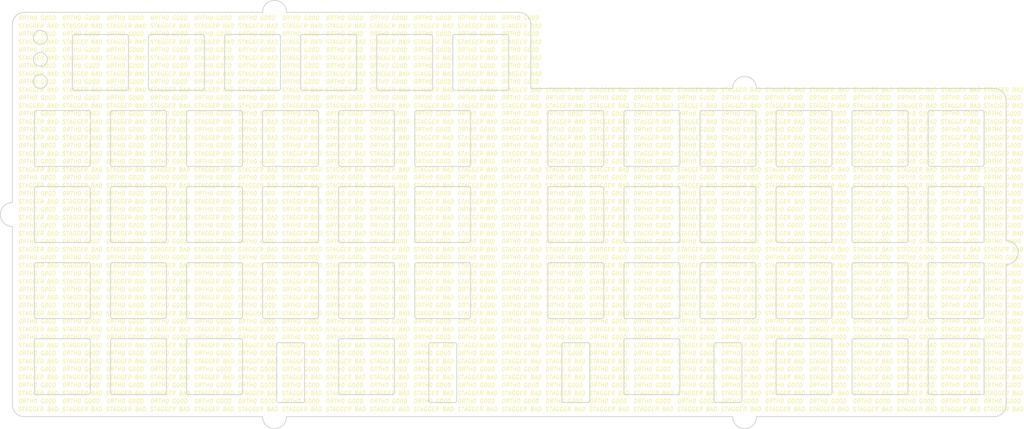
<source format=kicad_pcb>
(kicad_pcb (version 20171130) (host pcbnew "(5.1.4-0)")

  (general
    (thickness 1.6)
    (drawings 1512)
    (tracks 0)
    (zones 0)
    (modules 0)
    (nets 1)
  )

  (page A4)
  (layers
    (0 F.Cu signal)
    (31 B.Cu signal)
    (32 B.Adhes user)
    (33 F.Adhes user)
    (34 B.Paste user)
    (35 F.Paste user)
    (36 B.SilkS user)
    (37 F.SilkS user)
    (38 B.Mask user)
    (39 F.Mask user)
    (40 Dwgs.User user)
    (41 Cmts.User user)
    (42 Eco1.User user)
    (43 Eco2.User user)
    (44 Edge.Cuts user)
    (45 Margin user)
    (46 B.CrtYd user)
    (47 F.CrtYd user)
    (48 B.Fab user)
    (49 F.Fab user)
  )

  (setup
    (last_trace_width 0.25)
    (trace_clearance 0.2)
    (zone_clearance 0.508)
    (zone_45_only no)
    (trace_min 0.2)
    (via_size 0.8)
    (via_drill 0.4)
    (via_min_size 0.4)
    (via_min_drill 0.3)
    (uvia_size 0.3)
    (uvia_drill 0.1)
    (uvias_allowed no)
    (uvia_min_size 0.2)
    (uvia_min_drill 0.1)
    (edge_width 0.05)
    (segment_width 0.2)
    (pcb_text_width 0.3)
    (pcb_text_size 1.5 1.5)
    (mod_edge_width 0.12)
    (mod_text_size 1 1)
    (mod_text_width 0.15)
    (pad_size 1.524 1.524)
    (pad_drill 0.762)
    (pad_to_mask_clearance 0.051)
    (solder_mask_min_width 0.25)
    (aux_axis_origin 0 0)
    (visible_elements FFFFFF7F)
    (pcbplotparams
      (layerselection 0x01000_7ffffffe)
      (usegerberextensions true)
      (usegerberattributes false)
      (usegerberadvancedattributes false)
      (creategerberjobfile false)
      (excludeedgelayer true)
      (linewidth 0.150000)
      (plotframeref false)
      (viasonmask false)
      (mode 1)
      (useauxorigin false)
      (hpglpennumber 1)
      (hpglpenspeed 20)
      (hpglpendiameter 15.000000)
      (psnegative false)
      (psa4output false)
      (plotreference true)
      (plotvalue true)
      (plotinvisibletext false)
      (padsonsilk false)
      (subtractmaskfromsilk true)
      (outputformat 1)
      (mirror false)
      (drillshape 0)
      (scaleselection 1)
      (outputdirectory "/Users/juan/Documents/V4N4AG0RTH0N/switch plate gerbers/"))
  )

  (net 0 "")

  (net_class Default "This is the default net class."
    (clearance 0.2)
    (trace_width 0.25)
    (via_dia 0.8)
    (via_drill 0.4)
    (uvia_dia 0.3)
    (uvia_drill 0.1)
  )

  (gr_text "0RTH0 G00D" (at 269.878 119.368) (layer F.SilkS) (tstamp 5FDB4C79)
    (effects (font (size 1 1) (thickness 0.15) italic))
  )
  (gr_text "0RTH0 G00D" (at 269.878 115.368) (layer F.SilkS) (tstamp 5FDB4C78)
    (effects (font (size 1 1) (thickness 0.15) italic))
  )
  (gr_text "0RTH0 G00D" (at 269.878 111.368) (layer F.SilkS) (tstamp 5FDB4C77)
    (effects (font (size 1 1) (thickness 0.15) italic))
  )
  (gr_text "0RTH0 G00D" (at 269.878 107.368) (layer F.SilkS) (tstamp 5FDB4C76)
    (effects (font (size 1 1) (thickness 0.15) italic))
  )
  (gr_text "0RTH0 G00D" (at 269.878 103.368) (layer F.SilkS) (tstamp 5FDB4C75)
    (effects (font (size 1 1) (thickness 0.15) italic))
  )
  (gr_text "0RTH0 G00D" (at 269.878 99.368) (layer F.SilkS) (tstamp 5FDB4C74)
    (effects (font (size 1 1) (thickness 0.15) italic))
  )
  (gr_text "0RTH0 G00D" (at 269.878 95.368) (layer F.SilkS) (tstamp 5FDB4C73)
    (effects (font (size 1 1) (thickness 0.15) italic))
  )
  (gr_text "0RTH0 G00D" (at 269.878 91.368) (layer F.SilkS) (tstamp 5FDB4C72)
    (effects (font (size 1 1) (thickness 0.15) italic))
  )
  (gr_text "0RTH0 G00D" (at 269.878 87.368) (layer F.SilkS) (tstamp 5FDB4C71)
    (effects (font (size 1 1) (thickness 0.15) italic))
  )
  (gr_text "0RTH0 G00D" (at 269.878 83.368) (layer F.SilkS) (tstamp 5FDB4C70)
    (effects (font (size 1 1) (thickness 0.15) italic))
  )
  (gr_text "0RTH0 G00D" (at 269.878 79.368) (layer F.SilkS) (tstamp 5FDB4C6F)
    (effects (font (size 1 1) (thickness 0.15) italic))
  )
  (gr_text "0RTH0 G00D" (at 269.878 75.368) (layer F.SilkS) (tstamp 5FDB4C6E)
    (effects (font (size 1 1) (thickness 0.15) italic))
  )
  (gr_text "0RTH0 G00D" (at 269.878 71.368) (layer F.SilkS) (tstamp 5FDB4C6D)
    (effects (font (size 1 1) (thickness 0.15) italic))
  )
  (gr_text "0RTH0 G00D" (at 269.878 67.368) (layer F.SilkS) (tstamp 5FDB4C6C)
    (effects (font (size 1 1) (thickness 0.15) italic))
  )
  (gr_text "0RTH0 G00D" (at 269.878 63.368) (layer F.SilkS) (tstamp 5FDB4C6B)
    (effects (font (size 1 1) (thickness 0.15) italic))
  )
  (gr_text "0RTH0 G00D" (at 269.878 59.368) (layer F.SilkS) (tstamp 5FDB4C6A)
    (effects (font (size 1 1) (thickness 0.15) italic))
  )
  (gr_text "0RTH0 G00D" (at 269.878 55.368) (layer F.SilkS) (tstamp 5FDB4C69)
    (effects (font (size 1 1) (thickness 0.15) italic))
  )
  (gr_text "0RTH0 G00D" (at 269.878 51.368) (layer F.SilkS) (tstamp 5FDB4C68)
    (effects (font (size 1 1) (thickness 0.15) italic))
  )
  (gr_text "0RTH0 G00D" (at 269.878 47.368) (layer F.SilkS) (tstamp 5FDB4C67)
    (effects (font (size 1 1) (thickness 0.15) italic))
  )
  (gr_text "0RTH0 G00D" (at 269.878 43.368) (layer F.SilkS) (tstamp 5FDB4C66)
    (effects (font (size 1 1) (thickness 0.15) italic))
  )
  (gr_text "STAGGER BAD" (at 270.132 69.4) (layer F.SilkS) (tstamp 5FDB4C65)
    (effects (font (size 1 1) (thickness 0.15) italic))
  )
  (gr_text "STAGGER BAD" (at 270.132 73.4) (layer F.SilkS) (tstamp 5FDB4C64)
    (effects (font (size 1 1) (thickness 0.15) italic))
  )
  (gr_text "STAGGER BAD" (at 270.132 77.4) (layer F.SilkS) (tstamp 5FDB4C63)
    (effects (font (size 1 1) (thickness 0.15) italic))
  )
  (gr_text "STAGGER BAD" (at 270.132 81.4) (layer F.SilkS) (tstamp 5FDB4C62)
    (effects (font (size 1 1) (thickness 0.15) italic))
  )
  (gr_text "STAGGER BAD" (at 270.132 85.4) (layer F.SilkS) (tstamp 5FDB4C61)
    (effects (font (size 1 1) (thickness 0.15) italic))
  )
  (gr_text "STAGGER BAD" (at 270.132 89.4) (layer F.SilkS) (tstamp 5FDB4C60)
    (effects (font (size 1 1) (thickness 0.15) italic))
  )
  (gr_text "STAGGER BAD" (at 270.132 93.4) (layer F.SilkS) (tstamp 5FDB4C5F)
    (effects (font (size 1 1) (thickness 0.15) italic))
  )
  (gr_text "STAGGER BAD" (at 270.132 97.4) (layer F.SilkS) (tstamp 5FDB4C5E)
    (effects (font (size 1 1) (thickness 0.15) italic))
  )
  (gr_text "STAGGER BAD" (at 270.132 113.4) (layer F.SilkS) (tstamp 5FDB4C5D)
    (effects (font (size 1 1) (thickness 0.15) italic))
  )
  (gr_text "STAGGER BAD" (at 270.132 109.4) (layer F.SilkS) (tstamp 5FDB4C5C)
    (effects (font (size 1 1) (thickness 0.15) italic))
  )
  (gr_text "STAGGER BAD" (at 270.132 105.4) (layer F.SilkS) (tstamp 5FDB4C5B)
    (effects (font (size 1 1) (thickness 0.15) italic))
  )
  (gr_text "STAGGER BAD" (at 270.132 101.4) (layer F.SilkS) (tstamp 5FDB4C5A)
    (effects (font (size 1 1) (thickness 0.15) italic))
  )
  (gr_text "STAGGER BAD" (at 270.132 121.4) (layer F.SilkS) (tstamp 5FDB4C59)
    (effects (font (size 1 1) (thickness 0.15) italic))
  )
  (gr_text "STAGGER BAD" (at 270.132 117.4) (layer F.SilkS) (tstamp 5FDB4C58)
    (effects (font (size 1 1) (thickness 0.15) italic))
  )
  (gr_text "STAGGER BAD" (at 270.132 53.4) (layer F.SilkS) (tstamp 5FDB4C57)
    (effects (font (size 1 1) (thickness 0.15) italic))
  )
  (gr_text "STAGGER BAD" (at 270.132 57.4) (layer F.SilkS) (tstamp 5FDB4C56)
    (effects (font (size 1 1) (thickness 0.15) italic))
  )
  (gr_text "STAGGER BAD" (at 270.132 61.4) (layer F.SilkS) (tstamp 5FDB4C55)
    (effects (font (size 1 1) (thickness 0.15) italic))
  )
  (gr_text "STAGGER BAD" (at 270.132 65.4) (layer F.SilkS) (tstamp 5FDB4C54)
    (effects (font (size 1 1) (thickness 0.15) italic))
  )
  (gr_text "STAGGER BAD" (at 270.132 45.4) (layer F.SilkS) (tstamp 5FDB4C53)
    (effects (font (size 1 1) (thickness 0.15) italic))
  )
  (gr_text "STAGGER BAD" (at 270.132 49.4) (layer F.SilkS) (tstamp 5FDB4C52)
    (effects (font (size 1 1) (thickness 0.15) italic))
  )
  (gr_text "STAGGER BAD" (at 270.132 41.4) (layer F.SilkS) (tstamp 5FDB4C51)
    (effects (font (size 1 1) (thickness 0.15) italic))
  )
  (gr_text "STAGGER BAD" (at 149.464 121.4) (layer F.SilkS) (tstamp 5FDB278E)
    (effects (font (size 1 1) (thickness 0.15) italic))
  )
  (gr_text "STAGGER BAD" (at 28.448 121.4) (layer F.SilkS) (tstamp 5FDB278C)
    (effects (font (size 1 1) (thickness 0.15) italic))
  )
  (gr_text "STAGGER BAD" (at 149.464 117.4) (layer F.SilkS) (tstamp 5FDB278A)
    (effects (font (size 1 1) (thickness 0.15) italic))
  )
  (gr_text "STAGGER BAD" (at 28.448 117.4) (layer F.SilkS) (tstamp 5FDB2788)
    (effects (font (size 1 1) (thickness 0.15) italic))
  )
  (gr_text "STAGGER BAD" (at 149.464 113.4) (layer F.SilkS) (tstamp 5FDB2786)
    (effects (font (size 1 1) (thickness 0.15) italic))
  )
  (gr_text "STAGGER BAD" (at 28.448 113.4) (layer F.SilkS) (tstamp 5FDB2784)
    (effects (font (size 1 1) (thickness 0.15) italic))
  )
  (gr_text "STAGGER BAD" (at 149.464 109.4) (layer F.SilkS) (tstamp 5FDB2782)
    (effects (font (size 1 1) (thickness 0.15) italic))
  )
  (gr_text "STAGGER BAD" (at 28.448 109.4) (layer F.SilkS) (tstamp 5FDB2780)
    (effects (font (size 1 1) (thickness 0.15) italic))
  )
  (gr_text "STAGGER BAD" (at 149.464 105.4) (layer F.SilkS) (tstamp 5FDB277E)
    (effects (font (size 1 1) (thickness 0.15) italic))
  )
  (gr_text "STAGGER BAD" (at 28.448 105.4) (layer F.SilkS) (tstamp 5FDB277C)
    (effects (font (size 1 1) (thickness 0.15) italic))
  )
  (gr_text "STAGGER BAD" (at 149.464 101.4) (layer F.SilkS) (tstamp 5FDB277A)
    (effects (font (size 1 1) (thickness 0.15) italic))
  )
  (gr_text "STAGGER BAD" (at 28.448 101.4) (layer F.SilkS) (tstamp 5FDB2778)
    (effects (font (size 1 1) (thickness 0.15) italic))
  )
  (gr_text "STAGGER BAD" (at 149.464 97.4) (layer F.SilkS) (tstamp 5FDB2776)
    (effects (font (size 1 1) (thickness 0.15) italic))
  )
  (gr_text "STAGGER BAD" (at 28.448 97.4) (layer F.SilkS) (tstamp 5FDB2774)
    (effects (font (size 1 1) (thickness 0.15) italic))
  )
  (gr_text "STAGGER BAD" (at 149.464 93.4) (layer F.SilkS) (tstamp 5FDB2772)
    (effects (font (size 1 1) (thickness 0.15) italic))
  )
  (gr_text "STAGGER BAD" (at 28.448 93.4) (layer F.SilkS) (tstamp 5FDB2770)
    (effects (font (size 1 1) (thickness 0.15) italic))
  )
  (gr_text "STAGGER BAD" (at 149.464 89.4) (layer F.SilkS) (tstamp 5FDB276E)
    (effects (font (size 1 1) (thickness 0.15) italic))
  )
  (gr_text "STAGGER BAD" (at 28.448 89.4) (layer F.SilkS) (tstamp 5FDB276C)
    (effects (font (size 1 1) (thickness 0.15) italic))
  )
  (gr_text "STAGGER BAD" (at 149.464 85.4) (layer F.SilkS) (tstamp 5FDB276A)
    (effects (font (size 1 1) (thickness 0.15) italic))
  )
  (gr_text "STAGGER BAD" (at 28.448 85.4) (layer F.SilkS) (tstamp 5FDB2768)
    (effects (font (size 1 1) (thickness 0.15) italic))
  )
  (gr_text "STAGGER BAD" (at 149.464 81.4) (layer F.SilkS) (tstamp 5FDB2766)
    (effects (font (size 1 1) (thickness 0.15) italic))
  )
  (gr_text "STAGGER BAD" (at 28.448 81.4) (layer F.SilkS) (tstamp 5FDB2764)
    (effects (font (size 1 1) (thickness 0.15) italic))
  )
  (gr_text "STAGGER BAD" (at 149.464 77.4) (layer F.SilkS) (tstamp 5FDB2762)
    (effects (font (size 1 1) (thickness 0.15) italic))
  )
  (gr_text "STAGGER BAD" (at 28.448 77.4) (layer F.SilkS) (tstamp 5FDB2760)
    (effects (font (size 1 1) (thickness 0.15) italic))
  )
  (gr_text "STAGGER BAD" (at 149.464 73.4) (layer F.SilkS) (tstamp 5FDB275E)
    (effects (font (size 1 1) (thickness 0.15) italic))
  )
  (gr_text "STAGGER BAD" (at 28.448 73.4) (layer F.SilkS) (tstamp 5FDB275C)
    (effects (font (size 1 1) (thickness 0.15) italic))
  )
  (gr_text "STAGGER BAD" (at 149.464 69.4) (layer F.SilkS) (tstamp 5FDB275A)
    (effects (font (size 1 1) (thickness 0.15) italic))
  )
  (gr_text "STAGGER BAD" (at 28.448 69.4) (layer F.SilkS) (tstamp 5FDB2758)
    (effects (font (size 1 1) (thickness 0.15) italic))
  )
  (gr_text "STAGGER BAD" (at 149.464 65.4) (layer F.SilkS) (tstamp 5FDB2756)
    (effects (font (size 1 1) (thickness 0.15) italic))
  )
  (gr_text "STAGGER BAD" (at 28.448 65.4) (layer F.SilkS) (tstamp 5FDB2754)
    (effects (font (size 1 1) (thickness 0.15) italic))
  )
  (gr_text "STAGGER BAD" (at 149.464 61.4) (layer F.SilkS) (tstamp 5FDB2752)
    (effects (font (size 1 1) (thickness 0.15) italic))
  )
  (gr_text "STAGGER BAD" (at 28.448 61.4) (layer F.SilkS) (tstamp 5FDB2750)
    (effects (font (size 1 1) (thickness 0.15) italic))
  )
  (gr_text "STAGGER BAD" (at 149.464 57.4) (layer F.SilkS) (tstamp 5FDB274E)
    (effects (font (size 1 1) (thickness 0.15) italic))
  )
  (gr_text "STAGGER BAD" (at 28.448 57.4) (layer F.SilkS) (tstamp 5FDB274C)
    (effects (font (size 1 1) (thickness 0.15) italic))
  )
  (gr_text "STAGGER BAD" (at 149.464 53.4) (layer F.SilkS) (tstamp 5FDB274A)
    (effects (font (size 1 1) (thickness 0.15) italic))
  )
  (gr_text "STAGGER BAD" (at 28.448 53.4) (layer F.SilkS) (tstamp 5FDB2748)
    (effects (font (size 1 1) (thickness 0.15) italic))
  )
  (gr_text "STAGGER BAD" (at 149.464 49.4) (layer F.SilkS) (tstamp 5FDB2746)
    (effects (font (size 1 1) (thickness 0.15) italic))
  )
  (gr_text "STAGGER BAD" (at 28.448 49.4) (layer F.SilkS) (tstamp 5FDB2744)
    (effects (font (size 1 1) (thickness 0.15) italic))
  )
  (gr_text "STAGGER BAD" (at 149.464 45.4) (layer F.SilkS) (tstamp 5FDB2742)
    (effects (font (size 1 1) (thickness 0.15) italic))
  )
  (gr_text "STAGGER BAD" (at 28.448 45.4) (layer F.SilkS) (tstamp 5FDB2740)
    (effects (font (size 1 1) (thickness 0.15) italic))
  )
  (gr_text "STAGGER BAD" (at 149.464 41.4) (layer F.SilkS) (tstamp 5FDB273E)
    (effects (font (size 1 1) (thickness 0.15) italic))
  )
  (gr_text "STAGGER BAD" (at 28.448 41.4) (layer F.SilkS) (tstamp 5FDB273C)
    (effects (font (size 1 1) (thickness 0.15) italic))
  )
  (gr_text "STAGGER BAD" (at 149.464 37.4) (layer F.SilkS) (tstamp 5FDB273A)
    (effects (font (size 1 1) (thickness 0.15) italic))
  )
  (gr_text "STAGGER BAD" (at 28.448 37.4) (layer F.SilkS) (tstamp 5FDB2738)
    (effects (font (size 1 1) (thickness 0.15) italic))
  )
  (gr_text "STAGGER BAD" (at 149.464 33.4) (layer F.SilkS) (tstamp 5FDB2736)
    (effects (font (size 1 1) (thickness 0.15) italic))
  )
  (gr_text "STAGGER BAD" (at 28.448 33.4) (layer F.SilkS) (tstamp 5FDB2734)
    (effects (font (size 1 1) (thickness 0.15) italic))
  )
  (gr_text "STAGGER BAD" (at 149.464 29.4) (layer F.SilkS) (tstamp 5FDB2732)
    (effects (font (size 1 1) (thickness 0.15) italic))
  )
  (gr_text "STAGGER BAD" (at 28.448 29.4) (layer F.SilkS) (tstamp 5FDB2730)
    (effects (font (size 1 1) (thickness 0.15) italic))
  )
  (gr_text "STAGGER BAD" (at 149.464 25.4) (layer F.SilkS) (tstamp 5FDB272E)
    (effects (font (size 1 1) (thickness 0.15) italic))
  )
  (gr_text "0RTH0 G00D" (at 259.21 119.368) (layer F.SilkS) (tstamp 5FDB2BC3)
    (effects (font (size 1 1) (thickness 0.15) italic))
  )
  (gr_text "0RTH0 G00D" (at 138.194 119.368) (layer F.SilkS) (tstamp 5FDB2715)
    (effects (font (size 1 1) (thickness 0.15) italic))
  )
  (gr_text "0RTH0 G00D" (at 259.21 115.368) (layer F.SilkS) (tstamp 5FDB2BC6)
    (effects (font (size 1 1) (thickness 0.15) italic))
  )
  (gr_text "0RTH0 G00D" (at 138.194 115.368) (layer F.SilkS) (tstamp 5FDB2711)
    (effects (font (size 1 1) (thickness 0.15) italic))
  )
  (gr_text "0RTH0 G00D" (at 259.21 111.368) (layer F.SilkS) (tstamp 5FDB2BC9)
    (effects (font (size 1 1) (thickness 0.15) italic))
  )
  (gr_text "0RTH0 G00D" (at 138.194 111.368) (layer F.SilkS) (tstamp 5FDB270D)
    (effects (font (size 1 1) (thickness 0.15) italic))
  )
  (gr_text "0RTH0 G00D" (at 259.21 107.368) (layer F.SilkS) (tstamp 5FDB2BCC)
    (effects (font (size 1 1) (thickness 0.15) italic))
  )
  (gr_text "0RTH0 G00D" (at 138.194 107.368) (layer F.SilkS) (tstamp 5FDB2709)
    (effects (font (size 1 1) (thickness 0.15) italic))
  )
  (gr_text "0RTH0 G00D" (at 259.21 103.368) (layer F.SilkS) (tstamp 5FDB2BCF)
    (effects (font (size 1 1) (thickness 0.15) italic))
  )
  (gr_text "0RTH0 G00D" (at 138.194 103.368) (layer F.SilkS) (tstamp 5FDB2705)
    (effects (font (size 1 1) (thickness 0.15) italic))
  )
  (gr_text "0RTH0 G00D" (at 259.21 99.368) (layer F.SilkS) (tstamp 5FDB2BD2)
    (effects (font (size 1 1) (thickness 0.15) italic))
  )
  (gr_text "0RTH0 G00D" (at 138.194 99.368) (layer F.SilkS) (tstamp 5FDB2701)
    (effects (font (size 1 1) (thickness 0.15) italic))
  )
  (gr_text "0RTH0 G00D" (at 259.21 95.368) (layer F.SilkS) (tstamp 5FDB2BD5)
    (effects (font (size 1 1) (thickness 0.15) italic))
  )
  (gr_text "0RTH0 G00D" (at 138.194 95.368) (layer F.SilkS) (tstamp 5FDB26FD)
    (effects (font (size 1 1) (thickness 0.15) italic))
  )
  (gr_text "0RTH0 G00D" (at 259.21 91.368) (layer F.SilkS) (tstamp 5FDB2BD8)
    (effects (font (size 1 1) (thickness 0.15) italic))
  )
  (gr_text "0RTH0 G00D" (at 138.194 91.368) (layer F.SilkS) (tstamp 5FDB26F9)
    (effects (font (size 1 1) (thickness 0.15) italic))
  )
  (gr_text "0RTH0 G00D" (at 259.21 87.368) (layer F.SilkS) (tstamp 5FDB2BDB)
    (effects (font (size 1 1) (thickness 0.15) italic))
  )
  (gr_text "0RTH0 G00D" (at 138.194 87.368) (layer F.SilkS) (tstamp 5FDB26F5)
    (effects (font (size 1 1) (thickness 0.15) italic))
  )
  (gr_text "0RTH0 G00D" (at 259.21 83.368) (layer F.SilkS) (tstamp 5FDB2BDE)
    (effects (font (size 1 1) (thickness 0.15) italic))
  )
  (gr_text "0RTH0 G00D" (at 138.194 83.368) (layer F.SilkS) (tstamp 5FDB26F1)
    (effects (font (size 1 1) (thickness 0.15) italic))
  )
  (gr_text "0RTH0 G00D" (at 259.21 79.368) (layer F.SilkS) (tstamp 5FDB2BE1)
    (effects (font (size 1 1) (thickness 0.15) italic))
  )
  (gr_text "0RTH0 G00D" (at 138.194 79.368) (layer F.SilkS) (tstamp 5FDB26ED)
    (effects (font (size 1 1) (thickness 0.15) italic))
  )
  (gr_text "0RTH0 G00D" (at 259.21 75.368) (layer F.SilkS) (tstamp 5FDB2BE4)
    (effects (font (size 1 1) (thickness 0.15) italic))
  )
  (gr_text "0RTH0 G00D" (at 138.194 75.368) (layer F.SilkS) (tstamp 5FDB26E9)
    (effects (font (size 1 1) (thickness 0.15) italic))
  )
  (gr_text "0RTH0 G00D" (at 259.21 71.368) (layer F.SilkS) (tstamp 5FDB2BE7)
    (effects (font (size 1 1) (thickness 0.15) italic))
  )
  (gr_text "0RTH0 G00D" (at 138.194 71.368) (layer F.SilkS) (tstamp 5FDB26E5)
    (effects (font (size 1 1) (thickness 0.15) italic))
  )
  (gr_text "0RTH0 G00D" (at 259.21 67.368) (layer F.SilkS) (tstamp 5FDB2BEA)
    (effects (font (size 1 1) (thickness 0.15) italic))
  )
  (gr_text "0RTH0 G00D" (at 138.194 67.368) (layer F.SilkS) (tstamp 5FDB26E1)
    (effects (font (size 1 1) (thickness 0.15) italic))
  )
  (gr_text "0RTH0 G00D" (at 259.21 63.368) (layer F.SilkS) (tstamp 5FDB2BED)
    (effects (font (size 1 1) (thickness 0.15) italic))
  )
  (gr_text "0RTH0 G00D" (at 138.194 63.368) (layer F.SilkS) (tstamp 5FDB26DD)
    (effects (font (size 1 1) (thickness 0.15) italic))
  )
  (gr_text "0RTH0 G00D" (at 259.21 59.368) (layer F.SilkS) (tstamp 5FDB2BF0)
    (effects (font (size 1 1) (thickness 0.15) italic))
  )
  (gr_text "0RTH0 G00D" (at 138.194 59.368) (layer F.SilkS) (tstamp 5FDB26D9)
    (effects (font (size 1 1) (thickness 0.15) italic))
  )
  (gr_text "0RTH0 G00D" (at 259.21 55.368) (layer F.SilkS) (tstamp 5FDB2BF3)
    (effects (font (size 1 1) (thickness 0.15) italic))
  )
  (gr_text "0RTH0 G00D" (at 138.194 55.368) (layer F.SilkS) (tstamp 5FDB26D5)
    (effects (font (size 1 1) (thickness 0.15) italic))
  )
  (gr_text "0RTH0 G00D" (at 259.21 51.368) (layer F.SilkS) (tstamp 5FDB2BF6)
    (effects (font (size 1 1) (thickness 0.15) italic))
  )
  (gr_text "0RTH0 G00D" (at 138.194 51.368) (layer F.SilkS) (tstamp 5FDB26D1)
    (effects (font (size 1 1) (thickness 0.15) italic))
  )
  (gr_text "0RTH0 G00D" (at 259.21 47.368) (layer F.SilkS) (tstamp 5FDB2BF9)
    (effects (font (size 1 1) (thickness 0.15) italic))
  )
  (gr_text "0RTH0 G00D" (at 138.194 47.368) (layer F.SilkS) (tstamp 5FDB26CD)
    (effects (font (size 1 1) (thickness 0.15) italic))
  )
  (gr_text "0RTH0 G00D" (at 259.21 43.368) (layer F.SilkS) (tstamp 5FDB2BFC)
    (effects (font (size 1 1) (thickness 0.15) italic))
  )
  (gr_text "0RTH0 G00D" (at 138.194 43.368) (layer F.SilkS) (tstamp 5FDB26C9)
    (effects (font (size 1 1) (thickness 0.15) italic))
  )
  (gr_text "0RTH0 G00D" (at 138.194 39.368) (layer F.SilkS) (tstamp 5FDB26C5)
    (effects (font (size 1 1) (thickness 0.15) italic))
  )
  (gr_text "0RTH0 G00D" (at 138.194 35.368) (layer F.SilkS) (tstamp 5FDB26C1)
    (effects (font (size 1 1) (thickness 0.15) italic))
  )
  (gr_text "0RTH0 G00D" (at 138.194 31.368) (layer F.SilkS) (tstamp 5FDB26BD)
    (effects (font (size 1 1) (thickness 0.15) italic))
  )
  (gr_text "0RTH0 G00D" (at 138.194 27.368) (layer F.SilkS) (tstamp 5FDB26B9)
    (effects (font (size 1 1) (thickness 0.15) italic))
  )
  (gr_text "0RTH0 G00D" (at 248.21 119.368) (layer F.SilkS) (tstamp 5FDB2BFF)
    (effects (font (size 1 1) (thickness 0.15) italic))
  )
  (gr_text "0RTH0 G00D" (at 127.194 119.368) (layer F.SilkS) (tstamp 5FDB269E)
    (effects (font (size 1 1) (thickness 0.15) italic))
  )
  (gr_text "0RTH0 G00D" (at 248.21 115.368) (layer F.SilkS) (tstamp 5FDB2C02)
    (effects (font (size 1 1) (thickness 0.15) italic))
  )
  (gr_text "0RTH0 G00D" (at 127.194 115.368) (layer F.SilkS) (tstamp 5FDB269A)
    (effects (font (size 1 1) (thickness 0.15) italic))
  )
  (gr_text "0RTH0 G00D" (at 248.21 111.368) (layer F.SilkS) (tstamp 5FDB2C05)
    (effects (font (size 1 1) (thickness 0.15) italic))
  )
  (gr_text "0RTH0 G00D" (at 127.194 111.368) (layer F.SilkS) (tstamp 5FDB2696)
    (effects (font (size 1 1) (thickness 0.15) italic))
  )
  (gr_text "0RTH0 G00D" (at 248.21 107.368) (layer F.SilkS) (tstamp 5FDB2C08)
    (effects (font (size 1 1) (thickness 0.15) italic))
  )
  (gr_text "0RTH0 G00D" (at 127.194 107.368) (layer F.SilkS) (tstamp 5FDB2692)
    (effects (font (size 1 1) (thickness 0.15) italic))
  )
  (gr_text "0RTH0 G00D" (at 248.21 103.368) (layer F.SilkS) (tstamp 5FDB2C0B)
    (effects (font (size 1 1) (thickness 0.15) italic))
  )
  (gr_text "0RTH0 G00D" (at 127.194 103.368) (layer F.SilkS) (tstamp 5FDB268E)
    (effects (font (size 1 1) (thickness 0.15) italic))
  )
  (gr_text "0RTH0 G00D" (at 248.21 99.368) (layer F.SilkS) (tstamp 5FDB2C0E)
    (effects (font (size 1 1) (thickness 0.15) italic))
  )
  (gr_text "0RTH0 G00D" (at 127.194 99.368) (layer F.SilkS) (tstamp 5FDB268A)
    (effects (font (size 1 1) (thickness 0.15) italic))
  )
  (gr_text "0RTH0 G00D" (at 248.21 95.368) (layer F.SilkS) (tstamp 5FDB2C11)
    (effects (font (size 1 1) (thickness 0.15) italic))
  )
  (gr_text "0RTH0 G00D" (at 127.194 95.368) (layer F.SilkS) (tstamp 5FDB2686)
    (effects (font (size 1 1) (thickness 0.15) italic))
  )
  (gr_text "0RTH0 G00D" (at 248.21 91.368) (layer F.SilkS) (tstamp 5FDB2C14)
    (effects (font (size 1 1) (thickness 0.15) italic))
  )
  (gr_text "0RTH0 G00D" (at 127.194 91.368) (layer F.SilkS) (tstamp 5FDB2682)
    (effects (font (size 1 1) (thickness 0.15) italic))
  )
  (gr_text "0RTH0 G00D" (at 248.21 87.368) (layer F.SilkS) (tstamp 5FDB2C17)
    (effects (font (size 1 1) (thickness 0.15) italic))
  )
  (gr_text "0RTH0 G00D" (at 127.194 87.368) (layer F.SilkS) (tstamp 5FDB267E)
    (effects (font (size 1 1) (thickness 0.15) italic))
  )
  (gr_text "0RTH0 G00D" (at 248.21 83.368) (layer F.SilkS) (tstamp 5FDB2C1A)
    (effects (font (size 1 1) (thickness 0.15) italic))
  )
  (gr_text "0RTH0 G00D" (at 127.194 83.368) (layer F.SilkS) (tstamp 5FDB267A)
    (effects (font (size 1 1) (thickness 0.15) italic))
  )
  (gr_text "0RTH0 G00D" (at 248.21 79.368) (layer F.SilkS) (tstamp 5FDB2C1D)
    (effects (font (size 1 1) (thickness 0.15) italic))
  )
  (gr_text "0RTH0 G00D" (at 127.194 79.368) (layer F.SilkS) (tstamp 5FDB2676)
    (effects (font (size 1 1) (thickness 0.15) italic))
  )
  (gr_text "0RTH0 G00D" (at 248.21 75.368) (layer F.SilkS) (tstamp 5FDB2C20)
    (effects (font (size 1 1) (thickness 0.15) italic))
  )
  (gr_text "0RTH0 G00D" (at 127.194 75.368) (layer F.SilkS) (tstamp 5FDB2672)
    (effects (font (size 1 1) (thickness 0.15) italic))
  )
  (gr_text "0RTH0 G00D" (at 248.21 71.368) (layer F.SilkS) (tstamp 5FDB2C23)
    (effects (font (size 1 1) (thickness 0.15) italic))
  )
  (gr_text "0RTH0 G00D" (at 127.194 71.368) (layer F.SilkS) (tstamp 5FDB266E)
    (effects (font (size 1 1) (thickness 0.15) italic))
  )
  (gr_text "0RTH0 G00D" (at 248.21 67.368) (layer F.SilkS) (tstamp 5FDB2C26)
    (effects (font (size 1 1) (thickness 0.15) italic))
  )
  (gr_text "0RTH0 G00D" (at 127.194 67.368) (layer F.SilkS) (tstamp 5FDB266A)
    (effects (font (size 1 1) (thickness 0.15) italic))
  )
  (gr_text "0RTH0 G00D" (at 248.21 63.368) (layer F.SilkS) (tstamp 5FDB2C29)
    (effects (font (size 1 1) (thickness 0.15) italic))
  )
  (gr_text "0RTH0 G00D" (at 127.194 63.368) (layer F.SilkS) (tstamp 5FDB2666)
    (effects (font (size 1 1) (thickness 0.15) italic))
  )
  (gr_text "0RTH0 G00D" (at 248.21 59.368) (layer F.SilkS) (tstamp 5FDB2C2C)
    (effects (font (size 1 1) (thickness 0.15) italic))
  )
  (gr_text "0RTH0 G00D" (at 127.194 59.368) (layer F.SilkS) (tstamp 5FDB2662)
    (effects (font (size 1 1) (thickness 0.15) italic))
  )
  (gr_text "0RTH0 G00D" (at 248.21 55.368) (layer F.SilkS) (tstamp 5FDB2C2F)
    (effects (font (size 1 1) (thickness 0.15) italic))
  )
  (gr_text "0RTH0 G00D" (at 127.194 55.368) (layer F.SilkS) (tstamp 5FDB265E)
    (effects (font (size 1 1) (thickness 0.15) italic))
  )
  (gr_text "0RTH0 G00D" (at 248.21 51.368) (layer F.SilkS) (tstamp 5FDB2C32)
    (effects (font (size 1 1) (thickness 0.15) italic))
  )
  (gr_text "0RTH0 G00D" (at 127.194 51.368) (layer F.SilkS) (tstamp 5FDB265A)
    (effects (font (size 1 1) (thickness 0.15) italic))
  )
  (gr_text "0RTH0 G00D" (at 248.21 47.368) (layer F.SilkS) (tstamp 5FDB2C35)
    (effects (font (size 1 1) (thickness 0.15) italic))
  )
  (gr_text "0RTH0 G00D" (at 127.194 47.368) (layer F.SilkS) (tstamp 5FDB2656)
    (effects (font (size 1 1) (thickness 0.15) italic))
  )
  (gr_text "0RTH0 G00D" (at 248.21 43.368) (layer F.SilkS) (tstamp 5FDB2C38)
    (effects (font (size 1 1) (thickness 0.15) italic))
  )
  (gr_text "0RTH0 G00D" (at 127.194 43.368) (layer F.SilkS) (tstamp 5FDB2652)
    (effects (font (size 1 1) (thickness 0.15) italic))
  )
  (gr_text "0RTH0 G00D" (at 127.194 39.368) (layer F.SilkS) (tstamp 5FDB264E)
    (effects (font (size 1 1) (thickness 0.15) italic))
  )
  (gr_text "0RTH0 G00D" (at 127.194 35.368) (layer F.SilkS) (tstamp 5FDB264A)
    (effects (font (size 1 1) (thickness 0.15) italic))
  )
  (gr_text "0RTH0 G00D" (at 127.194 31.368) (layer F.SilkS) (tstamp 5FDB2646)
    (effects (font (size 1 1) (thickness 0.15) italic))
  )
  (gr_text "0RTH0 G00D" (at 127.194 27.368) (layer F.SilkS) (tstamp 5FDB2642)
    (effects (font (size 1 1) (thickness 0.15) italic))
  )
  (gr_text "0RTH0 G00D" (at 237.21 119.368) (layer F.SilkS) (tstamp 5FDB2B30)
    (effects (font (size 1 1) (thickness 0.15) italic))
  )
  (gr_text "0RTH0 G00D" (at 116.194 119.368) (layer F.SilkS) (tstamp 5FDB2627)
    (effects (font (size 1 1) (thickness 0.15) italic))
  )
  (gr_text "0RTH0 G00D" (at 237.21 115.368) (layer F.SilkS) (tstamp 5FDB2B33)
    (effects (font (size 1 1) (thickness 0.15) italic))
  )
  (gr_text "0RTH0 G00D" (at 116.194 115.368) (layer F.SilkS) (tstamp 5FDB2623)
    (effects (font (size 1 1) (thickness 0.15) italic))
  )
  (gr_text "0RTH0 G00D" (at 237.21 111.368) (layer F.SilkS) (tstamp 5FDB2B36)
    (effects (font (size 1 1) (thickness 0.15) italic))
  )
  (gr_text "0RTH0 G00D" (at 116.194 111.368) (layer F.SilkS) (tstamp 5FDB261F)
    (effects (font (size 1 1) (thickness 0.15) italic))
  )
  (gr_text "0RTH0 G00D" (at 237.21 107.368) (layer F.SilkS) (tstamp 5FDB2B39)
    (effects (font (size 1 1) (thickness 0.15) italic))
  )
  (gr_text "0RTH0 G00D" (at 116.194 107.368) (layer F.SilkS) (tstamp 5FDB261B)
    (effects (font (size 1 1) (thickness 0.15) italic))
  )
  (gr_text "0RTH0 G00D" (at 237.21 103.368) (layer F.SilkS) (tstamp 5FDB2B3C)
    (effects (font (size 1 1) (thickness 0.15) italic))
  )
  (gr_text "0RTH0 G00D" (at 116.194 103.368) (layer F.SilkS) (tstamp 5FDB2617)
    (effects (font (size 1 1) (thickness 0.15) italic))
  )
  (gr_text "0RTH0 G00D" (at 237.21 99.368) (layer F.SilkS) (tstamp 5FDB2B3F)
    (effects (font (size 1 1) (thickness 0.15) italic))
  )
  (gr_text "0RTH0 G00D" (at 116.194 99.368) (layer F.SilkS) (tstamp 5FDB2613)
    (effects (font (size 1 1) (thickness 0.15) italic))
  )
  (gr_text "0RTH0 G00D" (at 237.21 95.368) (layer F.SilkS) (tstamp 5FDB2B42)
    (effects (font (size 1 1) (thickness 0.15) italic))
  )
  (gr_text "0RTH0 G00D" (at 116.194 95.368) (layer F.SilkS) (tstamp 5FDB260F)
    (effects (font (size 1 1) (thickness 0.15) italic))
  )
  (gr_text "0RTH0 G00D" (at 237.21 91.368) (layer F.SilkS) (tstamp 5FDB2B45)
    (effects (font (size 1 1) (thickness 0.15) italic))
  )
  (gr_text "0RTH0 G00D" (at 116.194 91.368) (layer F.SilkS) (tstamp 5FDB260B)
    (effects (font (size 1 1) (thickness 0.15) italic))
  )
  (gr_text "0RTH0 G00D" (at 237.21 87.368) (layer F.SilkS) (tstamp 5FDB2B48)
    (effects (font (size 1 1) (thickness 0.15) italic))
  )
  (gr_text "0RTH0 G00D" (at 116.194 87.368) (layer F.SilkS) (tstamp 5FDB2607)
    (effects (font (size 1 1) (thickness 0.15) italic))
  )
  (gr_text "0RTH0 G00D" (at 237.21 83.368) (layer F.SilkS) (tstamp 5FDB2B4B)
    (effects (font (size 1 1) (thickness 0.15) italic))
  )
  (gr_text "0RTH0 G00D" (at 116.194 83.368) (layer F.SilkS) (tstamp 5FDB2603)
    (effects (font (size 1 1) (thickness 0.15) italic))
  )
  (gr_text "0RTH0 G00D" (at 237.21 79.368) (layer F.SilkS) (tstamp 5FDB2B4E)
    (effects (font (size 1 1) (thickness 0.15) italic))
  )
  (gr_text "0RTH0 G00D" (at 116.194 79.368) (layer F.SilkS) (tstamp 5FDB25FF)
    (effects (font (size 1 1) (thickness 0.15) italic))
  )
  (gr_text "0RTH0 G00D" (at 237.21 75.368) (layer F.SilkS) (tstamp 5FDB2B51)
    (effects (font (size 1 1) (thickness 0.15) italic))
  )
  (gr_text "0RTH0 G00D" (at 116.194 75.368) (layer F.SilkS) (tstamp 5FDB25FB)
    (effects (font (size 1 1) (thickness 0.15) italic))
  )
  (gr_text "0RTH0 G00D" (at 237.21 71.368) (layer F.SilkS) (tstamp 5FDB2B54)
    (effects (font (size 1 1) (thickness 0.15) italic))
  )
  (gr_text "0RTH0 G00D" (at 116.194 71.368) (layer F.SilkS) (tstamp 5FDB25F7)
    (effects (font (size 1 1) (thickness 0.15) italic))
  )
  (gr_text "0RTH0 G00D" (at 237.21 67.368) (layer F.SilkS) (tstamp 5FDB2B57)
    (effects (font (size 1 1) (thickness 0.15) italic))
  )
  (gr_text "0RTH0 G00D" (at 116.194 67.368) (layer F.SilkS) (tstamp 5FDB25F3)
    (effects (font (size 1 1) (thickness 0.15) italic))
  )
  (gr_text "0RTH0 G00D" (at 237.21 63.368) (layer F.SilkS) (tstamp 5FDB2B5A)
    (effects (font (size 1 1) (thickness 0.15) italic))
  )
  (gr_text "0RTH0 G00D" (at 116.194 63.368) (layer F.SilkS) (tstamp 5FDB25EF)
    (effects (font (size 1 1) (thickness 0.15) italic))
  )
  (gr_text "0RTH0 G00D" (at 237.21 59.368) (layer F.SilkS) (tstamp 5FDB2B5D)
    (effects (font (size 1 1) (thickness 0.15) italic))
  )
  (gr_text "0RTH0 G00D" (at 116.194 59.368) (layer F.SilkS) (tstamp 5FDB25EB)
    (effects (font (size 1 1) (thickness 0.15) italic))
  )
  (gr_text "0RTH0 G00D" (at 237.21 55.368) (layer F.SilkS) (tstamp 5FDB2B60)
    (effects (font (size 1 1) (thickness 0.15) italic))
  )
  (gr_text "0RTH0 G00D" (at 116.194 55.368) (layer F.SilkS) (tstamp 5FDB25E7)
    (effects (font (size 1 1) (thickness 0.15) italic))
  )
  (gr_text "0RTH0 G00D" (at 237.21 51.368) (layer F.SilkS) (tstamp 5FDB2B63)
    (effects (font (size 1 1) (thickness 0.15) italic))
  )
  (gr_text "0RTH0 G00D" (at 116.194 51.368) (layer F.SilkS) (tstamp 5FDB25E3)
    (effects (font (size 1 1) (thickness 0.15) italic))
  )
  (gr_text "0RTH0 G00D" (at 237.21 47.368) (layer F.SilkS) (tstamp 5FDB2B66)
    (effects (font (size 1 1) (thickness 0.15) italic))
  )
  (gr_text "0RTH0 G00D" (at 116.194 47.368) (layer F.SilkS) (tstamp 5FDB25DF)
    (effects (font (size 1 1) (thickness 0.15) italic))
  )
  (gr_text "0RTH0 G00D" (at 237.21 43.368) (layer F.SilkS) (tstamp 5FDB2B69)
    (effects (font (size 1 1) (thickness 0.15) italic))
  )
  (gr_text "0RTH0 G00D" (at 116.194 43.368) (layer F.SilkS) (tstamp 5FDB25DB)
    (effects (font (size 1 1) (thickness 0.15) italic))
  )
  (gr_text "0RTH0 G00D" (at 116.194 39.368) (layer F.SilkS) (tstamp 5FDB25D7)
    (effects (font (size 1 1) (thickness 0.15) italic))
  )
  (gr_text "0RTH0 G00D" (at 116.194 35.368) (layer F.SilkS) (tstamp 5FDB25D3)
    (effects (font (size 1 1) (thickness 0.15) italic))
  )
  (gr_text "0RTH0 G00D" (at 116.194 31.368) (layer F.SilkS) (tstamp 5FDB25CF)
    (effects (font (size 1 1) (thickness 0.15) italic))
  )
  (gr_text "0RTH0 G00D" (at 116.194 27.368) (layer F.SilkS) (tstamp 5FDB25CB)
    (effects (font (size 1 1) (thickness 0.15) italic))
  )
  (gr_text "0RTH0 G00D" (at 226.21 119.368) (layer F.SilkS) (tstamp 5FDB2B6C)
    (effects (font (size 1 1) (thickness 0.15) italic))
  )
  (gr_text "0RTH0 G00D" (at 105.194 119.368) (layer F.SilkS) (tstamp 5FDB25B0)
    (effects (font (size 1 1) (thickness 0.15) italic))
  )
  (gr_text "0RTH0 G00D" (at 226.21 115.368) (layer F.SilkS) (tstamp 5FDB2B6F)
    (effects (font (size 1 1) (thickness 0.15) italic))
  )
  (gr_text "0RTH0 G00D" (at 105.194 115.368) (layer F.SilkS) (tstamp 5FDB25AC)
    (effects (font (size 1 1) (thickness 0.15) italic))
  )
  (gr_text "0RTH0 G00D" (at 226.21 111.368) (layer F.SilkS) (tstamp 5FDB2B72)
    (effects (font (size 1 1) (thickness 0.15) italic))
  )
  (gr_text "0RTH0 G00D" (at 105.194 111.368) (layer F.SilkS) (tstamp 5FDB25A8)
    (effects (font (size 1 1) (thickness 0.15) italic))
  )
  (gr_text "0RTH0 G00D" (at 226.21 107.368) (layer F.SilkS) (tstamp 5FDB2B75)
    (effects (font (size 1 1) (thickness 0.15) italic))
  )
  (gr_text "0RTH0 G00D" (at 105.194 107.368) (layer F.SilkS) (tstamp 5FDB25A4)
    (effects (font (size 1 1) (thickness 0.15) italic))
  )
  (gr_text "0RTH0 G00D" (at 226.21 103.368) (layer F.SilkS) (tstamp 5FDB2B78)
    (effects (font (size 1 1) (thickness 0.15) italic))
  )
  (gr_text "0RTH0 G00D" (at 105.194 103.368) (layer F.SilkS) (tstamp 5FDB25A0)
    (effects (font (size 1 1) (thickness 0.15) italic))
  )
  (gr_text "0RTH0 G00D" (at 226.21 99.368) (layer F.SilkS) (tstamp 5FDB2B7B)
    (effects (font (size 1 1) (thickness 0.15) italic))
  )
  (gr_text "0RTH0 G00D" (at 105.194 99.368) (layer F.SilkS) (tstamp 5FDB259C)
    (effects (font (size 1 1) (thickness 0.15) italic))
  )
  (gr_text "0RTH0 G00D" (at 226.21 95.368) (layer F.SilkS) (tstamp 5FDB2B7E)
    (effects (font (size 1 1) (thickness 0.15) italic))
  )
  (gr_text "0RTH0 G00D" (at 105.194 95.368) (layer F.SilkS) (tstamp 5FDB2598)
    (effects (font (size 1 1) (thickness 0.15) italic))
  )
  (gr_text "0RTH0 G00D" (at 226.21 91.368) (layer F.SilkS) (tstamp 5FDB2B81)
    (effects (font (size 1 1) (thickness 0.15) italic))
  )
  (gr_text "0RTH0 G00D" (at 105.194 91.368) (layer F.SilkS) (tstamp 5FDB2594)
    (effects (font (size 1 1) (thickness 0.15) italic))
  )
  (gr_text "0RTH0 G00D" (at 226.21 87.368) (layer F.SilkS) (tstamp 5FDB2B84)
    (effects (font (size 1 1) (thickness 0.15) italic))
  )
  (gr_text "0RTH0 G00D" (at 105.194 87.368) (layer F.SilkS) (tstamp 5FDB2590)
    (effects (font (size 1 1) (thickness 0.15) italic))
  )
  (gr_text "0RTH0 G00D" (at 226.21 83.368) (layer F.SilkS) (tstamp 5FDB2B87)
    (effects (font (size 1 1) (thickness 0.15) italic))
  )
  (gr_text "0RTH0 G00D" (at 105.194 83.368) (layer F.SilkS) (tstamp 5FDB258C)
    (effects (font (size 1 1) (thickness 0.15) italic))
  )
  (gr_text "0RTH0 G00D" (at 226.21 79.368) (layer F.SilkS) (tstamp 5FDB2B8A)
    (effects (font (size 1 1) (thickness 0.15) italic))
  )
  (gr_text "0RTH0 G00D" (at 105.194 79.368) (layer F.SilkS) (tstamp 5FDB2588)
    (effects (font (size 1 1) (thickness 0.15) italic))
  )
  (gr_text "0RTH0 G00D" (at 226.21 75.368) (layer F.SilkS) (tstamp 5FDB2B8D)
    (effects (font (size 1 1) (thickness 0.15) italic))
  )
  (gr_text "0RTH0 G00D" (at 105.194 75.368) (layer F.SilkS) (tstamp 5FDB2584)
    (effects (font (size 1 1) (thickness 0.15) italic))
  )
  (gr_text "0RTH0 G00D" (at 226.21 71.368) (layer F.SilkS) (tstamp 5FDB2B90)
    (effects (font (size 1 1) (thickness 0.15) italic))
  )
  (gr_text "0RTH0 G00D" (at 105.194 71.368) (layer F.SilkS) (tstamp 5FDB2580)
    (effects (font (size 1 1) (thickness 0.15) italic))
  )
  (gr_text "0RTH0 G00D" (at 226.21 67.368) (layer F.SilkS) (tstamp 5FDB2B93)
    (effects (font (size 1 1) (thickness 0.15) italic))
  )
  (gr_text "0RTH0 G00D" (at 105.194 67.368) (layer F.SilkS) (tstamp 5FDB257C)
    (effects (font (size 1 1) (thickness 0.15) italic))
  )
  (gr_text "0RTH0 G00D" (at 226.21 63.368) (layer F.SilkS) (tstamp 5FDB2B96)
    (effects (font (size 1 1) (thickness 0.15) italic))
  )
  (gr_text "0RTH0 G00D" (at 105.194 63.368) (layer F.SilkS) (tstamp 5FDB2578)
    (effects (font (size 1 1) (thickness 0.15) italic))
  )
  (gr_text "0RTH0 G00D" (at 226.21 59.368) (layer F.SilkS) (tstamp 5FDB2B99)
    (effects (font (size 1 1) (thickness 0.15) italic))
  )
  (gr_text "0RTH0 G00D" (at 105.194 59.368) (layer F.SilkS) (tstamp 5FDB2574)
    (effects (font (size 1 1) (thickness 0.15) italic))
  )
  (gr_text "0RTH0 G00D" (at 226.21 55.368) (layer F.SilkS) (tstamp 5FDB2B9C)
    (effects (font (size 1 1) (thickness 0.15) italic))
  )
  (gr_text "0RTH0 G00D" (at 105.194 55.368) (layer F.SilkS) (tstamp 5FDB2570)
    (effects (font (size 1 1) (thickness 0.15) italic))
  )
  (gr_text "0RTH0 G00D" (at 226.21 51.368) (layer F.SilkS) (tstamp 5FDB2B9F)
    (effects (font (size 1 1) (thickness 0.15) italic))
  )
  (gr_text "0RTH0 G00D" (at 105.194 51.368) (layer F.SilkS) (tstamp 5FDB256C)
    (effects (font (size 1 1) (thickness 0.15) italic))
  )
  (gr_text "0RTH0 G00D" (at 226.21 47.368) (layer F.SilkS) (tstamp 5FDB2BA2)
    (effects (font (size 1 1) (thickness 0.15) italic))
  )
  (gr_text "0RTH0 G00D" (at 105.194 47.368) (layer F.SilkS) (tstamp 5FDB2568)
    (effects (font (size 1 1) (thickness 0.15) italic))
  )
  (gr_text "0RTH0 G00D" (at 226.21 43.368) (layer F.SilkS) (tstamp 5FDB2BA5)
    (effects (font (size 1 1) (thickness 0.15) italic))
  )
  (gr_text "0RTH0 G00D" (at 105.194 43.368) (layer F.SilkS) (tstamp 5FDB2564)
    (effects (font (size 1 1) (thickness 0.15) italic))
  )
  (gr_text "0RTH0 G00D" (at 105.194 39.368) (layer F.SilkS) (tstamp 5FDB2560)
    (effects (font (size 1 1) (thickness 0.15) italic))
  )
  (gr_text "0RTH0 G00D" (at 105.194 35.368) (layer F.SilkS) (tstamp 5FDB255C)
    (effects (font (size 1 1) (thickness 0.15) italic))
  )
  (gr_text "0RTH0 G00D" (at 105.194 31.368) (layer F.SilkS) (tstamp 5FDB2558)
    (effects (font (size 1 1) (thickness 0.15) italic))
  )
  (gr_text "0RTH0 G00D" (at 105.194 27.368) (layer F.SilkS) (tstamp 5FDB2554)
    (effects (font (size 1 1) (thickness 0.15) italic))
  )
  (gr_text "0RTH0 G00D" (at 215.21 119.368) (layer F.SilkS) (tstamp 5FDB2BA8)
    (effects (font (size 1 1) (thickness 0.15) italic))
  )
  (gr_text "0RTH0 G00D" (at 94.194 119.368) (layer F.SilkS) (tstamp 5FDB2539)
    (effects (font (size 1 1) (thickness 0.15) italic))
  )
  (gr_text "0RTH0 G00D" (at 215.21 115.368) (layer F.SilkS) (tstamp 5FDB2BAB)
    (effects (font (size 1 1) (thickness 0.15) italic))
  )
  (gr_text "0RTH0 G00D" (at 94.194 115.368) (layer F.SilkS) (tstamp 5FDB2535)
    (effects (font (size 1 1) (thickness 0.15) italic))
  )
  (gr_text "0RTH0 G00D" (at 215.21 111.368) (layer F.SilkS) (tstamp 5FDB2BAE)
    (effects (font (size 1 1) (thickness 0.15) italic))
  )
  (gr_text "0RTH0 G00D" (at 94.194 111.368) (layer F.SilkS) (tstamp 5FDB2531)
    (effects (font (size 1 1) (thickness 0.15) italic))
  )
  (gr_text "0RTH0 G00D" (at 215.21 107.368) (layer F.SilkS) (tstamp 5FDB2BB1)
    (effects (font (size 1 1) (thickness 0.15) italic))
  )
  (gr_text "0RTH0 G00D" (at 94.194 107.368) (layer F.SilkS) (tstamp 5FDB252D)
    (effects (font (size 1 1) (thickness 0.15) italic))
  )
  (gr_text "0RTH0 G00D" (at 215.21 103.368) (layer F.SilkS) (tstamp 5FDB2BB4)
    (effects (font (size 1 1) (thickness 0.15) italic))
  )
  (gr_text "0RTH0 G00D" (at 94.194 103.368) (layer F.SilkS) (tstamp 5FDB2529)
    (effects (font (size 1 1) (thickness 0.15) italic))
  )
  (gr_text "0RTH0 G00D" (at 215.21 99.368) (layer F.SilkS) (tstamp 5FDB2BB7)
    (effects (font (size 1 1) (thickness 0.15) italic))
  )
  (gr_text "0RTH0 G00D" (at 94.194 99.368) (layer F.SilkS) (tstamp 5FDB2525)
    (effects (font (size 1 1) (thickness 0.15) italic))
  )
  (gr_text "0RTH0 G00D" (at 215.21 95.368) (layer F.SilkS) (tstamp 5FDB2BBA)
    (effects (font (size 1 1) (thickness 0.15) italic))
  )
  (gr_text "0RTH0 G00D" (at 94.194 95.368) (layer F.SilkS) (tstamp 5FDB2521)
    (effects (font (size 1 1) (thickness 0.15) italic))
  )
  (gr_text "0RTH0 G00D" (at 215.21 91.368) (layer F.SilkS) (tstamp 5FDB2BBD)
    (effects (font (size 1 1) (thickness 0.15) italic))
  )
  (gr_text "0RTH0 G00D" (at 94.194 91.368) (layer F.SilkS) (tstamp 5FDB251D)
    (effects (font (size 1 1) (thickness 0.15) italic))
  )
  (gr_text "0RTH0 G00D" (at 215.21 87.368) (layer F.SilkS) (tstamp 5FDB2BC0)
    (effects (font (size 1 1) (thickness 0.15) italic))
  )
  (gr_text "0RTH0 G00D" (at 94.194 87.368) (layer F.SilkS) (tstamp 5FDB2519)
    (effects (font (size 1 1) (thickness 0.15) italic))
  )
  (gr_text "0RTH0 G00D" (at 215.21 83.368) (layer F.SilkS) (tstamp 5FDB2C80)
    (effects (font (size 1 1) (thickness 0.15) italic))
  )
  (gr_text "0RTH0 G00D" (at 94.194 83.368) (layer F.SilkS) (tstamp 5FDB2515)
    (effects (font (size 1 1) (thickness 0.15) italic))
  )
  (gr_text "0RTH0 G00D" (at 215.21 79.368) (layer F.SilkS) (tstamp 5FDB2C83)
    (effects (font (size 1 1) (thickness 0.15) italic))
  )
  (gr_text "0RTH0 G00D" (at 94.194 79.368) (layer F.SilkS) (tstamp 5FDB2511)
    (effects (font (size 1 1) (thickness 0.15) italic))
  )
  (gr_text "0RTH0 G00D" (at 215.21 75.368) (layer F.SilkS) (tstamp 5FDB2C86)
    (effects (font (size 1 1) (thickness 0.15) italic))
  )
  (gr_text "0RTH0 G00D" (at 94.194 75.368) (layer F.SilkS) (tstamp 5FDB250D)
    (effects (font (size 1 1) (thickness 0.15) italic))
  )
  (gr_text "0RTH0 G00D" (at 215.21 71.368) (layer F.SilkS) (tstamp 5FDB2C89)
    (effects (font (size 1 1) (thickness 0.15) italic))
  )
  (gr_text "0RTH0 G00D" (at 94.194 71.368) (layer F.SilkS) (tstamp 5FDB2509)
    (effects (font (size 1 1) (thickness 0.15) italic))
  )
  (gr_text "0RTH0 G00D" (at 215.21 67.368) (layer F.SilkS) (tstamp 5FDB2C8C)
    (effects (font (size 1 1) (thickness 0.15) italic))
  )
  (gr_text "0RTH0 G00D" (at 94.194 67.368) (layer F.SilkS) (tstamp 5FDB2505)
    (effects (font (size 1 1) (thickness 0.15) italic))
  )
  (gr_text "0RTH0 G00D" (at 215.21 63.368) (layer F.SilkS) (tstamp 5FDB2C8F)
    (effects (font (size 1 1) (thickness 0.15) italic))
  )
  (gr_text "0RTH0 G00D" (at 94.194 63.368) (layer F.SilkS) (tstamp 5FDB2501)
    (effects (font (size 1 1) (thickness 0.15) italic))
  )
  (gr_text "0RTH0 G00D" (at 215.21 59.368) (layer F.SilkS) (tstamp 5FDB2C92)
    (effects (font (size 1 1) (thickness 0.15) italic))
  )
  (gr_text "0RTH0 G00D" (at 94.194 59.368) (layer F.SilkS) (tstamp 5FDB24FD)
    (effects (font (size 1 1) (thickness 0.15) italic))
  )
  (gr_text "0RTH0 G00D" (at 215.21 55.368) (layer F.SilkS) (tstamp 5FDB2C95)
    (effects (font (size 1 1) (thickness 0.15) italic))
  )
  (gr_text "0RTH0 G00D" (at 94.194 55.368) (layer F.SilkS) (tstamp 5FDB24F9)
    (effects (font (size 1 1) (thickness 0.15) italic))
  )
  (gr_text "0RTH0 G00D" (at 215.21 51.368) (layer F.SilkS) (tstamp 5FDB2C98)
    (effects (font (size 1 1) (thickness 0.15) italic))
  )
  (gr_text "0RTH0 G00D" (at 94.194 51.368) (layer F.SilkS) (tstamp 5FDB24F5)
    (effects (font (size 1 1) (thickness 0.15) italic))
  )
  (gr_text "0RTH0 G00D" (at 215.21 47.368) (layer F.SilkS) (tstamp 5FDB2C9B)
    (effects (font (size 1 1) (thickness 0.15) italic))
  )
  (gr_text "0RTH0 G00D" (at 94.194 47.368) (layer F.SilkS) (tstamp 5FDB24F1)
    (effects (font (size 1 1) (thickness 0.15) italic))
  )
  (gr_text "0RTH0 G00D" (at 215.21 43.368) (layer F.SilkS) (tstamp 5FDB2C9E)
    (effects (font (size 1 1) (thickness 0.15) italic))
  )
  (gr_text "0RTH0 G00D" (at 94.194 43.368) (layer F.SilkS) (tstamp 5FDB24ED)
    (effects (font (size 1 1) (thickness 0.15) italic))
  )
  (gr_text "0RTH0 G00D" (at 94.194 39.368) (layer F.SilkS) (tstamp 5FDB24E9)
    (effects (font (size 1 1) (thickness 0.15) italic))
  )
  (gr_text "0RTH0 G00D" (at 94.194 35.368) (layer F.SilkS) (tstamp 5FDB24E5)
    (effects (font (size 1 1) (thickness 0.15) italic))
  )
  (gr_text "0RTH0 G00D" (at 94.194 31.368) (layer F.SilkS) (tstamp 5FDB24E1)
    (effects (font (size 1 1) (thickness 0.15) italic))
  )
  (gr_text "0RTH0 G00D" (at 94.194 27.368) (layer F.SilkS) (tstamp 5FDB24DD)
    (effects (font (size 1 1) (thickness 0.15) italic))
  )
  (gr_text "0RTH0 G00D" (at 204.21 119.368) (layer F.SilkS) (tstamp 5FDB2CA1)
    (effects (font (size 1 1) (thickness 0.15) italic))
  )
  (gr_text "0RTH0 G00D" (at 83.194 119.368) (layer F.SilkS) (tstamp 5FDB24C2)
    (effects (font (size 1 1) (thickness 0.15) italic))
  )
  (gr_text "0RTH0 G00D" (at 204.21 115.368) (layer F.SilkS) (tstamp 5FDB2CA4)
    (effects (font (size 1 1) (thickness 0.15) italic))
  )
  (gr_text "0RTH0 G00D" (at 83.194 115.368) (layer F.SilkS) (tstamp 5FDB24BE)
    (effects (font (size 1 1) (thickness 0.15) italic))
  )
  (gr_text "0RTH0 G00D" (at 204.21 111.368) (layer F.SilkS) (tstamp 5FDB2CA7)
    (effects (font (size 1 1) (thickness 0.15) italic))
  )
  (gr_text "0RTH0 G00D" (at 83.194 111.368) (layer F.SilkS) (tstamp 5FDB24BA)
    (effects (font (size 1 1) (thickness 0.15) italic))
  )
  (gr_text "0RTH0 G00D" (at 204.21 107.368) (layer F.SilkS) (tstamp 5FDB2CAA)
    (effects (font (size 1 1) (thickness 0.15) italic))
  )
  (gr_text "0RTH0 G00D" (at 83.194 107.368) (layer F.SilkS) (tstamp 5FDB24B6)
    (effects (font (size 1 1) (thickness 0.15) italic))
  )
  (gr_text "0RTH0 G00D" (at 204.21 103.368) (layer F.SilkS) (tstamp 5FDB2CAD)
    (effects (font (size 1 1) (thickness 0.15) italic))
  )
  (gr_text "0RTH0 G00D" (at 83.194 103.368) (layer F.SilkS) (tstamp 5FDB24B2)
    (effects (font (size 1 1) (thickness 0.15) italic))
  )
  (gr_text "0RTH0 G00D" (at 204.21 99.368) (layer F.SilkS) (tstamp 5FDB2CB0)
    (effects (font (size 1 1) (thickness 0.15) italic))
  )
  (gr_text "0RTH0 G00D" (at 83.194 99.368) (layer F.SilkS) (tstamp 5FDB24AE)
    (effects (font (size 1 1) (thickness 0.15) italic))
  )
  (gr_text "0RTH0 G00D" (at 204.21 95.368) (layer F.SilkS) (tstamp 5FDB2CB3)
    (effects (font (size 1 1) (thickness 0.15) italic))
  )
  (gr_text "0RTH0 G00D" (at 83.194 95.368) (layer F.SilkS) (tstamp 5FDB24AA)
    (effects (font (size 1 1) (thickness 0.15) italic))
  )
  (gr_text "0RTH0 G00D" (at 204.21 91.368) (layer F.SilkS) (tstamp 5FDB2CB6)
    (effects (font (size 1 1) (thickness 0.15) italic))
  )
  (gr_text "0RTH0 G00D" (at 83.194 91.368) (layer F.SilkS) (tstamp 5FDB24A6)
    (effects (font (size 1 1) (thickness 0.15) italic))
  )
  (gr_text "0RTH0 G00D" (at 204.21 87.368) (layer F.SilkS) (tstamp 5FDB2CB9)
    (effects (font (size 1 1) (thickness 0.15) italic))
  )
  (gr_text "0RTH0 G00D" (at 83.194 87.368) (layer F.SilkS) (tstamp 5FDB24A2)
    (effects (font (size 1 1) (thickness 0.15) italic))
  )
  (gr_text "0RTH0 G00D" (at 204.21 83.368) (layer F.SilkS) (tstamp 5FDB2CBC)
    (effects (font (size 1 1) (thickness 0.15) italic))
  )
  (gr_text "0RTH0 G00D" (at 83.194 83.368) (layer F.SilkS) (tstamp 5FDB249E)
    (effects (font (size 1 1) (thickness 0.15) italic))
  )
  (gr_text "0RTH0 G00D" (at 204.21 79.368) (layer F.SilkS) (tstamp 5FDB2CBF)
    (effects (font (size 1 1) (thickness 0.15) italic))
  )
  (gr_text "0RTH0 G00D" (at 83.194 79.368) (layer F.SilkS) (tstamp 5FDB249A)
    (effects (font (size 1 1) (thickness 0.15) italic))
  )
  (gr_text "0RTH0 G00D" (at 204.21 75.368) (layer F.SilkS) (tstamp 5FDB2CC2)
    (effects (font (size 1 1) (thickness 0.15) italic))
  )
  (gr_text "0RTH0 G00D" (at 83.194 75.368) (layer F.SilkS) (tstamp 5FDB2496)
    (effects (font (size 1 1) (thickness 0.15) italic))
  )
  (gr_text "0RTH0 G00D" (at 204.21 71.368) (layer F.SilkS) (tstamp 5FDB2CC5)
    (effects (font (size 1 1) (thickness 0.15) italic))
  )
  (gr_text "0RTH0 G00D" (at 83.194 71.368) (layer F.SilkS) (tstamp 5FDB2492)
    (effects (font (size 1 1) (thickness 0.15) italic))
  )
  (gr_text "0RTH0 G00D" (at 204.21 67.368) (layer F.SilkS) (tstamp 5FDB2CC8)
    (effects (font (size 1 1) (thickness 0.15) italic))
  )
  (gr_text "0RTH0 G00D" (at 83.194 67.368) (layer F.SilkS) (tstamp 5FDB248E)
    (effects (font (size 1 1) (thickness 0.15) italic))
  )
  (gr_text "0RTH0 G00D" (at 204.21 63.368) (layer F.SilkS) (tstamp 5FDB2B00)
    (effects (font (size 1 1) (thickness 0.15) italic))
  )
  (gr_text "0RTH0 G00D" (at 83.194 63.368) (layer F.SilkS) (tstamp 5FDB248A)
    (effects (font (size 1 1) (thickness 0.15) italic))
  )
  (gr_text "0RTH0 G00D" (at 204.21 59.368) (layer F.SilkS) (tstamp 5FDB2B03)
    (effects (font (size 1 1) (thickness 0.15) italic))
  )
  (gr_text "0RTH0 G00D" (at 83.194 59.368) (layer F.SilkS) (tstamp 5FDB2486)
    (effects (font (size 1 1) (thickness 0.15) italic))
  )
  (gr_text "0RTH0 G00D" (at 204.21 55.368) (layer F.SilkS) (tstamp 5FDB2D4F)
    (effects (font (size 1 1) (thickness 0.15) italic))
  )
  (gr_text "0RTH0 G00D" (at 83.194 55.368) (layer F.SilkS) (tstamp 5FDB2482)
    (effects (font (size 1 1) (thickness 0.15) italic))
  )
  (gr_text "0RTH0 G00D" (at 204.21 51.368) (layer F.SilkS) (tstamp 5FDB2D52)
    (effects (font (size 1 1) (thickness 0.15) italic))
  )
  (gr_text "0RTH0 G00D" (at 83.194 51.368) (layer F.SilkS) (tstamp 5FDB247E)
    (effects (font (size 1 1) (thickness 0.15) italic))
  )
  (gr_text "0RTH0 G00D" (at 204.21 47.368) (layer F.SilkS) (tstamp 5FDB2D55)
    (effects (font (size 1 1) (thickness 0.15) italic))
  )
  (gr_text "0RTH0 G00D" (at 83.194 47.368) (layer F.SilkS) (tstamp 5FDB247A)
    (effects (font (size 1 1) (thickness 0.15) italic))
  )
  (gr_text "0RTH0 G00D" (at 204.21 43.368) (layer F.SilkS) (tstamp 5FDB2D58)
    (effects (font (size 1 1) (thickness 0.15) italic))
  )
  (gr_text "0RTH0 G00D" (at 83.194 43.368) (layer F.SilkS) (tstamp 5FDB2476)
    (effects (font (size 1 1) (thickness 0.15) italic))
  )
  (gr_text "0RTH0 G00D" (at 83.194 39.368) (layer F.SilkS) (tstamp 5FDB2472)
    (effects (font (size 1 1) (thickness 0.15) italic))
  )
  (gr_text "0RTH0 G00D" (at 83.194 35.368) (layer F.SilkS) (tstamp 5FDB246E)
    (effects (font (size 1 1) (thickness 0.15) italic))
  )
  (gr_text "0RTH0 G00D" (at 83.194 31.368) (layer F.SilkS) (tstamp 5FDB246A)
    (effects (font (size 1 1) (thickness 0.15) italic))
  )
  (gr_text "0RTH0 G00D" (at 83.194 27.368) (layer F.SilkS) (tstamp 5FDB2466)
    (effects (font (size 1 1) (thickness 0.15) italic))
  )
  (gr_text "0RTH0 G00D" (at 193.21 119.368) (layer F.SilkS) (tstamp 5FDB2D5B)
    (effects (font (size 1 1) (thickness 0.15) italic))
  )
  (gr_text "0RTH0 G00D" (at 72.194 119.368) (layer F.SilkS) (tstamp 5FDB244B)
    (effects (font (size 1 1) (thickness 0.15) italic))
  )
  (gr_text "0RTH0 G00D" (at 193.21 115.368) (layer F.SilkS) (tstamp 5FDB2D5E)
    (effects (font (size 1 1) (thickness 0.15) italic))
  )
  (gr_text "0RTH0 G00D" (at 72.194 115.368) (layer F.SilkS) (tstamp 5FDB2447)
    (effects (font (size 1 1) (thickness 0.15) italic))
  )
  (gr_text "0RTH0 G00D" (at 193.21 111.368) (layer F.SilkS) (tstamp 5FDB2D61)
    (effects (font (size 1 1) (thickness 0.15) italic))
  )
  (gr_text "0RTH0 G00D" (at 72.194 111.368) (layer F.SilkS) (tstamp 5FDB2443)
    (effects (font (size 1 1) (thickness 0.15) italic))
  )
  (gr_text "0RTH0 G00D" (at 193.21 107.368) (layer F.SilkS) (tstamp 5FDB2D64)
    (effects (font (size 1 1) (thickness 0.15) italic))
  )
  (gr_text "0RTH0 G00D" (at 72.194 107.368) (layer F.SilkS) (tstamp 5FDB243F)
    (effects (font (size 1 1) (thickness 0.15) italic))
  )
  (gr_text "0RTH0 G00D" (at 193.21 103.368) (layer F.SilkS) (tstamp 5FDB2D67)
    (effects (font (size 1 1) (thickness 0.15) italic))
  )
  (gr_text "0RTH0 G00D" (at 72.194 103.368) (layer F.SilkS) (tstamp 5FDB243B)
    (effects (font (size 1 1) (thickness 0.15) italic))
  )
  (gr_text "0RTH0 G00D" (at 193.21 99.368) (layer F.SilkS) (tstamp 5FDB2D6A)
    (effects (font (size 1 1) (thickness 0.15) italic))
  )
  (gr_text "0RTH0 G00D" (at 72.194 99.368) (layer F.SilkS) (tstamp 5FDB2437)
    (effects (font (size 1 1) (thickness 0.15) italic))
  )
  (gr_text "0RTH0 G00D" (at 193.21 95.368) (layer F.SilkS) (tstamp 5FDB2D6D)
    (effects (font (size 1 1) (thickness 0.15) italic))
  )
  (gr_text "0RTH0 G00D" (at 72.194 95.368) (layer F.SilkS) (tstamp 5FDB2433)
    (effects (font (size 1 1) (thickness 0.15) italic))
  )
  (gr_text "0RTH0 G00D" (at 193.21 91.368) (layer F.SilkS) (tstamp 5FDB2D70)
    (effects (font (size 1 1) (thickness 0.15) italic))
  )
  (gr_text "0RTH0 G00D" (at 72.194 91.368) (layer F.SilkS) (tstamp 5FDB242F)
    (effects (font (size 1 1) (thickness 0.15) italic))
  )
  (gr_text "0RTH0 G00D" (at 193.21 87.368) (layer F.SilkS) (tstamp 5FDB2D73)
    (effects (font (size 1 1) (thickness 0.15) italic))
  )
  (gr_text "0RTH0 G00D" (at 72.194 87.368) (layer F.SilkS) (tstamp 5FDB242B)
    (effects (font (size 1 1) (thickness 0.15) italic))
  )
  (gr_text "0RTH0 G00D" (at 193.21 83.368) (layer F.SilkS) (tstamp 5FDB2D76)
    (effects (font (size 1 1) (thickness 0.15) italic))
  )
  (gr_text "0RTH0 G00D" (at 72.194 83.368) (layer F.SilkS) (tstamp 5FDB2427)
    (effects (font (size 1 1) (thickness 0.15) italic))
  )
  (gr_text "0RTH0 G00D" (at 193.21 79.368) (layer F.SilkS) (tstamp 5FDB2D79)
    (effects (font (size 1 1) (thickness 0.15) italic))
  )
  (gr_text "0RTH0 G00D" (at 72.194 79.368) (layer F.SilkS) (tstamp 5FDB2423)
    (effects (font (size 1 1) (thickness 0.15) italic))
  )
  (gr_text "0RTH0 G00D" (at 193.21 75.368) (layer F.SilkS) (tstamp 5FDB2D7C)
    (effects (font (size 1 1) (thickness 0.15) italic))
  )
  (gr_text "0RTH0 G00D" (at 72.194 75.368) (layer F.SilkS) (tstamp 5FDB241F)
    (effects (font (size 1 1) (thickness 0.15) italic))
  )
  (gr_text "0RTH0 G00D" (at 193.21 71.368) (layer F.SilkS) (tstamp 5FDB2D7F)
    (effects (font (size 1 1) (thickness 0.15) italic))
  )
  (gr_text "0RTH0 G00D" (at 72.194 71.368) (layer F.SilkS) (tstamp 5FDB241B)
    (effects (font (size 1 1) (thickness 0.15) italic))
  )
  (gr_text "0RTH0 G00D" (at 193.21 67.368) (layer F.SilkS) (tstamp 5FDB2D82)
    (effects (font (size 1 1) (thickness 0.15) italic))
  )
  (gr_text "0RTH0 G00D" (at 72.194 67.368) (layer F.SilkS) (tstamp 5FDB2417)
    (effects (font (size 1 1) (thickness 0.15) italic))
  )
  (gr_text "0RTH0 G00D" (at 193.21 63.368) (layer F.SilkS) (tstamp 5FDB2D85)
    (effects (font (size 1 1) (thickness 0.15) italic))
  )
  (gr_text "0RTH0 G00D" (at 72.194 63.368) (layer F.SilkS) (tstamp 5FDB2413)
    (effects (font (size 1 1) (thickness 0.15) italic))
  )
  (gr_text "0RTH0 G00D" (at 193.21 59.368) (layer F.SilkS) (tstamp 5FDB2D88)
    (effects (font (size 1 1) (thickness 0.15) italic))
  )
  (gr_text "0RTH0 G00D" (at 72.194 59.368) (layer F.SilkS) (tstamp 5FDB240F)
    (effects (font (size 1 1) (thickness 0.15) italic))
  )
  (gr_text "0RTH0 G00D" (at 193.21 55.368) (layer F.SilkS) (tstamp 5FDB2D8B)
    (effects (font (size 1 1) (thickness 0.15) italic))
  )
  (gr_text "0RTH0 G00D" (at 72.194 55.368) (layer F.SilkS) (tstamp 5FDB240B)
    (effects (font (size 1 1) (thickness 0.15) italic))
  )
  (gr_text "0RTH0 G00D" (at 193.21 51.368) (layer F.SilkS) (tstamp 5FDB2D8E)
    (effects (font (size 1 1) (thickness 0.15) italic))
  )
  (gr_text "0RTH0 G00D" (at 72.194 51.368) (layer F.SilkS) (tstamp 5FDB2407)
    (effects (font (size 1 1) (thickness 0.15) italic))
  )
  (gr_text "0RTH0 G00D" (at 193.21 47.368) (layer F.SilkS) (tstamp 5FDB2D91)
    (effects (font (size 1 1) (thickness 0.15) italic))
  )
  (gr_text "0RTH0 G00D" (at 72.194 47.368) (layer F.SilkS) (tstamp 5FDB2403)
    (effects (font (size 1 1) (thickness 0.15) italic))
  )
  (gr_text "0RTH0 G00D" (at 193.21 43.368) (layer F.SilkS) (tstamp 5FDB2D94)
    (effects (font (size 1 1) (thickness 0.15) italic))
  )
  (gr_text "0RTH0 G00D" (at 72.194 43.368) (layer F.SilkS) (tstamp 5FDB23FF)
    (effects (font (size 1 1) (thickness 0.15) italic))
  )
  (gr_text "0RTH0 G00D" (at 72.194 39.368) (layer F.SilkS) (tstamp 5FDB23FB)
    (effects (font (size 1 1) (thickness 0.15) italic))
  )
  (gr_text "0RTH0 G00D" (at 72.194 35.368) (layer F.SilkS) (tstamp 5FDB23F7)
    (effects (font (size 1 1) (thickness 0.15) italic))
  )
  (gr_text "0RTH0 G00D" (at 72.194 31.368) (layer F.SilkS) (tstamp 5FDB23F3)
    (effects (font (size 1 1) (thickness 0.15) italic))
  )
  (gr_text "0RTH0 G00D" (at 72.194 27.368) (layer F.SilkS) (tstamp 5FDB23EF)
    (effects (font (size 1 1) (thickness 0.15) italic))
  )
  (gr_text "0RTH0 G00D" (at 182.21 119.368) (layer F.SilkS) (tstamp 5FDB2D97)
    (effects (font (size 1 1) (thickness 0.15) italic))
  )
  (gr_text "0RTH0 G00D" (at 61.194 119.368) (layer F.SilkS) (tstamp 5FDB23D4)
    (effects (font (size 1 1) (thickness 0.15) italic))
  )
  (gr_text "0RTH0 G00D" (at 182.21 115.368) (layer F.SilkS) (tstamp 5FDB2D9A)
    (effects (font (size 1 1) (thickness 0.15) italic))
  )
  (gr_text "0RTH0 G00D" (at 61.194 115.368) (layer F.SilkS) (tstamp 5FDB23D0)
    (effects (font (size 1 1) (thickness 0.15) italic))
  )
  (gr_text "0RTH0 G00D" (at 182.21 111.368) (layer F.SilkS) (tstamp 5FDB2D9D)
    (effects (font (size 1 1) (thickness 0.15) italic))
  )
  (gr_text "0RTH0 G00D" (at 61.194 111.368) (layer F.SilkS) (tstamp 5FDB23CC)
    (effects (font (size 1 1) (thickness 0.15) italic))
  )
  (gr_text "0RTH0 G00D" (at 182.21 107.368) (layer F.SilkS) (tstamp 5FDB2DA0)
    (effects (font (size 1 1) (thickness 0.15) italic))
  )
  (gr_text "0RTH0 G00D" (at 61.194 107.368) (layer F.SilkS) (tstamp 5FDB23C8)
    (effects (font (size 1 1) (thickness 0.15) italic))
  )
  (gr_text "0RTH0 G00D" (at 182.21 103.368) (layer F.SilkS) (tstamp 5FDB2DA3)
    (effects (font (size 1 1) (thickness 0.15) italic))
  )
  (gr_text "0RTH0 G00D" (at 61.194 103.368) (layer F.SilkS) (tstamp 5FDB23C4)
    (effects (font (size 1 1) (thickness 0.15) italic))
  )
  (gr_text "0RTH0 G00D" (at 182.21 99.368) (layer F.SilkS) (tstamp 5FDB2DA6)
    (effects (font (size 1 1) (thickness 0.15) italic))
  )
  (gr_text "0RTH0 G00D" (at 61.194 99.368) (layer F.SilkS) (tstamp 5FDB23C0)
    (effects (font (size 1 1) (thickness 0.15) italic))
  )
  (gr_text "0RTH0 G00D" (at 182.21 95.368) (layer F.SilkS) (tstamp 5FDB2DA9)
    (effects (font (size 1 1) (thickness 0.15) italic))
  )
  (gr_text "0RTH0 G00D" (at 61.194 95.368) (layer F.SilkS) (tstamp 5FDB23BC)
    (effects (font (size 1 1) (thickness 0.15) italic))
  )
  (gr_text "0RTH0 G00D" (at 182.21 91.368) (layer F.SilkS) (tstamp 5FDB2DAC)
    (effects (font (size 1 1) (thickness 0.15) italic))
  )
  (gr_text "0RTH0 G00D" (at 61.194 91.368) (layer F.SilkS) (tstamp 5FDB23B8)
    (effects (font (size 1 1) (thickness 0.15) italic))
  )
  (gr_text "0RTH0 G00D" (at 182.21 87.368) (layer F.SilkS) (tstamp 5FDB2DAF)
    (effects (font (size 1 1) (thickness 0.15) italic))
  )
  (gr_text "0RTH0 G00D" (at 61.194 87.368) (layer F.SilkS) (tstamp 5FDB23B4)
    (effects (font (size 1 1) (thickness 0.15) italic))
  )
  (gr_text "0RTH0 G00D" (at 182.21 83.368) (layer F.SilkS) (tstamp 5FDB2DB2)
    (effects (font (size 1 1) (thickness 0.15) italic))
  )
  (gr_text "0RTH0 G00D" (at 61.194 83.368) (layer F.SilkS) (tstamp 5FDB23B0)
    (effects (font (size 1 1) (thickness 0.15) italic))
  )
  (gr_text "0RTH0 G00D" (at 182.21 79.368) (layer F.SilkS) (tstamp 5FDB2DB5)
    (effects (font (size 1 1) (thickness 0.15) italic))
  )
  (gr_text "0RTH0 G00D" (at 61.194 79.368) (layer F.SilkS) (tstamp 5FDB23AC)
    (effects (font (size 1 1) (thickness 0.15) italic))
  )
  (gr_text "0RTH0 G00D" (at 182.21 75.368) (layer F.SilkS) (tstamp 5FDB2DB8)
    (effects (font (size 1 1) (thickness 0.15) italic))
  )
  (gr_text "0RTH0 G00D" (at 61.194 75.368) (layer F.SilkS) (tstamp 5FDB23A8)
    (effects (font (size 1 1) (thickness 0.15) italic))
  )
  (gr_text "0RTH0 G00D" (at 182.21 71.368) (layer F.SilkS) (tstamp 5FDB2DBB)
    (effects (font (size 1 1) (thickness 0.15) italic))
  )
  (gr_text "0RTH0 G00D" (at 61.194 71.368) (layer F.SilkS) (tstamp 5FDB23A4)
    (effects (font (size 1 1) (thickness 0.15) italic))
  )
  (gr_text "0RTH0 G00D" (at 182.21 67.368) (layer F.SilkS) (tstamp 5FDB2DBE)
    (effects (font (size 1 1) (thickness 0.15) italic))
  )
  (gr_text "0RTH0 G00D" (at 61.194 67.368) (layer F.SilkS) (tstamp 5FDB23A0)
    (effects (font (size 1 1) (thickness 0.15) italic))
  )
  (gr_text "0RTH0 G00D" (at 182.21 63.368) (layer F.SilkS) (tstamp 5FDB2DC1)
    (effects (font (size 1 1) (thickness 0.15) italic))
  )
  (gr_text "0RTH0 G00D" (at 61.194 63.368) (layer F.SilkS) (tstamp 5FDB239C)
    (effects (font (size 1 1) (thickness 0.15) italic))
  )
  (gr_text "0RTH0 G00D" (at 182.21 59.368) (layer F.SilkS) (tstamp 5FDB2DC4)
    (effects (font (size 1 1) (thickness 0.15) italic))
  )
  (gr_text "0RTH0 G00D" (at 61.194 59.368) (layer F.SilkS) (tstamp 5FDB2398)
    (effects (font (size 1 1) (thickness 0.15) italic))
  )
  (gr_text "0RTH0 G00D" (at 182.21 55.368) (layer F.SilkS) (tstamp 5FDB2DC7)
    (effects (font (size 1 1) (thickness 0.15) italic))
  )
  (gr_text "0RTH0 G00D" (at 61.194 55.368) (layer F.SilkS) (tstamp 5FDB2394)
    (effects (font (size 1 1) (thickness 0.15) italic))
  )
  (gr_text "0RTH0 G00D" (at 182.21 51.368) (layer F.SilkS) (tstamp 5FDB2DCA)
    (effects (font (size 1 1) (thickness 0.15) italic))
  )
  (gr_text "0RTH0 G00D" (at 61.194 51.368) (layer F.SilkS) (tstamp 5FDB2390)
    (effects (font (size 1 1) (thickness 0.15) italic))
  )
  (gr_text "0RTH0 G00D" (at 182.21 47.368) (layer F.SilkS) (tstamp 5FDB2DCD)
    (effects (font (size 1 1) (thickness 0.15) italic))
  )
  (gr_text "0RTH0 G00D" (at 61.194 47.368) (layer F.SilkS) (tstamp 5FDB238C)
    (effects (font (size 1 1) (thickness 0.15) italic))
  )
  (gr_text "0RTH0 G00D" (at 182.21 43.368) (layer F.SilkS) (tstamp 5FDB2DD0)
    (effects (font (size 1 1) (thickness 0.15) italic))
  )
  (gr_text "0RTH0 G00D" (at 61.194 43.368) (layer F.SilkS) (tstamp 5FDB2388)
    (effects (font (size 1 1) (thickness 0.15) italic))
  )
  (gr_text "0RTH0 G00D" (at 61.194 39.368) (layer F.SilkS) (tstamp 5FDB2384)
    (effects (font (size 1 1) (thickness 0.15) italic))
  )
  (gr_text "0RTH0 G00D" (at 61.194 35.368) (layer F.SilkS) (tstamp 5FDB2380)
    (effects (font (size 1 1) (thickness 0.15) italic))
  )
  (gr_text "0RTH0 G00D" (at 61.194 31.368) (layer F.SilkS) (tstamp 5FDB237C)
    (effects (font (size 1 1) (thickness 0.15) italic))
  )
  (gr_text "0RTH0 G00D" (at 61.194 27.368) (layer F.SilkS) (tstamp 5FDB2378)
    (effects (font (size 1 1) (thickness 0.15) italic))
  )
  (gr_text "0RTH0 G00D" (at 171.21 119.368) (layer F.SilkS) (tstamp 5FDB2D01)
    (effects (font (size 1 1) (thickness 0.15) italic))
  )
  (gr_text "0RTH0 G00D" (at 50.194 119.368) (layer F.SilkS) (tstamp 5FDB235D)
    (effects (font (size 1 1) (thickness 0.15) italic))
  )
  (gr_text "0RTH0 G00D" (at 171.21 115.368) (layer F.SilkS) (tstamp 5FDB2D04)
    (effects (font (size 1 1) (thickness 0.15) italic))
  )
  (gr_text "0RTH0 G00D" (at 50.194 115.368) (layer F.SilkS) (tstamp 5FDB2359)
    (effects (font (size 1 1) (thickness 0.15) italic))
  )
  (gr_text "0RTH0 G00D" (at 171.21 111.368) (layer F.SilkS) (tstamp 5FDB2D07)
    (effects (font (size 1 1) (thickness 0.15) italic))
  )
  (gr_text "0RTH0 G00D" (at 50.194 111.368) (layer F.SilkS) (tstamp 5FDB2355)
    (effects (font (size 1 1) (thickness 0.15) italic))
  )
  (gr_text "0RTH0 G00D" (at 171.21 107.368) (layer F.SilkS) (tstamp 5FDB2D0A)
    (effects (font (size 1 1) (thickness 0.15) italic))
  )
  (gr_text "0RTH0 G00D" (at 50.194 107.368) (layer F.SilkS) (tstamp 5FDB2351)
    (effects (font (size 1 1) (thickness 0.15) italic))
  )
  (gr_text "0RTH0 G00D" (at 171.21 103.368) (layer F.SilkS) (tstamp 5FDB2D0D)
    (effects (font (size 1 1) (thickness 0.15) italic))
  )
  (gr_text "0RTH0 G00D" (at 50.194 103.368) (layer F.SilkS) (tstamp 5FDB234D)
    (effects (font (size 1 1) (thickness 0.15) italic))
  )
  (gr_text "0RTH0 G00D" (at 171.21 99.368) (layer F.SilkS) (tstamp 5FDB2D10)
    (effects (font (size 1 1) (thickness 0.15) italic))
  )
  (gr_text "0RTH0 G00D" (at 50.194 99.368) (layer F.SilkS) (tstamp 5FDB2349)
    (effects (font (size 1 1) (thickness 0.15) italic))
  )
  (gr_text "0RTH0 G00D" (at 171.21 95.368) (layer F.SilkS) (tstamp 5FDB2D13)
    (effects (font (size 1 1) (thickness 0.15) italic))
  )
  (gr_text "0RTH0 G00D" (at 50.194 95.368) (layer F.SilkS) (tstamp 5FDB2345)
    (effects (font (size 1 1) (thickness 0.15) italic))
  )
  (gr_text "0RTH0 G00D" (at 171.21 91.368) (layer F.SilkS) (tstamp 5FDB2D16)
    (effects (font (size 1 1) (thickness 0.15) italic))
  )
  (gr_text "0RTH0 G00D" (at 50.194 91.368) (layer F.SilkS) (tstamp 5FDB2341)
    (effects (font (size 1 1) (thickness 0.15) italic))
  )
  (gr_text "0RTH0 G00D" (at 171.21 87.368) (layer F.SilkS) (tstamp 5FDB2D19)
    (effects (font (size 1 1) (thickness 0.15) italic))
  )
  (gr_text "0RTH0 G00D" (at 50.194 87.368) (layer F.SilkS) (tstamp 5FDB233D)
    (effects (font (size 1 1) (thickness 0.15) italic))
  )
  (gr_text "0RTH0 G00D" (at 171.21 83.368) (layer F.SilkS) (tstamp 5FDB2D1C)
    (effects (font (size 1 1) (thickness 0.15) italic))
  )
  (gr_text "0RTH0 G00D" (at 50.194 83.368) (layer F.SilkS) (tstamp 5FDB2339)
    (effects (font (size 1 1) (thickness 0.15) italic))
  )
  (gr_text "0RTH0 G00D" (at 171.21 79.368) (layer F.SilkS) (tstamp 5FDB2D1F)
    (effects (font (size 1 1) (thickness 0.15) italic))
  )
  (gr_text "0RTH0 G00D" (at 50.194 79.368) (layer F.SilkS) (tstamp 5FDB2335)
    (effects (font (size 1 1) (thickness 0.15) italic))
  )
  (gr_text "0RTH0 G00D" (at 171.21 75.368) (layer F.SilkS) (tstamp 5FDB2D22)
    (effects (font (size 1 1) (thickness 0.15) italic))
  )
  (gr_text "0RTH0 G00D" (at 50.194 75.368) (layer F.SilkS) (tstamp 5FDB2331)
    (effects (font (size 1 1) (thickness 0.15) italic))
  )
  (gr_text "0RTH0 G00D" (at 171.21 71.368) (layer F.SilkS) (tstamp 5FDB2D25)
    (effects (font (size 1 1) (thickness 0.15) italic))
  )
  (gr_text "0RTH0 G00D" (at 50.194 71.368) (layer F.SilkS) (tstamp 5FDB232D)
    (effects (font (size 1 1) (thickness 0.15) italic))
  )
  (gr_text "0RTH0 G00D" (at 171.21 67.368) (layer F.SilkS) (tstamp 5FDB2D28)
    (effects (font (size 1 1) (thickness 0.15) italic))
  )
  (gr_text "0RTH0 G00D" (at 50.194 67.368) (layer F.SilkS) (tstamp 5FDB2329)
    (effects (font (size 1 1) (thickness 0.15) italic))
  )
  (gr_text "0RTH0 G00D" (at 171.21 63.368) (layer F.SilkS) (tstamp 5FDB2D2B)
    (effects (font (size 1 1) (thickness 0.15) italic))
  )
  (gr_text "0RTH0 G00D" (at 50.194 63.368) (layer F.SilkS) (tstamp 5FDB2325)
    (effects (font (size 1 1) (thickness 0.15) italic))
  )
  (gr_text "0RTH0 G00D" (at 171.21 59.368) (layer F.SilkS) (tstamp 5FDB2D2E)
    (effects (font (size 1 1) (thickness 0.15) italic))
  )
  (gr_text "0RTH0 G00D" (at 50.194 59.368) (layer F.SilkS) (tstamp 5FDB2321)
    (effects (font (size 1 1) (thickness 0.15) italic))
  )
  (gr_text "0RTH0 G00D" (at 171.21 55.368) (layer F.SilkS) (tstamp 5FDB2D31)
    (effects (font (size 1 1) (thickness 0.15) italic))
  )
  (gr_text "0RTH0 G00D" (at 50.194 55.368) (layer F.SilkS) (tstamp 5FDB231D)
    (effects (font (size 1 1) (thickness 0.15) italic))
  )
  (gr_text "0RTH0 G00D" (at 171.21 51.368) (layer F.SilkS) (tstamp 5FDB2D34)
    (effects (font (size 1 1) (thickness 0.15) italic))
  )
  (gr_text "0RTH0 G00D" (at 50.194 51.368) (layer F.SilkS) (tstamp 5FDB2319)
    (effects (font (size 1 1) (thickness 0.15) italic))
  )
  (gr_text "0RTH0 G00D" (at 171.21 47.368) (layer F.SilkS) (tstamp 5FDB2D37)
    (effects (font (size 1 1) (thickness 0.15) italic))
  )
  (gr_text "0RTH0 G00D" (at 50.194 47.368) (layer F.SilkS) (tstamp 5FDB2315)
    (effects (font (size 1 1) (thickness 0.15) italic))
  )
  (gr_text "0RTH0 G00D" (at 171.21 43.368) (layer F.SilkS) (tstamp 5FDB2D3A)
    (effects (font (size 1 1) (thickness 0.15) italic))
  )
  (gr_text "0RTH0 G00D" (at 50.194 43.368) (layer F.SilkS) (tstamp 5FDB2311)
    (effects (font (size 1 1) (thickness 0.15) italic))
  )
  (gr_text "0RTH0 G00D" (at 50.194 39.368) (layer F.SilkS) (tstamp 5FDB230D)
    (effects (font (size 1 1) (thickness 0.15) italic))
  )
  (gr_text "0RTH0 G00D" (at 50.194 35.368) (layer F.SilkS) (tstamp 5FDB2309)
    (effects (font (size 1 1) (thickness 0.15) italic))
  )
  (gr_text "0RTH0 G00D" (at 50.194 31.368) (layer F.SilkS) (tstamp 5FDB2305)
    (effects (font (size 1 1) (thickness 0.15) italic))
  )
  (gr_text "0RTH0 G00D" (at 50.194 27.368) (layer F.SilkS) (tstamp 5FDB2301)
    (effects (font (size 1 1) (thickness 0.15) italic))
  )
  (gr_text "0RTH0 G00D" (at 160.21 119.368) (layer F.SilkS) (tstamp 5FDB2D3D)
    (effects (font (size 1 1) (thickness 0.15) italic))
  )
  (gr_text "0RTH0 G00D" (at 39.194 119.368) (layer F.SilkS) (tstamp 5FDB22E6)
    (effects (font (size 1 1) (thickness 0.15) italic))
  )
  (gr_text "0RTH0 G00D" (at 160.21 115.368) (layer F.SilkS) (tstamp 5FDB2D40)
    (effects (font (size 1 1) (thickness 0.15) italic))
  )
  (gr_text "0RTH0 G00D" (at 39.194 115.368) (layer F.SilkS) (tstamp 5FDB22E2)
    (effects (font (size 1 1) (thickness 0.15) italic))
  )
  (gr_text "0RTH0 G00D" (at 160.21 111.368) (layer F.SilkS) (tstamp 5FDB2D43)
    (effects (font (size 1 1) (thickness 0.15) italic))
  )
  (gr_text "0RTH0 G00D" (at 39.194 111.368) (layer F.SilkS) (tstamp 5FDB22DE)
    (effects (font (size 1 1) (thickness 0.15) italic))
  )
  (gr_text "0RTH0 G00D" (at 160.21 107.368) (layer F.SilkS) (tstamp 5FDB2D46)
    (effects (font (size 1 1) (thickness 0.15) italic))
  )
  (gr_text "0RTH0 G00D" (at 39.194 107.368) (layer F.SilkS) (tstamp 5FDB22DA)
    (effects (font (size 1 1) (thickness 0.15) italic))
  )
  (gr_text "0RTH0 G00D" (at 160.21 103.368) (layer F.SilkS) (tstamp 5FDB2D49)
    (effects (font (size 1 1) (thickness 0.15) italic))
  )
  (gr_text "0RTH0 G00D" (at 39.194 103.368) (layer F.SilkS) (tstamp 5FDB22D6)
    (effects (font (size 1 1) (thickness 0.15) italic))
  )
  (gr_text "0RTH0 G00D" (at 160.21 99.368) (layer F.SilkS) (tstamp 5FDB2D4C)
    (effects (font (size 1 1) (thickness 0.15) italic))
  )
  (gr_text "0RTH0 G00D" (at 39.194 99.368) (layer F.SilkS) (tstamp 5FDB22D2)
    (effects (font (size 1 1) (thickness 0.15) italic))
  )
  (gr_text "0RTH0 G00D" (at 160.21 95.368) (layer F.SilkS) (tstamp 5FDB2E09)
    (effects (font (size 1 1) (thickness 0.15) italic))
  )
  (gr_text "0RTH0 G00D" (at 39.194 95.368) (layer F.SilkS) (tstamp 5FDB22CE)
    (effects (font (size 1 1) (thickness 0.15) italic))
  )
  (gr_text "0RTH0 G00D" (at 160.21 91.368) (layer F.SilkS) (tstamp 5FDB2E0F)
    (effects (font (size 1 1) (thickness 0.15) italic))
  )
  (gr_text "0RTH0 G00D" (at 39.194 91.368) (layer F.SilkS) (tstamp 5FDB22CA)
    (effects (font (size 1 1) (thickness 0.15) italic))
  )
  (gr_text "0RTH0 G00D" (at 160.21 87.368) (layer F.SilkS) (tstamp 5FDB2E0C)
    (effects (font (size 1 1) (thickness 0.15) italic))
  )
  (gr_text "0RTH0 G00D" (at 39.194 87.368) (layer F.SilkS) (tstamp 5FDB22C6)
    (effects (font (size 1 1) (thickness 0.15) italic))
  )
  (gr_text "0RTH0 G00D" (at 160.21 83.368) (layer F.SilkS) (tstamp 5FDB2E12)
    (effects (font (size 1 1) (thickness 0.15) italic))
  )
  (gr_text "0RTH0 G00D" (at 39.194 83.368) (layer F.SilkS) (tstamp 5FDB22C2)
    (effects (font (size 1 1) (thickness 0.15) italic))
  )
  (gr_text "0RTH0 G00D" (at 160.21 79.368) (layer F.SilkS) (tstamp 5FDB2DD3)
    (effects (font (size 1 1) (thickness 0.15) italic))
  )
  (gr_text "0RTH0 G00D" (at 39.194 79.368) (layer F.SilkS) (tstamp 5FDB22BE)
    (effects (font (size 1 1) (thickness 0.15) italic))
  )
  (gr_text "0RTH0 G00D" (at 160.21 75.368) (layer F.SilkS) (tstamp 5FDB2C3B)
    (effects (font (size 1 1) (thickness 0.15) italic))
  )
  (gr_text "0RTH0 G00D" (at 39.194 75.368) (layer F.SilkS) (tstamp 5FDB22BA)
    (effects (font (size 1 1) (thickness 0.15) italic))
  )
  (gr_text "0RTH0 G00D" (at 160.21 71.368) (layer F.SilkS) (tstamp 5FDB2C53)
    (effects (font (size 1 1) (thickness 0.15) italic))
  )
  (gr_text "0RTH0 G00D" (at 39.194 71.368) (layer F.SilkS) (tstamp 5FDB22B6)
    (effects (font (size 1 1) (thickness 0.15) italic))
  )
  (gr_text "0RTH0 G00D" (at 160.21 67.368) (layer F.SilkS) (tstamp 5FDB2C47)
    (effects (font (size 1 1) (thickness 0.15) italic))
  )
  (gr_text "0RTH0 G00D" (at 39.194 67.368) (layer F.SilkS) (tstamp 5FDB22B2)
    (effects (font (size 1 1) (thickness 0.15) italic))
  )
  (gr_text "0RTH0 G00D" (at 160.21 63.368) (layer F.SilkS) (tstamp 5FDB2C4A)
    (effects (font (size 1 1) (thickness 0.15) italic))
  )
  (gr_text "0RTH0 G00D" (at 39.194 63.368) (layer F.SilkS) (tstamp 5FDB22AE)
    (effects (font (size 1 1) (thickness 0.15) italic))
  )
  (gr_text "0RTH0 G00D" (at 160.21 59.368) (layer F.SilkS) (tstamp 5FDB2C44)
    (effects (font (size 1 1) (thickness 0.15) italic))
  )
  (gr_text "0RTH0 G00D" (at 39.194 59.368) (layer F.SilkS) (tstamp 5FDB22AA)
    (effects (font (size 1 1) (thickness 0.15) italic))
  )
  (gr_text "0RTH0 G00D" (at 160.21 55.368) (layer F.SilkS) (tstamp 5FDB2C3E)
    (effects (font (size 1 1) (thickness 0.15) italic))
  )
  (gr_text "0RTH0 G00D" (at 39.194 55.368) (layer F.SilkS) (tstamp 5FDB22A6)
    (effects (font (size 1 1) (thickness 0.15) italic))
  )
  (gr_text "0RTH0 G00D" (at 160.21 51.368) (layer F.SilkS) (tstamp 5FDB2C4D)
    (effects (font (size 1 1) (thickness 0.15) italic))
  )
  (gr_text "0RTH0 G00D" (at 39.194 51.368) (layer F.SilkS) (tstamp 5FDB22A2)
    (effects (font (size 1 1) (thickness 0.15) italic))
  )
  (gr_text "0RTH0 G00D" (at 160.21 47.368) (layer F.SilkS) (tstamp 5FDB2C41)
    (effects (font (size 1 1) (thickness 0.15) italic))
  )
  (gr_text "0RTH0 G00D" (at 39.194 47.368) (layer F.SilkS) (tstamp 5FDB229E)
    (effects (font (size 1 1) (thickness 0.15) italic))
  )
  (gr_text "0RTH0 G00D" (at 160.21 43.368) (layer F.SilkS) (tstamp 5FDB2C50)
    (effects (font (size 1 1) (thickness 0.15) italic))
  )
  (gr_text "0RTH0 G00D" (at 39.194 43.368) (layer F.SilkS) (tstamp 5FDB229A)
    (effects (font (size 1 1) (thickness 0.15) italic))
  )
  (gr_text "0RTH0 G00D" (at 39.194 39.368) (layer F.SilkS) (tstamp 5FDB2296)
    (effects (font (size 1 1) (thickness 0.15) italic))
  )
  (gr_text "0RTH0 G00D" (at 39.194 35.368) (layer F.SilkS) (tstamp 5FDB2292)
    (effects (font (size 1 1) (thickness 0.15) italic))
  )
  (gr_text "0RTH0 G00D" (at 39.194 31.368) (layer F.SilkS) (tstamp 5FDB228E)
    (effects (font (size 1 1) (thickness 0.15) italic))
  )
  (gr_text "0RTH0 G00D" (at 39.194 27.368) (layer F.SilkS) (tstamp 5FDB228A)
    (effects (font (size 1 1) (thickness 0.15) italic))
  )
  (gr_text "STAGGER BAD" (at 259.464 121.4) (layer F.SilkS) (tstamp 5FDB2C7A)
    (effects (font (size 1 1) (thickness 0.15) italic))
  )
  (gr_text "STAGGER BAD" (at 138.448 121.4) (layer F.SilkS) (tstamp 5FDB226F)
    (effects (font (size 1 1) (thickness 0.15) italic))
  )
  (gr_text "STAGGER BAD" (at 259.464 117.4) (layer F.SilkS) (tstamp 5FDB2C7D)
    (effects (font (size 1 1) (thickness 0.15) italic))
  )
  (gr_text "STAGGER BAD" (at 138.448 117.4) (layer F.SilkS) (tstamp 5FDB226B)
    (effects (font (size 1 1) (thickness 0.15) italic))
  )
  (gr_text "STAGGER BAD" (at 259.464 113.4) (layer F.SilkS) (tstamp 5FDB2C6E)
    (effects (font (size 1 1) (thickness 0.15) italic))
  )
  (gr_text "STAGGER BAD" (at 138.448 113.4) (layer F.SilkS) (tstamp 5FDB2267)
    (effects (font (size 1 1) (thickness 0.15) italic))
  )
  (gr_text "STAGGER BAD" (at 259.464 109.4) (layer F.SilkS) (tstamp 5FDB2C71)
    (effects (font (size 1 1) (thickness 0.15) italic))
  )
  (gr_text "STAGGER BAD" (at 138.448 109.4) (layer F.SilkS) (tstamp 5FDB2263)
    (effects (font (size 1 1) (thickness 0.15) italic))
  )
  (gr_text "STAGGER BAD" (at 259.464 105.4) (layer F.SilkS) (tstamp 5FDB2C74)
    (effects (font (size 1 1) (thickness 0.15) italic))
  )
  (gr_text "STAGGER BAD" (at 138.448 105.4) (layer F.SilkS) (tstamp 5FDB225F)
    (effects (font (size 1 1) (thickness 0.15) italic))
  )
  (gr_text "STAGGER BAD" (at 259.464 101.4) (layer F.SilkS) (tstamp 5FDB2C77)
    (effects (font (size 1 1) (thickness 0.15) italic))
  )
  (gr_text "STAGGER BAD" (at 138.448 101.4) (layer F.SilkS) (tstamp 5FDB225B)
    (effects (font (size 1 1) (thickness 0.15) italic))
  )
  (gr_text "STAGGER BAD" (at 259.464 97.4) (layer F.SilkS) (tstamp 5FDB2C6B)
    (effects (font (size 1 1) (thickness 0.15) italic))
  )
  (gr_text "STAGGER BAD" (at 138.448 97.4) (layer F.SilkS) (tstamp 5FDB2257)
    (effects (font (size 1 1) (thickness 0.15) italic))
  )
  (gr_text "STAGGER BAD" (at 259.464 93.4) (layer F.SilkS) (tstamp 5FDB2C68)
    (effects (font (size 1 1) (thickness 0.15) italic))
  )
  (gr_text "STAGGER BAD" (at 138.448 93.4) (layer F.SilkS) (tstamp 5FDB2253)
    (effects (font (size 1 1) (thickness 0.15) italic))
  )
  (gr_text "STAGGER BAD" (at 259.464 89.4) (layer F.SilkS) (tstamp 5FDB2C65)
    (effects (font (size 1 1) (thickness 0.15) italic))
  )
  (gr_text "STAGGER BAD" (at 138.448 89.4) (layer F.SilkS) (tstamp 5FDB224F)
    (effects (font (size 1 1) (thickness 0.15) italic))
  )
  (gr_text "STAGGER BAD" (at 259.464 85.4) (layer F.SilkS) (tstamp 5FDB2C62)
    (effects (font (size 1 1) (thickness 0.15) italic))
  )
  (gr_text "STAGGER BAD" (at 138.448 85.4) (layer F.SilkS) (tstamp 5FDB224B)
    (effects (font (size 1 1) (thickness 0.15) italic))
  )
  (gr_text "STAGGER BAD" (at 259.464 81.4) (layer F.SilkS) (tstamp 5FDB2C5F)
    (effects (font (size 1 1) (thickness 0.15) italic))
  )
  (gr_text "STAGGER BAD" (at 138.448 81.4) (layer F.SilkS) (tstamp 5FDB2247)
    (effects (font (size 1 1) (thickness 0.15) italic))
  )
  (gr_text "STAGGER BAD" (at 259.464 77.4) (layer F.SilkS) (tstamp 5FDB2C5C)
    (effects (font (size 1 1) (thickness 0.15) italic))
  )
  (gr_text "STAGGER BAD" (at 138.448 77.4) (layer F.SilkS) (tstamp 5FDB2243)
    (effects (font (size 1 1) (thickness 0.15) italic))
  )
  (gr_text "STAGGER BAD" (at 259.464 73.4) (layer F.SilkS) (tstamp 5FDB2C59)
    (effects (font (size 1 1) (thickness 0.15) italic))
  )
  (gr_text "STAGGER BAD" (at 138.448 73.4) (layer F.SilkS) (tstamp 5FDB223F)
    (effects (font (size 1 1) (thickness 0.15) italic))
  )
  (gr_text "STAGGER BAD" (at 259.464 69.4) (layer F.SilkS) (tstamp 5FDB2C56)
    (effects (font (size 1 1) (thickness 0.15) italic))
  )
  (gr_text "STAGGER BAD" (at 138.448 69.4) (layer F.SilkS) (tstamp 5FDB223B)
    (effects (font (size 1 1) (thickness 0.15) italic))
  )
  (gr_text "STAGGER BAD" (at 259.464 65.4) (layer F.SilkS) (tstamp 5FDB2DDF)
    (effects (font (size 1 1) (thickness 0.15) italic))
  )
  (gr_text "STAGGER BAD" (at 138.448 65.4) (layer F.SilkS) (tstamp 5FDB2237)
    (effects (font (size 1 1) (thickness 0.15) italic))
  )
  (gr_text "STAGGER BAD" (at 259.464 61.4) (layer F.SilkS) (tstamp 5FDB2DDC)
    (effects (font (size 1 1) (thickness 0.15) italic))
  )
  (gr_text "STAGGER BAD" (at 138.448 61.4) (layer F.SilkS) (tstamp 5FDB2233)
    (effects (font (size 1 1) (thickness 0.15) italic))
  )
  (gr_text "STAGGER BAD" (at 259.464 57.4) (layer F.SilkS) (tstamp 5FDB2DD9)
    (effects (font (size 1 1) (thickness 0.15) italic))
  )
  (gr_text "STAGGER BAD" (at 138.448 57.4) (layer F.SilkS) (tstamp 5FDB222F)
    (effects (font (size 1 1) (thickness 0.15) italic))
  )
  (gr_text "STAGGER BAD" (at 259.464 53.4) (layer F.SilkS) (tstamp 5FDB2DD6)
    (effects (font (size 1 1) (thickness 0.15) italic))
  )
  (gr_text "STAGGER BAD" (at 138.448 53.4) (layer F.SilkS) (tstamp 5FDB222B)
    (effects (font (size 1 1) (thickness 0.15) italic))
  )
  (gr_text "STAGGER BAD" (at 259.464 49.4) (layer F.SilkS) (tstamp 5FDB2DE5)
    (effects (font (size 1 1) (thickness 0.15) italic))
  )
  (gr_text "STAGGER BAD" (at 138.448 49.4) (layer F.SilkS) (tstamp 5FDB2227)
    (effects (font (size 1 1) (thickness 0.15) italic))
  )
  (gr_text "STAGGER BAD" (at 259.464 45.4) (layer F.SilkS) (tstamp 5FDB2DE2)
    (effects (font (size 1 1) (thickness 0.15) italic))
  )
  (gr_text "STAGGER BAD" (at 138.448 45.4) (layer F.SilkS) (tstamp 5FDB2223)
    (effects (font (size 1 1) (thickness 0.15) italic))
  )
  (gr_text "STAGGER BAD" (at 259.464 41.4) (layer F.SilkS) (tstamp 5FDB2DE8)
    (effects (font (size 1 1) (thickness 0.15) italic))
  )
  (gr_text "STAGGER BAD" (at 138.448 41.4) (layer F.SilkS) (tstamp 5FDB221F)
    (effects (font (size 1 1) (thickness 0.15) italic))
  )
  (gr_text "STAGGER BAD" (at 138.448 37.4) (layer F.SilkS) (tstamp 5FDB221B)
    (effects (font (size 1 1) (thickness 0.15) italic))
  )
  (gr_text "STAGGER BAD" (at 138.448 33.4) (layer F.SilkS) (tstamp 5FDB2217)
    (effects (font (size 1 1) (thickness 0.15) italic))
  )
  (gr_text "STAGGER BAD" (at 138.448 29.4) (layer F.SilkS) (tstamp 5FDB2213)
    (effects (font (size 1 1) (thickness 0.15) italic))
  )
  (gr_text "STAGGER BAD" (at 248.464 121.4) (layer F.SilkS) (tstamp 5FDB2DEB)
    (effects (font (size 1 1) (thickness 0.15) italic))
  )
  (gr_text "STAGGER BAD" (at 127.448 121.4) (layer F.SilkS) (tstamp 5FDB21F8)
    (effects (font (size 1 1) (thickness 0.15) italic))
  )
  (gr_text "STAGGER BAD" (at 248.464 117.4) (layer F.SilkS) (tstamp 5FDB2DEE)
    (effects (font (size 1 1) (thickness 0.15) italic))
  )
  (gr_text "STAGGER BAD" (at 127.448 117.4) (layer F.SilkS) (tstamp 5FDB21F4)
    (effects (font (size 1 1) (thickness 0.15) italic))
  )
  (gr_text "STAGGER BAD" (at 248.464 113.4) (layer F.SilkS) (tstamp 5FDB2DF1)
    (effects (font (size 1 1) (thickness 0.15) italic))
  )
  (gr_text "STAGGER BAD" (at 127.448 113.4) (layer F.SilkS) (tstamp 5FDB21F0)
    (effects (font (size 1 1) (thickness 0.15) italic))
  )
  (gr_text "STAGGER BAD" (at 248.464 109.4) (layer F.SilkS) (tstamp 5FDB2DF4)
    (effects (font (size 1 1) (thickness 0.15) italic))
  )
  (gr_text "STAGGER BAD" (at 127.448 109.4) (layer F.SilkS) (tstamp 5FDB21EC)
    (effects (font (size 1 1) (thickness 0.15) italic))
  )
  (gr_text "STAGGER BAD" (at 248.464 105.4) (layer F.SilkS) (tstamp 5FDB2DF7)
    (effects (font (size 1 1) (thickness 0.15) italic))
  )
  (gr_text "STAGGER BAD" (at 127.448 105.4) (layer F.SilkS) (tstamp 5FDB21E8)
    (effects (font (size 1 1) (thickness 0.15) italic))
  )
  (gr_text "STAGGER BAD" (at 248.464 101.4) (layer F.SilkS) (tstamp 5FDB2DFA)
    (effects (font (size 1 1) (thickness 0.15) italic))
  )
  (gr_text "STAGGER BAD" (at 127.448 101.4) (layer F.SilkS) (tstamp 5FDB21E4)
    (effects (font (size 1 1) (thickness 0.15) italic))
  )
  (gr_text "STAGGER BAD" (at 248.464 97.4) (layer F.SilkS) (tstamp 5FDB2DFD)
    (effects (font (size 1 1) (thickness 0.15) italic))
  )
  (gr_text "STAGGER BAD" (at 127.448 97.4) (layer F.SilkS) (tstamp 5FDB21E0)
    (effects (font (size 1 1) (thickness 0.15) italic))
  )
  (gr_text "STAGGER BAD" (at 248.464 93.4) (layer F.SilkS) (tstamp 5FDB2E03)
    (effects (font (size 1 1) (thickness 0.15) italic))
  )
  (gr_text "STAGGER BAD" (at 127.448 93.4) (layer F.SilkS) (tstamp 5FDB21DC)
    (effects (font (size 1 1) (thickness 0.15) italic))
  )
  (gr_text "STAGGER BAD" (at 248.464 89.4) (layer F.SilkS) (tstamp 5FDB2E06)
    (effects (font (size 1 1) (thickness 0.15) italic))
  )
  (gr_text "STAGGER BAD" (at 127.448 89.4) (layer F.SilkS) (tstamp 5FDB21D8)
    (effects (font (size 1 1) (thickness 0.15) italic))
  )
  (gr_text "STAGGER BAD" (at 248.464 85.4) (layer F.SilkS) (tstamp 5FDB2E00)
    (effects (font (size 1 1) (thickness 0.15) italic))
  )
  (gr_text "STAGGER BAD" (at 127.448 85.4) (layer F.SilkS) (tstamp 5FDB21D4)
    (effects (font (size 1 1) (thickness 0.15) italic))
  )
  (gr_text "STAGGER BAD" (at 248.464 81.4) (layer F.SilkS) (tstamp 5FDB2CFB)
    (effects (font (size 1 1) (thickness 0.15) italic))
  )
  (gr_text "STAGGER BAD" (at 127.448 81.4) (layer F.SilkS) (tstamp 5FDB21D0)
    (effects (font (size 1 1) (thickness 0.15) italic))
  )
  (gr_text "STAGGER BAD" (at 248.464 77.4) (layer F.SilkS) (tstamp 5FDB2CCB)
    (effects (font (size 1 1) (thickness 0.15) italic))
  )
  (gr_text "STAGGER BAD" (at 127.448 77.4) (layer F.SilkS) (tstamp 5FDB21CC)
    (effects (font (size 1 1) (thickness 0.15) italic))
  )
  (gr_text "STAGGER BAD" (at 248.464 73.4) (layer F.SilkS) (tstamp 5FDB2CCE)
    (effects (font (size 1 1) (thickness 0.15) italic))
  )
  (gr_text "STAGGER BAD" (at 127.448 73.4) (layer F.SilkS) (tstamp 5FDB21C8)
    (effects (font (size 1 1) (thickness 0.15) italic))
  )
  (gr_text "STAGGER BAD" (at 248.464 69.4) (layer F.SilkS) (tstamp 5FDB2CD1)
    (effects (font (size 1 1) (thickness 0.15) italic))
  )
  (gr_text "STAGGER BAD" (at 127.448 69.4) (layer F.SilkS) (tstamp 5FDB21C4)
    (effects (font (size 1 1) (thickness 0.15) italic))
  )
  (gr_text "STAGGER BAD" (at 248.464 65.4) (layer F.SilkS) (tstamp 5FDB2CD4)
    (effects (font (size 1 1) (thickness 0.15) italic))
  )
  (gr_text "STAGGER BAD" (at 127.448 65.4) (layer F.SilkS) (tstamp 5FDB21C0)
    (effects (font (size 1 1) (thickness 0.15) italic))
  )
  (gr_text "STAGGER BAD" (at 248.464 61.4) (layer F.SilkS) (tstamp 5FDB2CD7)
    (effects (font (size 1 1) (thickness 0.15) italic))
  )
  (gr_text "STAGGER BAD" (at 127.448 61.4) (layer F.SilkS) (tstamp 5FDB21BC)
    (effects (font (size 1 1) (thickness 0.15) italic))
  )
  (gr_text "STAGGER BAD" (at 248.464 57.4) (layer F.SilkS) (tstamp 5FDB2CDA)
    (effects (font (size 1 1) (thickness 0.15) italic))
  )
  (gr_text "STAGGER BAD" (at 127.448 57.4) (layer F.SilkS) (tstamp 5FDB21B8)
    (effects (font (size 1 1) (thickness 0.15) italic))
  )
  (gr_text "STAGGER BAD" (at 248.464 53.4) (layer F.SilkS) (tstamp 5FDB2CDD)
    (effects (font (size 1 1) (thickness 0.15) italic))
  )
  (gr_text "STAGGER BAD" (at 127.448 53.4) (layer F.SilkS) (tstamp 5FDB21B4)
    (effects (font (size 1 1) (thickness 0.15) italic))
  )
  (gr_text "STAGGER BAD" (at 248.464 49.4) (layer F.SilkS) (tstamp 5FDB2CE0)
    (effects (font (size 1 1) (thickness 0.15) italic))
  )
  (gr_text "STAGGER BAD" (at 127.448 49.4) (layer F.SilkS) (tstamp 5FDB21B0)
    (effects (font (size 1 1) (thickness 0.15) italic))
  )
  (gr_text "STAGGER BAD" (at 248.464 45.4) (layer F.SilkS) (tstamp 5FDB2CE3)
    (effects (font (size 1 1) (thickness 0.15) italic))
  )
  (gr_text "STAGGER BAD" (at 127.448 45.4) (layer F.SilkS) (tstamp 5FDB21AC)
    (effects (font (size 1 1) (thickness 0.15) italic))
  )
  (gr_text "STAGGER BAD" (at 248.464 41.4) (layer F.SilkS) (tstamp 5FDB2CE6)
    (effects (font (size 1 1) (thickness 0.15) italic))
  )
  (gr_text "STAGGER BAD" (at 127.448 41.4) (layer F.SilkS) (tstamp 5FDB21A8)
    (effects (font (size 1 1) (thickness 0.15) italic))
  )
  (gr_text "STAGGER BAD" (at 127.448 37.4) (layer F.SilkS) (tstamp 5FDB21A4)
    (effects (font (size 1 1) (thickness 0.15) italic))
  )
  (gr_text "STAGGER BAD" (at 127.448 33.4) (layer F.SilkS) (tstamp 5FDB21A0)
    (effects (font (size 1 1) (thickness 0.15) italic))
  )
  (gr_text "STAGGER BAD" (at 127.448 29.4) (layer F.SilkS) (tstamp 5FDB219C)
    (effects (font (size 1 1) (thickness 0.15) italic))
  )
  (gr_text "STAGGER BAD" (at 237.464 121.4) (layer F.SilkS) (tstamp 5FDB2CE9)
    (effects (font (size 1 1) (thickness 0.15) italic))
  )
  (gr_text "STAGGER BAD" (at 116.448 121.4) (layer F.SilkS) (tstamp 5FDB2181)
    (effects (font (size 1 1) (thickness 0.15) italic))
  )
  (gr_text "STAGGER BAD" (at 237.464 117.4) (layer F.SilkS) (tstamp 5FDB2CEC)
    (effects (font (size 1 1) (thickness 0.15) italic))
  )
  (gr_text "STAGGER BAD" (at 116.448 117.4) (layer F.SilkS) (tstamp 5FDB217D)
    (effects (font (size 1 1) (thickness 0.15) italic))
  )
  (gr_text "STAGGER BAD" (at 237.464 113.4) (layer F.SilkS) (tstamp 5FDB2CEF)
    (effects (font (size 1 1) (thickness 0.15) italic))
  )
  (gr_text "STAGGER BAD" (at 116.448 113.4) (layer F.SilkS) (tstamp 5FDB2179)
    (effects (font (size 1 1) (thickness 0.15) italic))
  )
  (gr_text "STAGGER BAD" (at 237.464 109.4) (layer F.SilkS) (tstamp 5FDB2CF2)
    (effects (font (size 1 1) (thickness 0.15) italic))
  )
  (gr_text "STAGGER BAD" (at 116.448 109.4) (layer F.SilkS) (tstamp 5FDB2175)
    (effects (font (size 1 1) (thickness 0.15) italic))
  )
  (gr_text "STAGGER BAD" (at 237.464 105.4) (layer F.SilkS) (tstamp 5FDB2CF5)
    (effects (font (size 1 1) (thickness 0.15) italic))
  )
  (gr_text "STAGGER BAD" (at 116.448 105.4) (layer F.SilkS) (tstamp 5FDB2171)
    (effects (font (size 1 1) (thickness 0.15) italic))
  )
  (gr_text "STAGGER BAD" (at 237.464 101.4) (layer F.SilkS) (tstamp 5FDB2CF8)
    (effects (font (size 1 1) (thickness 0.15) italic))
  )
  (gr_text "STAGGER BAD" (at 116.448 101.4) (layer F.SilkS) (tstamp 5FDB216D)
    (effects (font (size 1 1) (thickness 0.15) italic))
  )
  (gr_text "STAGGER BAD" (at 237.464 97.4) (layer F.SilkS) (tstamp 5FDB2CFE)
    (effects (font (size 1 1) (thickness 0.15) italic))
  )
  (gr_text "STAGGER BAD" (at 116.448 97.4) (layer F.SilkS) (tstamp 5FDB2169)
    (effects (font (size 1 1) (thickness 0.15) italic))
  )
  (gr_text "STAGGER BAD" (at 237.464 93.4) (layer F.SilkS) (tstamp 5FDB2B09)
    (effects (font (size 1 1) (thickness 0.15) italic))
  )
  (gr_text "STAGGER BAD" (at 116.448 93.4) (layer F.SilkS) (tstamp 5FDB2165)
    (effects (font (size 1 1) (thickness 0.15) italic))
  )
  (gr_text "STAGGER BAD" (at 237.464 89.4) (layer F.SilkS) (tstamp 5FDB2B06)
    (effects (font (size 1 1) (thickness 0.15) italic))
  )
  (gr_text "STAGGER BAD" (at 116.448 89.4) (layer F.SilkS) (tstamp 5FDB2161)
    (effects (font (size 1 1) (thickness 0.15) italic))
  )
  (gr_text "STAGGER BAD" (at 237.464 85.4) (layer F.SilkS) (tstamp 5FDB2B0C)
    (effects (font (size 1 1) (thickness 0.15) italic))
  )
  (gr_text "STAGGER BAD" (at 116.448 85.4) (layer F.SilkS) (tstamp 5FDB215D)
    (effects (font (size 1 1) (thickness 0.15) italic))
  )
  (gr_text "STAGGER BAD" (at 237.464 81.4) (layer F.SilkS) (tstamp 5FDB2B0F)
    (effects (font (size 1 1) (thickness 0.15) italic))
  )
  (gr_text "STAGGER BAD" (at 116.448 81.4) (layer F.SilkS) (tstamp 5FDB2159)
    (effects (font (size 1 1) (thickness 0.15) italic))
  )
  (gr_text "STAGGER BAD" (at 237.464 77.4) (layer F.SilkS) (tstamp 5FDB2B12)
    (effects (font (size 1 1) (thickness 0.15) italic))
  )
  (gr_text "STAGGER BAD" (at 116.448 77.4) (layer F.SilkS) (tstamp 5FDB2155)
    (effects (font (size 1 1) (thickness 0.15) italic))
  )
  (gr_text "STAGGER BAD" (at 237.464 73.4) (layer F.SilkS) (tstamp 5FDB2B15)
    (effects (font (size 1 1) (thickness 0.15) italic))
  )
  (gr_text "STAGGER BAD" (at 116.448 73.4) (layer F.SilkS) (tstamp 5FDB2151)
    (effects (font (size 1 1) (thickness 0.15) italic))
  )
  (gr_text "STAGGER BAD" (at 237.464 69.4) (layer F.SilkS) (tstamp 5FDB2B18)
    (effects (font (size 1 1) (thickness 0.15) italic))
  )
  (gr_text "STAGGER BAD" (at 116.448 69.4) (layer F.SilkS) (tstamp 5FDB214D)
    (effects (font (size 1 1) (thickness 0.15) italic))
  )
  (gr_text "STAGGER BAD" (at 237.464 65.4) (layer F.SilkS) (tstamp 5FDB2B1B)
    (effects (font (size 1 1) (thickness 0.15) italic))
  )
  (gr_text "STAGGER BAD" (at 116.448 65.4) (layer F.SilkS) (tstamp 5FDB2149)
    (effects (font (size 1 1) (thickness 0.15) italic))
  )
  (gr_text "STAGGER BAD" (at 237.464 61.4) (layer F.SilkS) (tstamp 5FDB2B1E)
    (effects (font (size 1 1) (thickness 0.15) italic))
  )
  (gr_text "STAGGER BAD" (at 116.448 61.4) (layer F.SilkS) (tstamp 5FDB2145)
    (effects (font (size 1 1) (thickness 0.15) italic))
  )
  (gr_text "STAGGER BAD" (at 237.464 57.4) (layer F.SilkS) (tstamp 5FDB2B21)
    (effects (font (size 1 1) (thickness 0.15) italic))
  )
  (gr_text "STAGGER BAD" (at 116.448 57.4) (layer F.SilkS) (tstamp 5FDB2141)
    (effects (font (size 1 1) (thickness 0.15) italic))
  )
  (gr_text "STAGGER BAD" (at 237.464 53.4) (layer F.SilkS) (tstamp 5FDB2B24)
    (effects (font (size 1 1) (thickness 0.15) italic))
  )
  (gr_text "STAGGER BAD" (at 116.448 53.4) (layer F.SilkS) (tstamp 5FDB213D)
    (effects (font (size 1 1) (thickness 0.15) italic))
  )
  (gr_text "STAGGER BAD" (at 237.464 49.4) (layer F.SilkS) (tstamp 5FDB2B27)
    (effects (font (size 1 1) (thickness 0.15) italic))
  )
  (gr_text "STAGGER BAD" (at 116.448 49.4) (layer F.SilkS) (tstamp 5FDB2139)
    (effects (font (size 1 1) (thickness 0.15) italic))
  )
  (gr_text "STAGGER BAD" (at 237.464 45.4) (layer F.SilkS) (tstamp 5FDB2B2A)
    (effects (font (size 1 1) (thickness 0.15) italic))
  )
  (gr_text "STAGGER BAD" (at 116.448 45.4) (layer F.SilkS) (tstamp 5FDB2135)
    (effects (font (size 1 1) (thickness 0.15) italic))
  )
  (gr_text "STAGGER BAD" (at 237.464 41.4) (layer F.SilkS) (tstamp 5FDB2B2D)
    (effects (font (size 1 1) (thickness 0.15) italic))
  )
  (gr_text "STAGGER BAD" (at 116.448 41.4) (layer F.SilkS) (tstamp 5FDB2131)
    (effects (font (size 1 1) (thickness 0.15) italic))
  )
  (gr_text "STAGGER BAD" (at 116.448 37.4) (layer F.SilkS) (tstamp 5FDB212D)
    (effects (font (size 1 1) (thickness 0.15) italic))
  )
  (gr_text "STAGGER BAD" (at 116.448 33.4) (layer F.SilkS) (tstamp 5FDB2129)
    (effects (font (size 1 1) (thickness 0.15) italic))
  )
  (gr_text "STAGGER BAD" (at 116.448 29.4) (layer F.SilkS) (tstamp 5FDB2125)
    (effects (font (size 1 1) (thickness 0.15) italic))
  )
  (gr_text "STAGGER BAD" (at 226.464 121.4) (layer F.SilkS) (tstamp 5FDB299B)
    (effects (font (size 1 1) (thickness 0.15) italic))
  )
  (gr_text "STAGGER BAD" (at 105.448 121.4) (layer F.SilkS) (tstamp 5FDB210A)
    (effects (font (size 1 1) (thickness 0.15) italic))
  )
  (gr_text "STAGGER BAD" (at 226.464 117.4) (layer F.SilkS) (tstamp 5FDB299E)
    (effects (font (size 1 1) (thickness 0.15) italic))
  )
  (gr_text "STAGGER BAD" (at 105.448 117.4) (layer F.SilkS) (tstamp 5FDB2106)
    (effects (font (size 1 1) (thickness 0.15) italic))
  )
  (gr_text "STAGGER BAD" (at 226.464 113.4) (layer F.SilkS) (tstamp 5FDB29A1)
    (effects (font (size 1 1) (thickness 0.15) italic))
  )
  (gr_text "STAGGER BAD" (at 105.448 113.4) (layer F.SilkS) (tstamp 5FDB2102)
    (effects (font (size 1 1) (thickness 0.15) italic))
  )
  (gr_text "STAGGER BAD" (at 226.464 109.4) (layer F.SilkS) (tstamp 5FDB29A4)
    (effects (font (size 1 1) (thickness 0.15) italic))
  )
  (gr_text "STAGGER BAD" (at 105.448 109.4) (layer F.SilkS) (tstamp 5FDB20FE)
    (effects (font (size 1 1) (thickness 0.15) italic))
  )
  (gr_text "STAGGER BAD" (at 226.464 105.4) (layer F.SilkS) (tstamp 5FDB29A7)
    (effects (font (size 1 1) (thickness 0.15) italic))
  )
  (gr_text "STAGGER BAD" (at 105.448 105.4) (layer F.SilkS) (tstamp 5FDB20FA)
    (effects (font (size 1 1) (thickness 0.15) italic))
  )
  (gr_text "STAGGER BAD" (at 226.464 101.4) (layer F.SilkS) (tstamp 5FDB29AA)
    (effects (font (size 1 1) (thickness 0.15) italic))
  )
  (gr_text "STAGGER BAD" (at 105.448 101.4) (layer F.SilkS) (tstamp 5FDB20F6)
    (effects (font (size 1 1) (thickness 0.15) italic))
  )
  (gr_text "STAGGER BAD" (at 226.464 97.4) (layer F.SilkS) (tstamp 5FDB29AD)
    (effects (font (size 1 1) (thickness 0.15) italic))
  )
  (gr_text "STAGGER BAD" (at 105.448 97.4) (layer F.SilkS) (tstamp 5FDB20F2)
    (effects (font (size 1 1) (thickness 0.15) italic))
  )
  (gr_text "STAGGER BAD" (at 226.464 93.4) (layer F.SilkS) (tstamp 5FDB29B0)
    (effects (font (size 1 1) (thickness 0.15) italic))
  )
  (gr_text "STAGGER BAD" (at 105.448 93.4) (layer F.SilkS) (tstamp 5FDB20EE)
    (effects (font (size 1 1) (thickness 0.15) italic))
  )
  (gr_text "STAGGER BAD" (at 226.464 89.4) (layer F.SilkS) (tstamp 5FDB29B3)
    (effects (font (size 1 1) (thickness 0.15) italic))
  )
  (gr_text "STAGGER BAD" (at 105.448 89.4) (layer F.SilkS) (tstamp 5FDB20EA)
    (effects (font (size 1 1) (thickness 0.15) italic))
  )
  (gr_text "STAGGER BAD" (at 226.464 85.4) (layer F.SilkS) (tstamp 5FDB29B6)
    (effects (font (size 1 1) (thickness 0.15) italic))
  )
  (gr_text "STAGGER BAD" (at 105.448 85.4) (layer F.SilkS) (tstamp 5FDB20E6)
    (effects (font (size 1 1) (thickness 0.15) italic))
  )
  (gr_text "STAGGER BAD" (at 226.464 81.4) (layer F.SilkS) (tstamp 5FDB29B9)
    (effects (font (size 1 1) (thickness 0.15) italic))
  )
  (gr_text "STAGGER BAD" (at 105.448 81.4) (layer F.SilkS) (tstamp 5FDB20E2)
    (effects (font (size 1 1) (thickness 0.15) italic))
  )
  (gr_text "STAGGER BAD" (at 226.464 77.4) (layer F.SilkS) (tstamp 5FDB29BC)
    (effects (font (size 1 1) (thickness 0.15) italic))
  )
  (gr_text "STAGGER BAD" (at 105.448 77.4) (layer F.SilkS) (tstamp 5FDB20DE)
    (effects (font (size 1 1) (thickness 0.15) italic))
  )
  (gr_text "STAGGER BAD" (at 226.464 73.4) (layer F.SilkS) (tstamp 5FDB29BF)
    (effects (font (size 1 1) (thickness 0.15) italic))
  )
  (gr_text "STAGGER BAD" (at 105.448 73.4) (layer F.SilkS) (tstamp 5FDB20DA)
    (effects (font (size 1 1) (thickness 0.15) italic))
  )
  (gr_text "STAGGER BAD" (at 226.464 69.4) (layer F.SilkS) (tstamp 5FDB29C2)
    (effects (font (size 1 1) (thickness 0.15) italic))
  )
  (gr_text "STAGGER BAD" (at 105.448 69.4) (layer F.SilkS) (tstamp 5FDB20D6)
    (effects (font (size 1 1) (thickness 0.15) italic))
  )
  (gr_text "STAGGER BAD" (at 226.464 65.4) (layer F.SilkS) (tstamp 5FDB29C5)
    (effects (font (size 1 1) (thickness 0.15) italic))
  )
  (gr_text "STAGGER BAD" (at 105.448 65.4) (layer F.SilkS) (tstamp 5FDB20D2)
    (effects (font (size 1 1) (thickness 0.15) italic))
  )
  (gr_text "STAGGER BAD" (at 226.464 61.4) (layer F.SilkS) (tstamp 5FDB29C8)
    (effects (font (size 1 1) (thickness 0.15) italic))
  )
  (gr_text "STAGGER BAD" (at 105.448 61.4) (layer F.SilkS) (tstamp 5FDB20CE)
    (effects (font (size 1 1) (thickness 0.15) italic))
  )
  (gr_text "STAGGER BAD" (at 226.464 57.4) (layer F.SilkS) (tstamp 5FDB29CB)
    (effects (font (size 1 1) (thickness 0.15) italic))
  )
  (gr_text "STAGGER BAD" (at 105.448 57.4) (layer F.SilkS) (tstamp 5FDB20CA)
    (effects (font (size 1 1) (thickness 0.15) italic))
  )
  (gr_text "STAGGER BAD" (at 226.464 53.4) (layer F.SilkS) (tstamp 5FDB29CE)
    (effects (font (size 1 1) (thickness 0.15) italic))
  )
  (gr_text "STAGGER BAD" (at 105.448 53.4) (layer F.SilkS) (tstamp 5FDB20C6)
    (effects (font (size 1 1) (thickness 0.15) italic))
  )
  (gr_text "STAGGER BAD" (at 226.464 49.4) (layer F.SilkS) (tstamp 5FDB29D1)
    (effects (font (size 1 1) (thickness 0.15) italic))
  )
  (gr_text "STAGGER BAD" (at 105.448 49.4) (layer F.SilkS) (tstamp 5FDB20C2)
    (effects (font (size 1 1) (thickness 0.15) italic))
  )
  (gr_text "STAGGER BAD" (at 226.464 45.4) (layer F.SilkS) (tstamp 5FDB29D4)
    (effects (font (size 1 1) (thickness 0.15) italic))
  )
  (gr_text "STAGGER BAD" (at 105.448 45.4) (layer F.SilkS) (tstamp 5FDB20BE)
    (effects (font (size 1 1) (thickness 0.15) italic))
  )
  (gr_text "STAGGER BAD" (at 226.464 41.4) (layer F.SilkS) (tstamp 5FDB29D7)
    (effects (font (size 1 1) (thickness 0.15) italic))
  )
  (gr_text "STAGGER BAD" (at 105.448 41.4) (layer F.SilkS) (tstamp 5FDB20BA)
    (effects (font (size 1 1) (thickness 0.15) italic))
  )
  (gr_text "STAGGER BAD" (at 105.448 37.4) (layer F.SilkS) (tstamp 5FDB20B6)
    (effects (font (size 1 1) (thickness 0.15) italic))
  )
  (gr_text "STAGGER BAD" (at 105.448 33.4) (layer F.SilkS) (tstamp 5FDB20B2)
    (effects (font (size 1 1) (thickness 0.15) italic))
  )
  (gr_text "STAGGER BAD" (at 105.448 29.4) (layer F.SilkS) (tstamp 5FDB20AE)
    (effects (font (size 1 1) (thickness 0.15) italic))
  )
  (gr_text "STAGGER BAD" (at 215.464 121.4) (layer F.SilkS) (tstamp 5FDB29DA)
    (effects (font (size 1 1) (thickness 0.15) italic))
  )
  (gr_text "STAGGER BAD" (at 94.448 121.4) (layer F.SilkS) (tstamp 5FDB2093)
    (effects (font (size 1 1) (thickness 0.15) italic))
  )
  (gr_text "STAGGER BAD" (at 215.464 117.4) (layer F.SilkS) (tstamp 5FDB29DD)
    (effects (font (size 1 1) (thickness 0.15) italic))
  )
  (gr_text "STAGGER BAD" (at 94.448 117.4) (layer F.SilkS) (tstamp 5FDB208F)
    (effects (font (size 1 1) (thickness 0.15) italic))
  )
  (gr_text "STAGGER BAD" (at 215.464 113.4) (layer F.SilkS) (tstamp 5FDB2947)
    (effects (font (size 1 1) (thickness 0.15) italic))
  )
  (gr_text "STAGGER BAD" (at 94.448 113.4) (layer F.SilkS) (tstamp 5FDB208B)
    (effects (font (size 1 1) (thickness 0.15) italic))
  )
  (gr_text "STAGGER BAD" (at 215.464 109.4) (layer F.SilkS) (tstamp 5FDB294A)
    (effects (font (size 1 1) (thickness 0.15) italic))
  )
  (gr_text "STAGGER BAD" (at 94.448 109.4) (layer F.SilkS) (tstamp 5FDB2087)
    (effects (font (size 1 1) (thickness 0.15) italic))
  )
  (gr_text "STAGGER BAD" (at 215.464 105.4) (layer F.SilkS) (tstamp 5FDB294D)
    (effects (font (size 1 1) (thickness 0.15) italic))
  )
  (gr_text "STAGGER BAD" (at 94.448 105.4) (layer F.SilkS) (tstamp 5FDB2083)
    (effects (font (size 1 1) (thickness 0.15) italic))
  )
  (gr_text "STAGGER BAD" (at 215.464 101.4) (layer F.SilkS) (tstamp 5FDB2950)
    (effects (font (size 1 1) (thickness 0.15) italic))
  )
  (gr_text "STAGGER BAD" (at 94.448 101.4) (layer F.SilkS) (tstamp 5FDB207F)
    (effects (font (size 1 1) (thickness 0.15) italic))
  )
  (gr_text "STAGGER BAD" (at 215.464 97.4) (layer F.SilkS) (tstamp 5FDB2953)
    (effects (font (size 1 1) (thickness 0.15) italic))
  )
  (gr_text "STAGGER BAD" (at 94.448 97.4) (layer F.SilkS) (tstamp 5FDB207B)
    (effects (font (size 1 1) (thickness 0.15) italic))
  )
  (gr_text "STAGGER BAD" (at 215.464 93.4) (layer F.SilkS) (tstamp 5FDB2956)
    (effects (font (size 1 1) (thickness 0.15) italic))
  )
  (gr_text "STAGGER BAD" (at 94.448 93.4) (layer F.SilkS) (tstamp 5FDB2077)
    (effects (font (size 1 1) (thickness 0.15) italic))
  )
  (gr_text "STAGGER BAD" (at 215.464 89.4) (layer F.SilkS) (tstamp 5FDB2959)
    (effects (font (size 1 1) (thickness 0.15) italic))
  )
  (gr_text "STAGGER BAD" (at 94.448 89.4) (layer F.SilkS) (tstamp 5FDB2073)
    (effects (font (size 1 1) (thickness 0.15) italic))
  )
  (gr_text "STAGGER BAD" (at 215.464 85.4) (layer F.SilkS) (tstamp 5FDB295C)
    (effects (font (size 1 1) (thickness 0.15) italic))
  )
  (gr_text "STAGGER BAD" (at 94.448 85.4) (layer F.SilkS) (tstamp 5FDB206F)
    (effects (font (size 1 1) (thickness 0.15) italic))
  )
  (gr_text "STAGGER BAD" (at 215.464 81.4) (layer F.SilkS) (tstamp 5FDB295F)
    (effects (font (size 1 1) (thickness 0.15) italic))
  )
  (gr_text "STAGGER BAD" (at 94.448 81.4) (layer F.SilkS) (tstamp 5FDB206B)
    (effects (font (size 1 1) (thickness 0.15) italic))
  )
  (gr_text "STAGGER BAD" (at 215.464 77.4) (layer F.SilkS) (tstamp 5FDB2962)
    (effects (font (size 1 1) (thickness 0.15) italic))
  )
  (gr_text "STAGGER BAD" (at 94.448 77.4) (layer F.SilkS) (tstamp 5FDB2067)
    (effects (font (size 1 1) (thickness 0.15) italic))
  )
  (gr_text "STAGGER BAD" (at 215.464 73.4) (layer F.SilkS) (tstamp 5FDB2965)
    (effects (font (size 1 1) (thickness 0.15) italic))
  )
  (gr_text "STAGGER BAD" (at 94.448 73.4) (layer F.SilkS) (tstamp 5FDB2063)
    (effects (font (size 1 1) (thickness 0.15) italic))
  )
  (gr_text "STAGGER BAD" (at 215.464 69.4) (layer F.SilkS) (tstamp 5FDB2968)
    (effects (font (size 1 1) (thickness 0.15) italic))
  )
  (gr_text "STAGGER BAD" (at 94.448 69.4) (layer F.SilkS) (tstamp 5FDB205F)
    (effects (font (size 1 1) (thickness 0.15) italic))
  )
  (gr_text "STAGGER BAD" (at 215.464 65.4) (layer F.SilkS) (tstamp 5FDB296B)
    (effects (font (size 1 1) (thickness 0.15) italic))
  )
  (gr_text "STAGGER BAD" (at 94.448 65.4) (layer F.SilkS) (tstamp 5FDB205B)
    (effects (font (size 1 1) (thickness 0.15) italic))
  )
  (gr_text "STAGGER BAD" (at 215.464 61.4) (layer F.SilkS) (tstamp 5FDB296E)
    (effects (font (size 1 1) (thickness 0.15) italic))
  )
  (gr_text "STAGGER BAD" (at 94.448 61.4) (layer F.SilkS) (tstamp 5FDB2057)
    (effects (font (size 1 1) (thickness 0.15) italic))
  )
  (gr_text "STAGGER BAD" (at 215.464 57.4) (layer F.SilkS) (tstamp 5FDB2971)
    (effects (font (size 1 1) (thickness 0.15) italic))
  )
  (gr_text "STAGGER BAD" (at 94.448 57.4) (layer F.SilkS) (tstamp 5FDB2053)
    (effects (font (size 1 1) (thickness 0.15) italic))
  )
  (gr_text "STAGGER BAD" (at 215.464 53.4) (layer F.SilkS) (tstamp 5FDB2974)
    (effects (font (size 1 1) (thickness 0.15) italic))
  )
  (gr_text "STAGGER BAD" (at 94.448 53.4) (layer F.SilkS) (tstamp 5FDB204F)
    (effects (font (size 1 1) (thickness 0.15) italic))
  )
  (gr_text "STAGGER BAD" (at 215.464 49.4) (layer F.SilkS) (tstamp 5FDB2977)
    (effects (font (size 1 1) (thickness 0.15) italic))
  )
  (gr_text "STAGGER BAD" (at 94.448 49.4) (layer F.SilkS) (tstamp 5FDB204B)
    (effects (font (size 1 1) (thickness 0.15) italic))
  )
  (gr_text "STAGGER BAD" (at 215.464 45.4) (layer F.SilkS) (tstamp 5FDB297A)
    (effects (font (size 1 1) (thickness 0.15) italic))
  )
  (gr_text "STAGGER BAD" (at 94.448 45.4) (layer F.SilkS) (tstamp 5FDB2047)
    (effects (font (size 1 1) (thickness 0.15) italic))
  )
  (gr_text "STAGGER BAD" (at 215.464 41.4) (layer F.SilkS) (tstamp 5FDB297D)
    (effects (font (size 1 1) (thickness 0.15) italic))
  )
  (gr_text "STAGGER BAD" (at 94.448 41.4) (layer F.SilkS) (tstamp 5FDB2043)
    (effects (font (size 1 1) (thickness 0.15) italic))
  )
  (gr_text "STAGGER BAD" (at 94.448 37.4) (layer F.SilkS) (tstamp 5FDB203F)
    (effects (font (size 1 1) (thickness 0.15) italic))
  )
  (gr_text "STAGGER BAD" (at 94.448 33.4) (layer F.SilkS) (tstamp 5FDB203B)
    (effects (font (size 1 1) (thickness 0.15) italic))
  )
  (gr_text "STAGGER BAD" (at 94.448 29.4) (layer F.SilkS) (tstamp 5FDB2037)
    (effects (font (size 1 1) (thickness 0.15) italic))
  )
  (gr_text "STAGGER BAD" (at 204.464 121.4) (layer F.SilkS) (tstamp 5FDB2980)
    (effects (font (size 1 1) (thickness 0.15) italic))
  )
  (gr_text "STAGGER BAD" (at 83.448 121.4) (layer F.SilkS) (tstamp 5FDB201C)
    (effects (font (size 1 1) (thickness 0.15) italic))
  )
  (gr_text "STAGGER BAD" (at 204.464 117.4) (layer F.SilkS) (tstamp 5FDB2983)
    (effects (font (size 1 1) (thickness 0.15) italic))
  )
  (gr_text "STAGGER BAD" (at 83.448 117.4) (layer F.SilkS) (tstamp 5FDB2018)
    (effects (font (size 1 1) (thickness 0.15) italic))
  )
  (gr_text "STAGGER BAD" (at 204.464 113.4) (layer F.SilkS) (tstamp 5FDB2986)
    (effects (font (size 1 1) (thickness 0.15) italic))
  )
  (gr_text "STAGGER BAD" (at 83.448 113.4) (layer F.SilkS) (tstamp 5FDB2014)
    (effects (font (size 1 1) (thickness 0.15) italic))
  )
  (gr_text "STAGGER BAD" (at 204.464 109.4) (layer F.SilkS) (tstamp 5FDB2989)
    (effects (font (size 1 1) (thickness 0.15) italic))
  )
  (gr_text "STAGGER BAD" (at 83.448 109.4) (layer F.SilkS) (tstamp 5FDB2010)
    (effects (font (size 1 1) (thickness 0.15) italic))
  )
  (gr_text "STAGGER BAD" (at 204.464 105.4) (layer F.SilkS) (tstamp 5FDB298C)
    (effects (font (size 1 1) (thickness 0.15) italic))
  )
  (gr_text "STAGGER BAD" (at 83.448 105.4) (layer F.SilkS) (tstamp 5FDB200C)
    (effects (font (size 1 1) (thickness 0.15) italic))
  )
  (gr_text "STAGGER BAD" (at 204.464 101.4) (layer F.SilkS) (tstamp 5FDB298F)
    (effects (font (size 1 1) (thickness 0.15) italic))
  )
  (gr_text "STAGGER BAD" (at 83.448 101.4) (layer F.SilkS) (tstamp 5FDB2008)
    (effects (font (size 1 1) (thickness 0.15) italic))
  )
  (gr_text "STAGGER BAD" (at 204.464 97.4) (layer F.SilkS) (tstamp 5FDB2992)
    (effects (font (size 1 1) (thickness 0.15) italic))
  )
  (gr_text "STAGGER BAD" (at 83.448 97.4) (layer F.SilkS) (tstamp 5FDB2004)
    (effects (font (size 1 1) (thickness 0.15) italic))
  )
  (gr_text "STAGGER BAD" (at 204.464 93.4) (layer F.SilkS) (tstamp 5FDB2995)
    (effects (font (size 1 1) (thickness 0.15) italic))
  )
  (gr_text "STAGGER BAD" (at 83.448 93.4) (layer F.SilkS) (tstamp 5FDB2000)
    (effects (font (size 1 1) (thickness 0.15) italic))
  )
  (gr_text "STAGGER BAD" (at 204.464 89.4) (layer F.SilkS) (tstamp 5FDB2998)
    (effects (font (size 1 1) (thickness 0.15) italic))
  )
  (gr_text "STAGGER BAD" (at 83.448 89.4) (layer F.SilkS) (tstamp 5FDB1FFC)
    (effects (font (size 1 1) (thickness 0.15) italic))
  )
  (gr_text "STAGGER BAD" (at 204.464 85.4) (layer F.SilkS) (tstamp 5FDB2A31)
    (effects (font (size 1 1) (thickness 0.15) italic))
  )
  (gr_text "STAGGER BAD" (at 83.448 85.4) (layer F.SilkS) (tstamp 5FDB1FF8)
    (effects (font (size 1 1) (thickness 0.15) italic))
  )
  (gr_text "STAGGER BAD" (at 204.464 81.4) (layer F.SilkS) (tstamp 5FDB2A34)
    (effects (font (size 1 1) (thickness 0.15) italic))
  )
  (gr_text "STAGGER BAD" (at 83.448 81.4) (layer F.SilkS) (tstamp 5FDB1FF4)
    (effects (font (size 1 1) (thickness 0.15) italic))
  )
  (gr_text "STAGGER BAD" (at 204.464 77.4) (layer F.SilkS) (tstamp 5FDB2A37)
    (effects (font (size 1 1) (thickness 0.15) italic))
  )
  (gr_text "STAGGER BAD" (at 83.448 77.4) (layer F.SilkS) (tstamp 5FDB1FF0)
    (effects (font (size 1 1) (thickness 0.15) italic))
  )
  (gr_text "STAGGER BAD" (at 204.464 73.4) (layer F.SilkS) (tstamp 5FDB2A3A)
    (effects (font (size 1 1) (thickness 0.15) italic))
  )
  (gr_text "STAGGER BAD" (at 83.448 73.4) (layer F.SilkS) (tstamp 5FDB1FEC)
    (effects (font (size 1 1) (thickness 0.15) italic))
  )
  (gr_text "STAGGER BAD" (at 204.464 69.4) (layer F.SilkS) (tstamp 5FDB2A3D)
    (effects (font (size 1 1) (thickness 0.15) italic))
  )
  (gr_text "STAGGER BAD" (at 83.448 69.4) (layer F.SilkS) (tstamp 5FDB1FE8)
    (effects (font (size 1 1) (thickness 0.15) italic))
  )
  (gr_text "STAGGER BAD" (at 204.464 65.4) (layer F.SilkS) (tstamp 5FDB2A40)
    (effects (font (size 1 1) (thickness 0.15) italic))
  )
  (gr_text "STAGGER BAD" (at 83.448 65.4) (layer F.SilkS) (tstamp 5FDB1FE4)
    (effects (font (size 1 1) (thickness 0.15) italic))
  )
  (gr_text "STAGGER BAD" (at 204.464 61.4) (layer F.SilkS) (tstamp 5FDB2A43)
    (effects (font (size 1 1) (thickness 0.15) italic))
  )
  (gr_text "STAGGER BAD" (at 83.448 61.4) (layer F.SilkS) (tstamp 5FDB1FE0)
    (effects (font (size 1 1) (thickness 0.15) italic))
  )
  (gr_text "STAGGER BAD" (at 204.464 57.4) (layer F.SilkS) (tstamp 5FDB2A46)
    (effects (font (size 1 1) (thickness 0.15) italic))
  )
  (gr_text "STAGGER BAD" (at 83.448 57.4) (layer F.SilkS) (tstamp 5FDB1FDC)
    (effects (font (size 1 1) (thickness 0.15) italic))
  )
  (gr_text "STAGGER BAD" (at 204.464 53.4) (layer F.SilkS) (tstamp 5FDB2A49)
    (effects (font (size 1 1) (thickness 0.15) italic))
  )
  (gr_text "STAGGER BAD" (at 83.448 53.4) (layer F.SilkS) (tstamp 5FDB1FD8)
    (effects (font (size 1 1) (thickness 0.15) italic))
  )
  (gr_text "STAGGER BAD" (at 204.464 49.4) (layer F.SilkS) (tstamp 5FDB2A4C)
    (effects (font (size 1 1) (thickness 0.15) italic))
  )
  (gr_text "STAGGER BAD" (at 83.448 49.4) (layer F.SilkS) (tstamp 5FDB1FD4)
    (effects (font (size 1 1) (thickness 0.15) italic))
  )
  (gr_text "STAGGER BAD" (at 204.464 45.4) (layer F.SilkS) (tstamp 5FDB2A4F)
    (effects (font (size 1 1) (thickness 0.15) italic))
  )
  (gr_text "STAGGER BAD" (at 83.448 45.4) (layer F.SilkS) (tstamp 5FDB1FD0)
    (effects (font (size 1 1) (thickness 0.15) italic))
  )
  (gr_text "STAGGER BAD" (at 204.464 41.4) (layer F.SilkS) (tstamp 5FDB2A52)
    (effects (font (size 1 1) (thickness 0.15) italic))
  )
  (gr_text "STAGGER BAD" (at 83.448 41.4) (layer F.SilkS) (tstamp 5FDB1FCC)
    (effects (font (size 1 1) (thickness 0.15) italic))
  )
  (gr_text "STAGGER BAD" (at 83.448 37.4) (layer F.SilkS) (tstamp 5FDB1FC8)
    (effects (font (size 1 1) (thickness 0.15) italic))
  )
  (gr_text "STAGGER BAD" (at 83.448 33.4) (layer F.SilkS) (tstamp 5FDB1FC4)
    (effects (font (size 1 1) (thickness 0.15) italic))
  )
  (gr_text "STAGGER BAD" (at 83.448 29.4) (layer F.SilkS) (tstamp 5FDB1FC0)
    (effects (font (size 1 1) (thickness 0.15) italic))
  )
  (gr_text "STAGGER BAD" (at 193.464 121.4) (layer F.SilkS) (tstamp 5FDB2A55)
    (effects (font (size 1 1) (thickness 0.15) italic))
  )
  (gr_text "STAGGER BAD" (at 72.448 121.4) (layer F.SilkS) (tstamp 5FDB1FA5)
    (effects (font (size 1 1) (thickness 0.15) italic))
  )
  (gr_text "STAGGER BAD" (at 193.464 117.4) (layer F.SilkS) (tstamp 5FDB2A58)
    (effects (font (size 1 1) (thickness 0.15) italic))
  )
  (gr_text "STAGGER BAD" (at 72.448 117.4) (layer F.SilkS) (tstamp 5FDB1FA1)
    (effects (font (size 1 1) (thickness 0.15) italic))
  )
  (gr_text "STAGGER BAD" (at 193.464 113.4) (layer F.SilkS) (tstamp 5FDB2A5B)
    (effects (font (size 1 1) (thickness 0.15) italic))
  )
  (gr_text "STAGGER BAD" (at 72.448 113.4) (layer F.SilkS) (tstamp 5FDB1F9D)
    (effects (font (size 1 1) (thickness 0.15) italic))
  )
  (gr_text "STAGGER BAD" (at 193.464 109.4) (layer F.SilkS) (tstamp 5FDB2A5E)
    (effects (font (size 1 1) (thickness 0.15) italic))
  )
  (gr_text "STAGGER BAD" (at 72.448 109.4) (layer F.SilkS) (tstamp 5FDB1F99)
    (effects (font (size 1 1) (thickness 0.15) italic))
  )
  (gr_text "STAGGER BAD" (at 193.464 105.4) (layer F.SilkS) (tstamp 5FDB2A61)
    (effects (font (size 1 1) (thickness 0.15) italic))
  )
  (gr_text "STAGGER BAD" (at 72.448 105.4) (layer F.SilkS) (tstamp 5FDB1F95)
    (effects (font (size 1 1) (thickness 0.15) italic))
  )
  (gr_text "STAGGER BAD" (at 193.464 101.4) (layer F.SilkS) (tstamp 5FDB2A64)
    (effects (font (size 1 1) (thickness 0.15) italic))
  )
  (gr_text "STAGGER BAD" (at 72.448 101.4) (layer F.SilkS) (tstamp 5FDB1F91)
    (effects (font (size 1 1) (thickness 0.15) italic))
  )
  (gr_text "STAGGER BAD" (at 193.464 97.4) (layer F.SilkS) (tstamp 5FDB2A67)
    (effects (font (size 1 1) (thickness 0.15) italic))
  )
  (gr_text "STAGGER BAD" (at 72.448 97.4) (layer F.SilkS) (tstamp 5FDB1F8D)
    (effects (font (size 1 1) (thickness 0.15) italic))
  )
  (gr_text "STAGGER BAD" (at 193.464 93.4) (layer F.SilkS) (tstamp 5FDB2A6A)
    (effects (font (size 1 1) (thickness 0.15) italic))
  )
  (gr_text "STAGGER BAD" (at 72.448 93.4) (layer F.SilkS) (tstamp 5FDB1F89)
    (effects (font (size 1 1) (thickness 0.15) italic))
  )
  (gr_text "STAGGER BAD" (at 193.464 89.4) (layer F.SilkS) (tstamp 5FDB2A6D)
    (effects (font (size 1 1) (thickness 0.15) italic))
  )
  (gr_text "STAGGER BAD" (at 72.448 89.4) (layer F.SilkS) (tstamp 5FDB1F85)
    (effects (font (size 1 1) (thickness 0.15) italic))
  )
  (gr_text "STAGGER BAD" (at 193.464 85.4) (layer F.SilkS) (tstamp 5FDB2A70)
    (effects (font (size 1 1) (thickness 0.15) italic))
  )
  (gr_text "STAGGER BAD" (at 72.448 85.4) (layer F.SilkS) (tstamp 5FDB1F81)
    (effects (font (size 1 1) (thickness 0.15) italic))
  )
  (gr_text "STAGGER BAD" (at 193.464 81.4) (layer F.SilkS) (tstamp 5FDB2A73)
    (effects (font (size 1 1) (thickness 0.15) italic))
  )
  (gr_text "STAGGER BAD" (at 72.448 81.4) (layer F.SilkS) (tstamp 5FDB1F7D)
    (effects (font (size 1 1) (thickness 0.15) italic))
  )
  (gr_text "STAGGER BAD" (at 193.464 77.4) (layer F.SilkS) (tstamp 5FDB2A76)
    (effects (font (size 1 1) (thickness 0.15) italic))
  )
  (gr_text "STAGGER BAD" (at 72.448 77.4) (layer F.SilkS) (tstamp 5FDB1F79)
    (effects (font (size 1 1) (thickness 0.15) italic))
  )
  (gr_text "STAGGER BAD" (at 193.464 73.4) (layer F.SilkS) (tstamp 5FDB2A79)
    (effects (font (size 1 1) (thickness 0.15) italic))
  )
  (gr_text "STAGGER BAD" (at 72.448 73.4) (layer F.SilkS) (tstamp 5FDB1F75)
    (effects (font (size 1 1) (thickness 0.15) italic))
  )
  (gr_text "STAGGER BAD" (at 193.464 69.4) (layer F.SilkS) (tstamp 5FDB2A7C)
    (effects (font (size 1 1) (thickness 0.15) italic))
  )
  (gr_text "STAGGER BAD" (at 72.448 69.4) (layer F.SilkS) (tstamp 5FDB1F71)
    (effects (font (size 1 1) (thickness 0.15) italic))
  )
  (gr_text "STAGGER BAD" (at 193.464 65.4) (layer F.SilkS) (tstamp 5FDB2A7F)
    (effects (font (size 1 1) (thickness 0.15) italic))
  )
  (gr_text "STAGGER BAD" (at 72.448 65.4) (layer F.SilkS) (tstamp 5FDB1F6D)
    (effects (font (size 1 1) (thickness 0.15) italic))
  )
  (gr_text "STAGGER BAD" (at 193.464 61.4) (layer F.SilkS) (tstamp 5FDB29E0)
    (effects (font (size 1 1) (thickness 0.15) italic))
  )
  (gr_text "STAGGER BAD" (at 72.448 61.4) (layer F.SilkS) (tstamp 5FDB1F69)
    (effects (font (size 1 1) (thickness 0.15) italic))
  )
  (gr_text "STAGGER BAD" (at 193.464 57.4) (layer F.SilkS) (tstamp 5FDB29E3)
    (effects (font (size 1 1) (thickness 0.15) italic))
  )
  (gr_text "STAGGER BAD" (at 72.448 57.4) (layer F.SilkS) (tstamp 5FDB1F65)
    (effects (font (size 1 1) (thickness 0.15) italic))
  )
  (gr_text "STAGGER BAD" (at 193.464 53.4) (layer F.SilkS) (tstamp 5FDB29E6)
    (effects (font (size 1 1) (thickness 0.15) italic))
  )
  (gr_text "STAGGER BAD" (at 72.448 53.4) (layer F.SilkS) (tstamp 5FDB1F61)
    (effects (font (size 1 1) (thickness 0.15) italic))
  )
  (gr_text "STAGGER BAD" (at 193.464 49.4) (layer F.SilkS) (tstamp 5FDB29E9)
    (effects (font (size 1 1) (thickness 0.15) italic))
  )
  (gr_text "STAGGER BAD" (at 72.448 49.4) (layer F.SilkS) (tstamp 5FDB1F5D)
    (effects (font (size 1 1) (thickness 0.15) italic))
  )
  (gr_text "STAGGER BAD" (at 193.464 45.4) (layer F.SilkS) (tstamp 5FDB29EC)
    (effects (font (size 1 1) (thickness 0.15) italic))
  )
  (gr_text "STAGGER BAD" (at 72.448 45.4) (layer F.SilkS) (tstamp 5FDB1F59)
    (effects (font (size 1 1) (thickness 0.15) italic))
  )
  (gr_text "STAGGER BAD" (at 193.464 41.4) (layer F.SilkS) (tstamp 5FDB29EF)
    (effects (font (size 1 1) (thickness 0.15) italic))
  )
  (gr_text "STAGGER BAD" (at 72.448 41.4) (layer F.SilkS) (tstamp 5FDB1F55)
    (effects (font (size 1 1) (thickness 0.15) italic))
  )
  (gr_text "STAGGER BAD" (at 72.448 37.4) (layer F.SilkS) (tstamp 5FDB1F51)
    (effects (font (size 1 1) (thickness 0.15) italic))
  )
  (gr_text "STAGGER BAD" (at 72.448 33.4) (layer F.SilkS) (tstamp 5FDB1F4D)
    (effects (font (size 1 1) (thickness 0.15) italic))
  )
  (gr_text "STAGGER BAD" (at 72.448 29.4) (layer F.SilkS) (tstamp 5FDB1F49)
    (effects (font (size 1 1) (thickness 0.15) italic))
  )
  (gr_text "STAGGER BAD" (at 182.464 121.4) (layer F.SilkS) (tstamp 5FDB29F2)
    (effects (font (size 1 1) (thickness 0.15) italic))
  )
  (gr_text "STAGGER BAD" (at 61.448 121.4) (layer F.SilkS) (tstamp 5FDB1F2E)
    (effects (font (size 1 1) (thickness 0.15) italic))
  )
  (gr_text "STAGGER BAD" (at 182.464 117.4) (layer F.SilkS) (tstamp 5FDB29F5)
    (effects (font (size 1 1) (thickness 0.15) italic))
  )
  (gr_text "STAGGER BAD" (at 61.448 117.4) (layer F.SilkS) (tstamp 5FDB1F2A)
    (effects (font (size 1 1) (thickness 0.15) italic))
  )
  (gr_text "STAGGER BAD" (at 182.464 113.4) (layer F.SilkS) (tstamp 5FDB29F8)
    (effects (font (size 1 1) (thickness 0.15) italic))
  )
  (gr_text "STAGGER BAD" (at 61.448 113.4) (layer F.SilkS) (tstamp 5FDB1F26)
    (effects (font (size 1 1) (thickness 0.15) italic))
  )
  (gr_text "STAGGER BAD" (at 182.464 109.4) (layer F.SilkS) (tstamp 5FDB29FB)
    (effects (font (size 1 1) (thickness 0.15) italic))
  )
  (gr_text "STAGGER BAD" (at 61.448 109.4) (layer F.SilkS) (tstamp 5FDB1F22)
    (effects (font (size 1 1) (thickness 0.15) italic))
  )
  (gr_text "STAGGER BAD" (at 182.464 105.4) (layer F.SilkS) (tstamp 5FDB29FE)
    (effects (font (size 1 1) (thickness 0.15) italic))
  )
  (gr_text "STAGGER BAD" (at 61.448 105.4) (layer F.SilkS) (tstamp 5FDB1F1E)
    (effects (font (size 1 1) (thickness 0.15) italic))
  )
  (gr_text "STAGGER BAD" (at 182.464 101.4) (layer F.SilkS) (tstamp 5FDB2A01)
    (effects (font (size 1 1) (thickness 0.15) italic))
  )
  (gr_text "STAGGER BAD" (at 61.448 101.4) (layer F.SilkS) (tstamp 5FDB1F1A)
    (effects (font (size 1 1) (thickness 0.15) italic))
  )
  (gr_text "STAGGER BAD" (at 182.464 97.4) (layer F.SilkS) (tstamp 5FDB2A04)
    (effects (font (size 1 1) (thickness 0.15) italic))
  )
  (gr_text "STAGGER BAD" (at 61.448 97.4) (layer F.SilkS) (tstamp 5FDB1F16)
    (effects (font (size 1 1) (thickness 0.15) italic))
  )
  (gr_text "STAGGER BAD" (at 182.464 93.4) (layer F.SilkS) (tstamp 5FDB2A07)
    (effects (font (size 1 1) (thickness 0.15) italic))
  )
  (gr_text "STAGGER BAD" (at 61.448 93.4) (layer F.SilkS) (tstamp 5FDB1F12)
    (effects (font (size 1 1) (thickness 0.15) italic))
  )
  (gr_text "STAGGER BAD" (at 182.464 89.4) (layer F.SilkS) (tstamp 5FDB2A0A)
    (effects (font (size 1 1) (thickness 0.15) italic))
  )
  (gr_text "STAGGER BAD" (at 61.448 89.4) (layer F.SilkS) (tstamp 5FDB1F0E)
    (effects (font (size 1 1) (thickness 0.15) italic))
  )
  (gr_text "STAGGER BAD" (at 182.464 85.4) (layer F.SilkS) (tstamp 5FDB2A0D)
    (effects (font (size 1 1) (thickness 0.15) italic))
  )
  (gr_text "STAGGER BAD" (at 61.448 85.4) (layer F.SilkS) (tstamp 5FDB1F0A)
    (effects (font (size 1 1) (thickness 0.15) italic))
  )
  (gr_text "STAGGER BAD" (at 182.464 81.4) (layer F.SilkS) (tstamp 5FDB2A10)
    (effects (font (size 1 1) (thickness 0.15) italic))
  )
  (gr_text "STAGGER BAD" (at 61.448 81.4) (layer F.SilkS) (tstamp 5FDB1F06)
    (effects (font (size 1 1) (thickness 0.15) italic))
  )
  (gr_text "STAGGER BAD" (at 182.464 77.4) (layer F.SilkS) (tstamp 5FDB2A13)
    (effects (font (size 1 1) (thickness 0.15) italic))
  )
  (gr_text "STAGGER BAD" (at 61.448 77.4) (layer F.SilkS) (tstamp 5FDB1F02)
    (effects (font (size 1 1) (thickness 0.15) italic))
  )
  (gr_text "STAGGER BAD" (at 182.464 73.4) (layer F.SilkS) (tstamp 5FDB2A16)
    (effects (font (size 1 1) (thickness 0.15) italic))
  )
  (gr_text "STAGGER BAD" (at 61.448 73.4) (layer F.SilkS) (tstamp 5FDB1EFE)
    (effects (font (size 1 1) (thickness 0.15) italic))
  )
  (gr_text "STAGGER BAD" (at 182.464 69.4) (layer F.SilkS) (tstamp 5FDB2A19)
    (effects (font (size 1 1) (thickness 0.15) italic))
  )
  (gr_text "STAGGER BAD" (at 61.448 69.4) (layer F.SilkS) (tstamp 5FDB1EFA)
    (effects (font (size 1 1) (thickness 0.15) italic))
  )
  (gr_text "STAGGER BAD" (at 182.464 65.4) (layer F.SilkS) (tstamp 5FDB2A1C)
    (effects (font (size 1 1) (thickness 0.15) italic))
  )
  (gr_text "STAGGER BAD" (at 61.448 65.4) (layer F.SilkS) (tstamp 5FDB1EF6)
    (effects (font (size 1 1) (thickness 0.15) italic))
  )
  (gr_text "STAGGER BAD" (at 182.464 61.4) (layer F.SilkS) (tstamp 5FDB2A1F)
    (effects (font (size 1 1) (thickness 0.15) italic))
  )
  (gr_text "STAGGER BAD" (at 61.448 61.4) (layer F.SilkS) (tstamp 5FDB1EF2)
    (effects (font (size 1 1) (thickness 0.15) italic))
  )
  (gr_text "STAGGER BAD" (at 182.464 57.4) (layer F.SilkS) (tstamp 5FDB2A22)
    (effects (font (size 1 1) (thickness 0.15) italic))
  )
  (gr_text "STAGGER BAD" (at 61.448 57.4) (layer F.SilkS) (tstamp 5FDB1EEE)
    (effects (font (size 1 1) (thickness 0.15) italic))
  )
  (gr_text "STAGGER BAD" (at 182.464 53.4) (layer F.SilkS) (tstamp 5FDB2A25)
    (effects (font (size 1 1) (thickness 0.15) italic))
  )
  (gr_text "STAGGER BAD" (at 61.448 53.4) (layer F.SilkS) (tstamp 5FDB1EEA)
    (effects (font (size 1 1) (thickness 0.15) italic))
  )
  (gr_text "STAGGER BAD" (at 182.464 49.4) (layer F.SilkS) (tstamp 5FDB2A28)
    (effects (font (size 1 1) (thickness 0.15) italic))
  )
  (gr_text "STAGGER BAD" (at 61.448 49.4) (layer F.SilkS) (tstamp 5FDB1EE6)
    (effects (font (size 1 1) (thickness 0.15) italic))
  )
  (gr_text "STAGGER BAD" (at 182.464 45.4) (layer F.SilkS) (tstamp 5FDB2A2B)
    (effects (font (size 1 1) (thickness 0.15) italic))
  )
  (gr_text "STAGGER BAD" (at 61.448 45.4) (layer F.SilkS) (tstamp 5FDB1EE2)
    (effects (font (size 1 1) (thickness 0.15) italic))
  )
  (gr_text "STAGGER BAD" (at 182.464 41.4) (layer F.SilkS) (tstamp 5FDB2A2E)
    (effects (font (size 1 1) (thickness 0.15) italic))
  )
  (gr_text "STAGGER BAD" (at 61.448 41.4) (layer F.SilkS) (tstamp 5FDB1EDE)
    (effects (font (size 1 1) (thickness 0.15) italic))
  )
  (gr_text "STAGGER BAD" (at 61.448 37.4) (layer F.SilkS) (tstamp 5FDB1EDA)
    (effects (font (size 1 1) (thickness 0.15) italic))
  )
  (gr_text "STAGGER BAD" (at 61.448 33.4) (layer F.SilkS) (tstamp 5FDB1ED6)
    (effects (font (size 1 1) (thickness 0.15) italic))
  )
  (gr_text "STAGGER BAD" (at 61.448 29.4) (layer F.SilkS) (tstamp 5FDB1ED2)
    (effects (font (size 1 1) (thickness 0.15) italic))
  )
  (gr_text "STAGGER BAD" (at 171.464 121.4) (layer F.SilkS) (tstamp 5FDB2AC1)
    (effects (font (size 1 1) (thickness 0.15) italic))
  )
  (gr_text "STAGGER BAD" (at 50.448 121.4) (layer F.SilkS) (tstamp 5FDB1EB7)
    (effects (font (size 1 1) (thickness 0.15) italic))
  )
  (gr_text "STAGGER BAD" (at 171.464 117.4) (layer F.SilkS) (tstamp 5FDB2AC4)
    (effects (font (size 1 1) (thickness 0.15) italic))
  )
  (gr_text "STAGGER BAD" (at 50.448 117.4) (layer F.SilkS) (tstamp 5FDB1EB3)
    (effects (font (size 1 1) (thickness 0.15) italic))
  )
  (gr_text "STAGGER BAD" (at 171.464 113.4) (layer F.SilkS) (tstamp 5FDB2AC7)
    (effects (font (size 1 1) (thickness 0.15) italic))
  )
  (gr_text "STAGGER BAD" (at 50.448 113.4) (layer F.SilkS) (tstamp 5FDB1EAF)
    (effects (font (size 1 1) (thickness 0.15) italic))
  )
  (gr_text "STAGGER BAD" (at 171.464 109.4) (layer F.SilkS) (tstamp 5FDB2ACA)
    (effects (font (size 1 1) (thickness 0.15) italic))
  )
  (gr_text "STAGGER BAD" (at 50.448 109.4) (layer F.SilkS) (tstamp 5FDB1EAB)
    (effects (font (size 1 1) (thickness 0.15) italic))
  )
  (gr_text "STAGGER BAD" (at 171.464 105.4) (layer F.SilkS) (tstamp 5FDB2ACD)
    (effects (font (size 1 1) (thickness 0.15) italic))
  )
  (gr_text "STAGGER BAD" (at 50.448 105.4) (layer F.SilkS) (tstamp 5FDB1EA7)
    (effects (font (size 1 1) (thickness 0.15) italic))
  )
  (gr_text "STAGGER BAD" (at 171.464 101.4) (layer F.SilkS) (tstamp 5FDB2AD0)
    (effects (font (size 1 1) (thickness 0.15) italic))
  )
  (gr_text "STAGGER BAD" (at 50.448 101.4) (layer F.SilkS) (tstamp 5FDB1EA3)
    (effects (font (size 1 1) (thickness 0.15) italic))
  )
  (gr_text "STAGGER BAD" (at 171.464 97.4) (layer F.SilkS) (tstamp 5FDB2AD3)
    (effects (font (size 1 1) (thickness 0.15) italic))
  )
  (gr_text "STAGGER BAD" (at 50.448 97.4) (layer F.SilkS) (tstamp 5FDB1E9F)
    (effects (font (size 1 1) (thickness 0.15) italic))
  )
  (gr_text "STAGGER BAD" (at 171.464 93.4) (layer F.SilkS) (tstamp 5FDB2AD6)
    (effects (font (size 1 1) (thickness 0.15) italic))
  )
  (gr_text "STAGGER BAD" (at 50.448 93.4) (layer F.SilkS) (tstamp 5FDB1E9B)
    (effects (font (size 1 1) (thickness 0.15) italic))
  )
  (gr_text "STAGGER BAD" (at 171.464 89.4) (layer F.SilkS) (tstamp 5FDB2AD9)
    (effects (font (size 1 1) (thickness 0.15) italic))
  )
  (gr_text "STAGGER BAD" (at 50.448 89.4) (layer F.SilkS) (tstamp 5FDB1E97)
    (effects (font (size 1 1) (thickness 0.15) italic))
  )
  (gr_text "STAGGER BAD" (at 171.464 85.4) (layer F.SilkS) (tstamp 5FDB2ADC)
    (effects (font (size 1 1) (thickness 0.15) italic))
  )
  (gr_text "STAGGER BAD" (at 50.448 85.4) (layer F.SilkS) (tstamp 5FDB1E93)
    (effects (font (size 1 1) (thickness 0.15) italic))
  )
  (gr_text "STAGGER BAD" (at 171.464 81.4) (layer F.SilkS) (tstamp 5FDB2ADF)
    (effects (font (size 1 1) (thickness 0.15) italic))
  )
  (gr_text "STAGGER BAD" (at 50.448 81.4) (layer F.SilkS) (tstamp 5FDB1E8F)
    (effects (font (size 1 1) (thickness 0.15) italic))
  )
  (gr_text "STAGGER BAD" (at 171.464 77.4) (layer F.SilkS) (tstamp 5FDB2AE2)
    (effects (font (size 1 1) (thickness 0.15) italic))
  )
  (gr_text "STAGGER BAD" (at 50.448 77.4) (layer F.SilkS) (tstamp 5FDB1E8B)
    (effects (font (size 1 1) (thickness 0.15) italic))
  )
  (gr_text "STAGGER BAD" (at 171.464 73.4) (layer F.SilkS) (tstamp 5FDB2AE5)
    (effects (font (size 1 1) (thickness 0.15) italic))
  )
  (gr_text "STAGGER BAD" (at 50.448 73.4) (layer F.SilkS) (tstamp 5FDB1E87)
    (effects (font (size 1 1) (thickness 0.15) italic))
  )
  (gr_text "STAGGER BAD" (at 171.464 69.4) (layer F.SilkS) (tstamp 5FDB2AE8)
    (effects (font (size 1 1) (thickness 0.15) italic))
  )
  (gr_text "STAGGER BAD" (at 50.448 69.4) (layer F.SilkS) (tstamp 5FDB1E83)
    (effects (font (size 1 1) (thickness 0.15) italic))
  )
  (gr_text "STAGGER BAD" (at 171.464 65.4) (layer F.SilkS) (tstamp 5FDB2AEB)
    (effects (font (size 1 1) (thickness 0.15) italic))
  )
  (gr_text "STAGGER BAD" (at 50.448 65.4) (layer F.SilkS) (tstamp 5FDB1E7F)
    (effects (font (size 1 1) (thickness 0.15) italic))
  )
  (gr_text "STAGGER BAD" (at 171.464 61.4) (layer F.SilkS) (tstamp 5FDB2AEE)
    (effects (font (size 1 1) (thickness 0.15) italic))
  )
  (gr_text "STAGGER BAD" (at 50.448 61.4) (layer F.SilkS) (tstamp 5FDB1E7B)
    (effects (font (size 1 1) (thickness 0.15) italic))
  )
  (gr_text "STAGGER BAD" (at 171.464 57.4) (layer F.SilkS) (tstamp 5FDB2AF1)
    (effects (font (size 1 1) (thickness 0.15) italic))
  )
  (gr_text "STAGGER BAD" (at 50.448 57.4) (layer F.SilkS) (tstamp 5FDB1E77)
    (effects (font (size 1 1) (thickness 0.15) italic))
  )
  (gr_text "STAGGER BAD" (at 171.464 53.4) (layer F.SilkS) (tstamp 5FDB2AF4)
    (effects (font (size 1 1) (thickness 0.15) italic))
  )
  (gr_text "STAGGER BAD" (at 50.448 53.4) (layer F.SilkS) (tstamp 5FDB1E73)
    (effects (font (size 1 1) (thickness 0.15) italic))
  )
  (gr_text "STAGGER BAD" (at 171.464 49.4) (layer F.SilkS) (tstamp 5FDB2AF7)
    (effects (font (size 1 1) (thickness 0.15) italic))
  )
  (gr_text "STAGGER BAD" (at 50.448 49.4) (layer F.SilkS) (tstamp 5FDB1E6F)
    (effects (font (size 1 1) (thickness 0.15) italic))
  )
  (gr_text "STAGGER BAD" (at 171.464 45.4) (layer F.SilkS) (tstamp 5FDB2AFA)
    (effects (font (size 1 1) (thickness 0.15) italic))
  )
  (gr_text "STAGGER BAD" (at 50.448 45.4) (layer F.SilkS) (tstamp 5FDB1E6B)
    (effects (font (size 1 1) (thickness 0.15) italic))
  )
  (gr_text "STAGGER BAD" (at 171.464 41.4) (layer F.SilkS) (tstamp 5FDB2AFD)
    (effects (font (size 1 1) (thickness 0.15) italic))
  )
  (gr_text "STAGGER BAD" (at 50.448 41.4) (layer F.SilkS) (tstamp 5FDB1E67)
    (effects (font (size 1 1) (thickness 0.15) italic))
  )
  (gr_text "STAGGER BAD" (at 50.448 37.4) (layer F.SilkS) (tstamp 5FDB1E63)
    (effects (font (size 1 1) (thickness 0.15) italic))
  )
  (gr_text "STAGGER BAD" (at 50.448 33.4) (layer F.SilkS) (tstamp 5FDB1E5F)
    (effects (font (size 1 1) (thickness 0.15) italic))
  )
  (gr_text "STAGGER BAD" (at 50.448 29.4) (layer F.SilkS) (tstamp 5FDB1E5B)
    (effects (font (size 1 1) (thickness 0.15) italic))
  )
  (gr_text "STAGGER BAD" (at 160.464 121.4) (layer F.SilkS) (tstamp 5FDB2A82)
    (effects (font (size 1 1) (thickness 0.15) italic))
  )
  (gr_text "STAGGER BAD" (at 39.448 121.4) (layer F.SilkS) (tstamp 5FDB1E40)
    (effects (font (size 1 1) (thickness 0.15) italic))
  )
  (gr_text "STAGGER BAD" (at 160.464 117.4) (layer F.SilkS) (tstamp 5FDB2A85)
    (effects (font (size 1 1) (thickness 0.15) italic))
  )
  (gr_text "STAGGER BAD" (at 39.448 117.4) (layer F.SilkS) (tstamp 5FDB1E3C)
    (effects (font (size 1 1) (thickness 0.15) italic))
  )
  (gr_text "STAGGER BAD" (at 160.464 113.4) (layer F.SilkS) (tstamp 5FDB2A88)
    (effects (font (size 1 1) (thickness 0.15) italic))
  )
  (gr_text "STAGGER BAD" (at 39.448 113.4) (layer F.SilkS) (tstamp 5FDB1E38)
    (effects (font (size 1 1) (thickness 0.15) italic))
  )
  (gr_text "STAGGER BAD" (at 160.464 109.4) (layer F.SilkS) (tstamp 5FDB2A8B)
    (effects (font (size 1 1) (thickness 0.15) italic))
  )
  (gr_text "STAGGER BAD" (at 39.448 109.4) (layer F.SilkS) (tstamp 5FDB1E34)
    (effects (font (size 1 1) (thickness 0.15) italic))
  )
  (gr_text "STAGGER BAD" (at 160.464 105.4) (layer F.SilkS) (tstamp 5FDB2A8E)
    (effects (font (size 1 1) (thickness 0.15) italic))
  )
  (gr_text "STAGGER BAD" (at 39.448 105.4) (layer F.SilkS) (tstamp 5FDB1E30)
    (effects (font (size 1 1) (thickness 0.15) italic))
  )
  (gr_text "STAGGER BAD" (at 160.464 101.4) (layer F.SilkS) (tstamp 5FDB2A91)
    (effects (font (size 1 1) (thickness 0.15) italic))
  )
  (gr_text "STAGGER BAD" (at 39.448 101.4) (layer F.SilkS) (tstamp 5FDB1E2C)
    (effects (font (size 1 1) (thickness 0.15) italic))
  )
  (gr_text "STAGGER BAD" (at 160.464 97.4) (layer F.SilkS) (tstamp 5FDB2A94)
    (effects (font (size 1 1) (thickness 0.15) italic))
  )
  (gr_text "STAGGER BAD" (at 39.448 97.4) (layer F.SilkS) (tstamp 5FDB1E28)
    (effects (font (size 1 1) (thickness 0.15) italic))
  )
  (gr_text "STAGGER BAD" (at 160.464 93.4) (layer F.SilkS) (tstamp 5FDB2A97)
    (effects (font (size 1 1) (thickness 0.15) italic))
  )
  (gr_text "STAGGER BAD" (at 39.448 93.4) (layer F.SilkS) (tstamp 5FDB1E24)
    (effects (font (size 1 1) (thickness 0.15) italic))
  )
  (gr_text "STAGGER BAD" (at 160.464 89.4) (layer F.SilkS) (tstamp 5FDB2A9A)
    (effects (font (size 1 1) (thickness 0.15) italic))
  )
  (gr_text "STAGGER BAD" (at 39.448 89.4) (layer F.SilkS) (tstamp 5FDB1E20)
    (effects (font (size 1 1) (thickness 0.15) italic))
  )
  (gr_text "STAGGER BAD" (at 160.464 85.4) (layer F.SilkS) (tstamp 5FDB2A9D)
    (effects (font (size 1 1) (thickness 0.15) italic))
  )
  (gr_text "STAGGER BAD" (at 39.448 85.4) (layer F.SilkS) (tstamp 5FDB1E1C)
    (effects (font (size 1 1) (thickness 0.15) italic))
  )
  (gr_text "STAGGER BAD" (at 160.464 81.4) (layer F.SilkS) (tstamp 5FDB2AA0)
    (effects (font (size 1 1) (thickness 0.15) italic))
  )
  (gr_text "STAGGER BAD" (at 39.448 81.4) (layer F.SilkS) (tstamp 5FDB1E18)
    (effects (font (size 1 1) (thickness 0.15) italic))
  )
  (gr_text "STAGGER BAD" (at 160.464 77.4) (layer F.SilkS) (tstamp 5FDB2AA3)
    (effects (font (size 1 1) (thickness 0.15) italic))
  )
  (gr_text "STAGGER BAD" (at 39.448 77.4) (layer F.SilkS) (tstamp 5FDB1E14)
    (effects (font (size 1 1) (thickness 0.15) italic))
  )
  (gr_text "STAGGER BAD" (at 160.464 73.4) (layer F.SilkS) (tstamp 5FDB2AA6)
    (effects (font (size 1 1) (thickness 0.15) italic))
  )
  (gr_text "STAGGER BAD" (at 39.448 73.4) (layer F.SilkS) (tstamp 5FDB1E10)
    (effects (font (size 1 1) (thickness 0.15) italic))
  )
  (gr_text "STAGGER BAD" (at 160.464 69.4) (layer F.SilkS) (tstamp 5FDB2AA9)
    (effects (font (size 1 1) (thickness 0.15) italic))
  )
  (gr_text "STAGGER BAD" (at 39.448 69.4) (layer F.SilkS) (tstamp 5FDB1E0C)
    (effects (font (size 1 1) (thickness 0.15) italic))
  )
  (gr_text "STAGGER BAD" (at 160.464 65.4) (layer F.SilkS) (tstamp 5FDB2AAC)
    (effects (font (size 1 1) (thickness 0.15) italic))
  )
  (gr_text "STAGGER BAD" (at 39.448 65.4) (layer F.SilkS) (tstamp 5FDB1E08)
    (effects (font (size 1 1) (thickness 0.15) italic))
  )
  (gr_text "STAGGER BAD" (at 160.464 61.4) (layer F.SilkS) (tstamp 5FDB2AAF)
    (effects (font (size 1 1) (thickness 0.15) italic))
  )
  (gr_text "STAGGER BAD" (at 39.448 61.4) (layer F.SilkS) (tstamp 5FDB1E04)
    (effects (font (size 1 1) (thickness 0.15) italic))
  )
  (gr_text "STAGGER BAD" (at 160.464 57.4) (layer F.SilkS) (tstamp 5FDB2AB2)
    (effects (font (size 1 1) (thickness 0.15) italic))
  )
  (gr_text "STAGGER BAD" (at 39.448 57.4) (layer F.SilkS) (tstamp 5FDB1E00)
    (effects (font (size 1 1) (thickness 0.15) italic))
  )
  (gr_text "STAGGER BAD" (at 160.464 53.4) (layer F.SilkS) (tstamp 5FDB2AB5)
    (effects (font (size 1 1) (thickness 0.15) italic))
  )
  (gr_text "STAGGER BAD" (at 39.448 53.4) (layer F.SilkS) (tstamp 5FDB1DFC)
    (effects (font (size 1 1) (thickness 0.15) italic))
  )
  (gr_text "STAGGER BAD" (at 160.464 49.4) (layer F.SilkS) (tstamp 5FDB2AB8)
    (effects (font (size 1 1) (thickness 0.15) italic))
  )
  (gr_text "STAGGER BAD" (at 39.448 49.4) (layer F.SilkS) (tstamp 5FDB1DF8)
    (effects (font (size 1 1) (thickness 0.15) italic))
  )
  (gr_text "STAGGER BAD" (at 160.464 45.4) (layer F.SilkS) (tstamp 5FDB2ABB)
    (effects (font (size 1 1) (thickness 0.15) italic))
  )
  (gr_text "STAGGER BAD" (at 39.448 45.4) (layer F.SilkS) (tstamp 5FDB1DF4)
    (effects (font (size 1 1) (thickness 0.15) italic))
  )
  (gr_text "STAGGER BAD" (at 160.464 41.4) (layer F.SilkS) (tstamp 5FDB2ABE)
    (effects (font (size 1 1) (thickness 0.15) italic))
  )
  (gr_text "STAGGER BAD" (at 39.448 41.4) (layer F.SilkS) (tstamp 5FDB1DF0)
    (effects (font (size 1 1) (thickness 0.15) italic))
  )
  (gr_text "STAGGER BAD" (at 39.448 37.4) (layer F.SilkS) (tstamp 5FDB1DEC)
    (effects (font (size 1 1) (thickness 0.15) italic))
  )
  (gr_text "STAGGER BAD" (at 39.448 33.4) (layer F.SilkS) (tstamp 5FDB1DE8)
    (effects (font (size 1 1) (thickness 0.15) italic))
  )
  (gr_text "STAGGER BAD" (at 39.448 29.4) (layer F.SilkS) (tstamp 5FDB1DE4)
    (effects (font (size 1 1) (thickness 0.15) italic))
  )
  (gr_text "0RTH0 G00D" (at 149.21 119.368) (layer F.SilkS) (tstamp 5FDB1DCB)
    (effects (font (size 1 1) (thickness 0.15) italic))
  )
  (gr_text "0RTH0 G00D" (at 28.194 119.368) (layer F.SilkS) (tstamp 5FDB1DC9)
    (effects (font (size 1 1) (thickness 0.15) italic))
  )
  (gr_text "0RTH0 G00D" (at 149.21 115.368) (layer F.SilkS) (tstamp 5FDB1DC7)
    (effects (font (size 1 1) (thickness 0.15) italic))
  )
  (gr_text "0RTH0 G00D" (at 28.194 115.368) (layer F.SilkS) (tstamp 5FDB1DC5)
    (effects (font (size 1 1) (thickness 0.15) italic))
  )
  (gr_text "0RTH0 G00D" (at 149.21 111.368) (layer F.SilkS) (tstamp 5FDB1DC3)
    (effects (font (size 1 1) (thickness 0.15) italic))
  )
  (gr_text "0RTH0 G00D" (at 28.194 111.368) (layer F.SilkS) (tstamp 5FDB1DC1)
    (effects (font (size 1 1) (thickness 0.15) italic))
  )
  (gr_text "0RTH0 G00D" (at 149.21 107.368) (layer F.SilkS) (tstamp 5FDB1DBF)
    (effects (font (size 1 1) (thickness 0.15) italic))
  )
  (gr_text "0RTH0 G00D" (at 28.194 107.368) (layer F.SilkS) (tstamp 5FDB1DBD)
    (effects (font (size 1 1) (thickness 0.15) italic))
  )
  (gr_text "0RTH0 G00D" (at 149.21 103.368) (layer F.SilkS) (tstamp 5FDB1DBB)
    (effects (font (size 1 1) (thickness 0.15) italic))
  )
  (gr_text "0RTH0 G00D" (at 28.194 103.368) (layer F.SilkS) (tstamp 5FDB1DB9)
    (effects (font (size 1 1) (thickness 0.15) italic))
  )
  (gr_text "0RTH0 G00D" (at 149.21 99.368) (layer F.SilkS) (tstamp 5FDB1DB7)
    (effects (font (size 1 1) (thickness 0.15) italic))
  )
  (gr_text "0RTH0 G00D" (at 28.194 99.368) (layer F.SilkS) (tstamp 5FDB1DB5)
    (effects (font (size 1 1) (thickness 0.15) italic))
  )
  (gr_text "0RTH0 G00D" (at 149.21 95.368) (layer F.SilkS) (tstamp 5FDB1DB3)
    (effects (font (size 1 1) (thickness 0.15) italic))
  )
  (gr_text "0RTH0 G00D" (at 28.194 95.368) (layer F.SilkS) (tstamp 5FDB1DB1)
    (effects (font (size 1 1) (thickness 0.15) italic))
  )
  (gr_text "0RTH0 G00D" (at 149.21 91.368) (layer F.SilkS) (tstamp 5FDB1DAF)
    (effects (font (size 1 1) (thickness 0.15) italic))
  )
  (gr_text "0RTH0 G00D" (at 28.194 91.368) (layer F.SilkS) (tstamp 5FDB1DAD)
    (effects (font (size 1 1) (thickness 0.15) italic))
  )
  (gr_text "0RTH0 G00D" (at 149.21 87.368) (layer F.SilkS) (tstamp 5FDB1DAB)
    (effects (font (size 1 1) (thickness 0.15) italic))
  )
  (gr_text "0RTH0 G00D" (at 28.194 87.368) (layer F.SilkS) (tstamp 5FDB1DA9)
    (effects (font (size 1 1) (thickness 0.15) italic))
  )
  (gr_text "0RTH0 G00D" (at 149.21 83.368) (layer F.SilkS) (tstamp 5FDB1DA7)
    (effects (font (size 1 1) (thickness 0.15) italic))
  )
  (gr_text "0RTH0 G00D" (at 28.194 83.368) (layer F.SilkS) (tstamp 5FDB1DA5)
    (effects (font (size 1 1) (thickness 0.15) italic))
  )
  (gr_text "0RTH0 G00D" (at 149.21 79.368) (layer F.SilkS) (tstamp 5FDB1DA3)
    (effects (font (size 1 1) (thickness 0.15) italic))
  )
  (gr_text "0RTH0 G00D" (at 28.194 79.368) (layer F.SilkS) (tstamp 5FDB1DA1)
    (effects (font (size 1 1) (thickness 0.15) italic))
  )
  (gr_text "0RTH0 G00D" (at 149.21 75.368) (layer F.SilkS) (tstamp 5FDB1D9F)
    (effects (font (size 1 1) (thickness 0.15) italic))
  )
  (gr_text "0RTH0 G00D" (at 28.194 75.368) (layer F.SilkS) (tstamp 5FDB1D9D)
    (effects (font (size 1 1) (thickness 0.15) italic))
  )
  (gr_text "0RTH0 G00D" (at 149.21 71.368) (layer F.SilkS) (tstamp 5FDB1D9B)
    (effects (font (size 1 1) (thickness 0.15) italic))
  )
  (gr_text "0RTH0 G00D" (at 28.194 71.368) (layer F.SilkS) (tstamp 5FDB1D99)
    (effects (font (size 1 1) (thickness 0.15) italic))
  )
  (gr_text "0RTH0 G00D" (at 149.21 67.368) (layer F.SilkS) (tstamp 5FDB1D97)
    (effects (font (size 1 1) (thickness 0.15) italic))
  )
  (gr_text "0RTH0 G00D" (at 28.194 67.368) (layer F.SilkS) (tstamp 5FDB1D95)
    (effects (font (size 1 1) (thickness 0.15) italic))
  )
  (gr_text "0RTH0 G00D" (at 149.21 63.368) (layer F.SilkS) (tstamp 5FDB1D93)
    (effects (font (size 1 1) (thickness 0.15) italic))
  )
  (gr_text "0RTH0 G00D" (at 28.194 63.368) (layer F.SilkS) (tstamp 5FDB1D91)
    (effects (font (size 1 1) (thickness 0.15) italic))
  )
  (gr_text "0RTH0 G00D" (at 149.21 59.368) (layer F.SilkS) (tstamp 5FDB1D8F)
    (effects (font (size 1 1) (thickness 0.15) italic))
  )
  (gr_text "0RTH0 G00D" (at 28.194 59.368) (layer F.SilkS) (tstamp 5FDB1D8D)
    (effects (font (size 1 1) (thickness 0.15) italic))
  )
  (gr_text "0RTH0 G00D" (at 149.21 55.368) (layer F.SilkS) (tstamp 5FDB1D8B)
    (effects (font (size 1 1) (thickness 0.15) italic))
  )
  (gr_text "0RTH0 G00D" (at 28.194 55.368) (layer F.SilkS) (tstamp 5FDB1D89)
    (effects (font (size 1 1) (thickness 0.15) italic))
  )
  (gr_text "0RTH0 G00D" (at 149.21 51.368) (layer F.SilkS) (tstamp 5FDB1D87)
    (effects (font (size 1 1) (thickness 0.15) italic))
  )
  (gr_text "0RTH0 G00D" (at 28.194 51.368) (layer F.SilkS) (tstamp 5FDB1D85)
    (effects (font (size 1 1) (thickness 0.15) italic))
  )
  (gr_text "0RTH0 G00D" (at 149.21 47.368) (layer F.SilkS) (tstamp 5FDB1D83)
    (effects (font (size 1 1) (thickness 0.15) italic))
  )
  (gr_text "0RTH0 G00D" (at 28.194 47.368) (layer F.SilkS) (tstamp 5FDB1D81)
    (effects (font (size 1 1) (thickness 0.15) italic))
  )
  (gr_text "0RTH0 G00D" (at 149.21 43.368) (layer F.SilkS) (tstamp 5FDB1D7F)
    (effects (font (size 1 1) (thickness 0.15) italic))
  )
  (gr_text "0RTH0 G00D" (at 28.194 43.368) (layer F.SilkS) (tstamp 5FDB1D7D)
    (effects (font (size 1 1) (thickness 0.15) italic))
  )
  (gr_text "0RTH0 G00D" (at 149.21 39.368) (layer F.SilkS) (tstamp 5FDB1D7B)
    (effects (font (size 1 1) (thickness 0.15) italic))
  )
  (gr_text "0RTH0 G00D" (at 28.194 39.368) (layer F.SilkS) (tstamp 5FDB1D79)
    (effects (font (size 1 1) (thickness 0.15) italic))
  )
  (gr_text "0RTH0 G00D" (at 149.21 35.368) (layer F.SilkS) (tstamp 5FDB1D77)
    (effects (font (size 1 1) (thickness 0.15) italic))
  )
  (gr_text "0RTH0 G00D" (at 28.194 35.368) (layer F.SilkS) (tstamp 5FDB1D75)
    (effects (font (size 1 1) (thickness 0.15) italic))
  )
  (gr_text "0RTH0 G00D" (at 149.21 31.368) (layer F.SilkS) (tstamp 5FDB1D73)
    (effects (font (size 1 1) (thickness 0.15) italic))
  )
  (gr_text "0RTH0 G00D" (at 28.194 31.368) (layer F.SilkS) (tstamp 5FDB1D71)
    (effects (font (size 1 1) (thickness 0.15) italic))
  )
  (gr_text "0RTH0 G00D" (at 149.21 27.368) (layer F.SilkS) (tstamp 5FDB1D6F)
    (effects (font (size 1 1) (thickness 0.15) italic))
  )
  (gr_text "0RTH0 G00D" (at 28.194 27.368) (layer F.SilkS) (tstamp 5FDB1D6D)
    (effects (font (size 1 1) (thickness 0.15) italic))
  )
  (gr_text "0RTH0 G00D" (at 149.21 23.368) (layer F.SilkS) (tstamp 5FDB1D6B)
    (effects (font (size 1 1) (thickness 0.15) italic))
  )
  (gr_arc (start 117.225 60.075) (end 117.225 60.575) (angle -90) (layer Edge.Cuts) (width 0.2))
  (gr_arc (start 60.075 47.074999) (end 60.575 47.074999) (angle -90) (layer Edge.Cuts) (width 0.2))
  (gr_arc (start 226.7625 60.075) (end 226.7625 60.575) (angle -90) (layer Edge.Cuts) (width 0.2))
  (gr_line (start 227.2625 47.074999) (end 227.2625 60.075) (layer Edge.Cuts) (width 0.2))
  (gr_line (start 47.074999 60.575) (end 60.075 60.575) (layer Edge.Cuts) (width 0.2))
  (gr_line (start 117.725 47.074999) (end 117.725 60.075) (layer Edge.Cuts) (width 0.2))
  (gr_line (start 79.625 47.074999) (end 79.625 60.075) (layer Edge.Cuts) (width 0.2))
  (gr_arc (start 188.6625 60.075) (end 188.6625 60.575) (angle -90) (layer Edge.Cuts) (width 0.2))
  (gr_arc (start 98.174999 60.075) (end 98.174999 60.575) (angle -90) (layer Edge.Cuts) (width 0.2))
  (gr_arc (start 41.025 60.075) (end 41.025 60.575) (angle -90) (layer Edge.Cuts) (width 0.2))
  (gr_arc (start 25 120.25) (end 21.999999 120.25) (angle -90) (layer Edge.Cuts) (width 0.2))
  (gr_line (start 232.8125 60.575) (end 245.8125 60.575) (layer Edge.Cuts) (width 0.2))
  (gr_arc (start 232.8125 60.075) (end 232.3125 60.075) (angle -90) (layer Edge.Cuts) (width 0.2))
  (gr_arc (start 28.025 60.075) (end 27.525 60.075) (angle -90) (layer Edge.Cuts) (width 0.2))
  (gr_arc (start 66.124999 47.074999) (end 66.124999 46.574999) (angle -90) (layer Edge.Cuts) (width 0.2))
  (gr_line (start 270.8875 85.15) (end 270.8875 120.25) (layer Edge.Cuts) (width 0.2))
  (gr_arc (start 188.6625 47.074999) (end 189.1625 47.074999) (angle -90) (layer Edge.Cuts) (width 0.2))
  (gr_line (start 251.8625 79.625) (end 264.862499 79.625) (layer Edge.Cuts) (width 0.2))
  (gr_arc (start 205.387999 123.25) (end 202.387999 123.25) (angle -180) (layer Edge.Cuts) (width 0.2))
  (gr_line (start 90.663166 123.25) (end 202.388 123.25) (layer Edge.Cuts) (width 0.2))
  (gr_arc (start 270.8875 82.15) (end 270.8875 85.15) (angle -180) (layer Edge.Cuts) (width 0.2))
  (gr_line (start 270.8875 44.05) (end 270.8875 79.149999) (layer Edge.Cuts) (width 0.2))
  (gr_line (start 22 25) (end 22 69.625) (layer Edge.Cuts) (width 0.2))
  (gr_line (start 25 123.25) (end 84.663166 123.25) (layer Edge.Cuts) (width 0.2))
  (gr_line (start 208.387999 123.25) (end 267.8875 123.25) (layer Edge.Cuts) (width 0.2))
  (gr_arc (start 22 72.625) (end 22 69.625) (angle -180) (layer Edge.Cuts) (width 0.2))
  (gr_line (start 22 75.625) (end 22 120.25) (layer Edge.Cuts) (width 0.2))
  (gr_arc (start 87.663166 123.25) (end 84.663166 123.25) (angle -180) (layer Edge.Cuts) (width 0.2))
  (gr_line (start 41.524999 66.125) (end 41.524999 79.125) (layer Edge.Cuts) (width 0.2))
  (gr_arc (start 251.8625 47.074999) (end 251.8625 46.574999) (angle -90) (layer Edge.Cuts) (width 0.2))
  (gr_arc (start 264.862499 98.175) (end 264.862499 98.675) (angle -90) (layer Edge.Cuts) (width 0.2))
  (gr_line (start 28.025 65.625) (end 41.025 65.625) (layer Edge.Cuts) (width 0.2))
  (gr_arc (start 207.712499 79.125) (end 207.712499 79.625) (angle -90) (layer Edge.Cuts) (width 0.2))
  (gr_arc (start 251.8625 98.175) (end 251.3625 98.175) (angle -90) (layer Edge.Cuts) (width 0.2))
  (gr_line (start 194.7125 60.575) (end 207.712499 60.575) (layer Edge.Cuts) (width 0.2))
  (gr_line (start 28.025 79.625) (end 41.025 79.625) (layer Edge.Cuts) (width 0.2))
  (gr_arc (start 264.862499 60.075) (end 264.862499 60.575) (angle -90) (layer Edge.Cuts) (width 0.2))
  (gr_arc (start 85.175 98.175) (end 84.675 98.175) (angle -90) (layer Edge.Cuts) (width 0.2))
  (gr_arc (start 213.7625 79.125) (end 213.2625 79.125) (angle -90) (layer Edge.Cuts) (width 0.2))
  (gr_arc (start 79.125 66.125) (end 79.625 66.125) (angle -90) (layer Edge.Cuts) (width 0.2))
  (gr_arc (start 60.075 85.175) (end 60.575 85.175) (angle -90) (layer Edge.Cuts) (width 0.2))
  (gr_line (start 251.3625 47.074999) (end 251.3625 60.075) (layer Edge.Cuts) (width 0.2))
  (gr_arc (start 166.112499 119.225) (end 166.112499 119.725) (angle -90) (layer Edge.Cuts) (width 0.2))
  (gr_arc (start 245.8125 47.074999) (end 246.3125 47.074999) (angle -90) (layer Edge.Cuts) (width 0.2))
  (gr_line (start 213.2625 66.125) (end 213.2625 79.125) (layer Edge.Cuts) (width 0.2))
  (gr_line (start 265.3625 47.074999) (end 265.3625 60.075) (layer Edge.Cuts) (width 0.2))
  (gr_arc (start 213.7625 47.074999) (end 213.7625 46.574999) (angle -90) (layer Edge.Cuts) (width 0.2))
  (gr_arc (start 226.7625 47.074999) (end 227.2625 47.074999) (angle -90) (layer Edge.Cuts) (width 0.2))
  (gr_line (start 104.225 98.675) (end 117.225 98.675) (layer Edge.Cuts) (width 0.2))
  (gr_arc (start 98.174999 98.175) (end 98.174999 98.675) (angle -90) (layer Edge.Cuts) (width 0.2))
  (gr_line (start 194.7125 46.574999) (end 207.712499 46.574999) (layer Edge.Cuts) (width 0.2))
  (gr_line (start 46.574999 104.225) (end 46.574999 117.225) (layer Edge.Cuts) (width 0.2))
  (gr_line (start 175.6625 46.574999) (end 188.6625 46.574999) (layer Edge.Cuts) (width 0.2))
  (gr_line (start 175.6625 60.575) (end 188.6625 60.575) (layer Edge.Cuts) (width 0.2))
  (gr_arc (start 104.225 79.125) (end 103.725 79.125) (angle -90) (layer Edge.Cuts) (width 0.2))
  (gr_line (start 28.025 103.725) (end 41.025 103.725) (layer Edge.Cuts) (width 0.2))
  (gr_line (start 213.7625 65.625) (end 226.7625 65.625) (layer Edge.Cuts) (width 0.2))
  (gr_line (start 47.074999 65.625) (end 60.075 65.625) (layer Edge.Cuts) (width 0.2))
  (gr_arc (start 47.074999 85.175) (end 47.074999 84.675) (angle -90) (layer Edge.Cuts) (width 0.2))
  (gr_line (start 246.3125 66.125) (end 246.3125 79.125) (layer Edge.Cuts) (width 0.2))
  (gr_line (start 213.7625 103.725) (end 226.7625 103.725) (layer Edge.Cuts) (width 0.2))
  (gr_line (start 213.2625 104.225) (end 213.2625 117.225) (layer Edge.Cuts) (width 0.2))
  (gr_arc (start 213.7625 60.075) (end 213.2625 60.075) (angle -90) (layer Edge.Cuts) (width 0.2))
  (gr_line (start 213.2625 47.074999) (end 213.2625 60.075) (layer Edge.Cuts) (width 0.2))
  (gr_line (start 213.7625 117.725) (end 226.7625 117.725) (layer Edge.Cuts) (width 0.2))
  (gr_line (start 227.2625 104.225) (end 227.2625 117.225) (layer Edge.Cuts) (width 0.2))
  (gr_arc (start 47.074999 104.225) (end 47.074999 103.725) (angle -90) (layer Edge.Cuts) (width 0.2))
  (gr_line (start 104.225 65.625) (end 117.225 65.625) (layer Edge.Cuts) (width 0.2))
  (gr_line (start 28.025 117.725) (end 41.025 117.725) (layer Edge.Cuts) (width 0.2))
  (gr_arc (start 207.712499 47.074999) (end 208.212499 47.074999) (angle -90) (layer Edge.Cuts) (width 0.2))
  (gr_line (start 85.175 60.575) (end 98.174999 60.575) (layer Edge.Cuts) (width 0.2))
  (gr_line (start 27.524999 66.125) (end 27.524999 79.125) (layer Edge.Cuts) (width 0.2))
  (gr_arc (start 41.025 79.125) (end 41.025 79.625) (angle -90) (layer Edge.Cuts) (width 0.2))
  (gr_line (start 189.1625 47.074999) (end 189.1625 60.075) (layer Edge.Cuts) (width 0.2))
  (gr_arc (start 245.8125 85.175) (end 246.3125 85.175) (angle -90) (layer Edge.Cuts) (width 0.2))
  (gr_arc (start 79.125 79.125) (end 79.125 79.625) (angle -90) (layer Edge.Cuts) (width 0.2))
  (gr_arc (start 213.7625 104.225) (end 213.7625 103.725) (angle -90) (layer Edge.Cuts) (width 0.2))
  (gr_line (start 60.575 104.225) (end 60.575 117.225) (layer Edge.Cuts) (width 0.2))
  (gr_arc (start 123.275 66.125) (end 123.275 65.624999) (angle -90) (layer Edge.Cuts) (width 0.2))
  (gr_arc (start 175.6625 47.074999) (end 175.6625 46.574999) (angle -90) (layer Edge.Cuts) (width 0.2))
  (gr_line (start 104.225 84.675) (end 117.225 84.675) (layer Edge.Cuts) (width 0.2))
  (gr_line (start 175.1625 85.175) (end 175.1625 98.175) (layer Edge.Cuts) (width 0.2))
  (gr_line (start 251.8625 103.725) (end 264.862499 103.725) (layer Edge.Cuts) (width 0.2))
  (gr_line (start 251.8625 117.725) (end 264.862499 117.725) (layer Edge.Cuts) (width 0.2))
  (gr_arc (start 207.712499 85.175) (end 208.212499 85.175) (angle -90) (layer Edge.Cuts) (width 0.2))
  (gr_line (start 197.712499 105.225) (end 197.712499 119.225) (layer Edge.Cuts) (width 0.2))
  (gr_arc (start 194.7125 98.175) (end 194.2125 98.175) (angle -90) (layer Edge.Cuts) (width 0.2))
  (gr_arc (start 85.175 66.125) (end 85.175 65.624999) (angle -90) (layer Edge.Cuts) (width 0.2))
  (gr_arc (start 232.8125 117.225) (end 232.3125 117.225) (angle -90) (layer Edge.Cuts) (width 0.2))
  (gr_line (start 103.725 104.225) (end 103.725 117.225) (layer Edge.Cuts) (width 0.2))
  (gr_line (start 208.212499 85.175) (end 208.212499 98.175) (layer Edge.Cuts) (width 0.2))
  (gr_line (start 265.3625 104.225) (end 265.3625 117.225) (layer Edge.Cuts) (width 0.2))
  (gr_line (start 156.6125 84.675) (end 169.6125 84.675) (layer Edge.Cuts) (width 0.2))
  (gr_arc (start 117.225 117.225) (end 117.225 117.725) (angle -90) (layer Edge.Cuts) (width 0.2))
  (gr_line (start 88.675 104.725) (end 94.675 104.725) (layer Edge.Cuts) (width 0.2))
  (gr_arc (start 156.6125 98.175) (end 156.1125 98.175) (angle -90) (layer Edge.Cuts) (width 0.2))
  (gr_line (start 213.7625 98.675) (end 226.7625 98.675) (layer Edge.Cuts) (width 0.2))
  (gr_line (start 156.1125 85.175) (end 156.1125 98.175) (layer Edge.Cuts) (width 0.2))
  (gr_arc (start 213.7625 98.175) (end 213.2625 98.175) (angle -90) (layer Edge.Cuts) (width 0.2))
  (gr_arc (start 213.7625 117.225) (end 213.2625 117.225) (angle -90) (layer Edge.Cuts) (width 0.2))
  (gr_arc (start 60.075 79.125) (end 60.075 79.625) (angle -90) (layer Edge.Cuts) (width 0.2))
  (gr_line (start 246.3125 85.175) (end 246.3125 98.175) (layer Edge.Cuts) (width 0.2))
  (gr_line (start 84.675 66.125) (end 84.675 79.125) (layer Edge.Cuts) (width 0.2))
  (gr_line (start 123.275 98.675) (end 136.275 98.675) (layer Edge.Cuts) (width 0.2))
  (gr_arc (start 232.8125 85.175) (end 232.8125 84.675) (angle -90) (layer Edge.Cuts) (width 0.2))
  (gr_arc (start 166.112499 105.225) (end 166.612499 105.225) (angle -90) (layer Edge.Cuts) (width 0.2))
  (gr_line (start 246.3125 104.225) (end 246.3125 117.225) (layer Edge.Cuts) (width 0.2))
  (gr_arc (start 264.862499 117.225) (end 264.862499 117.725) (angle -90) (layer Edge.Cuts) (width 0.2))
  (gr_line (start 194.2125 85.175) (end 194.2125 98.175) (layer Edge.Cuts) (width 0.2))
  (gr_arc (start 126.775 105.225) (end 126.775 104.725) (angle -90) (layer Edge.Cuts) (width 0.2))
  (gr_line (start 227.2625 66.125) (end 227.2625 79.125) (layer Edge.Cuts) (width 0.2))
  (gr_line (start 85.175 79.625) (end 98.174999 79.625) (layer Edge.Cuts) (width 0.2))
  (gr_arc (start 104.225 117.225) (end 103.725 117.225) (angle -90) (layer Edge.Cuts) (width 0.2))
  (gr_arc (start 245.8125 104.225) (end 246.3125 104.225) (angle -90) (layer Edge.Cuts) (width 0.2))
  (gr_arc (start 104.225 104.225) (end 104.225 103.725) (angle -90) (layer Edge.Cuts) (width 0.2))
  (gr_arc (start 226.7625 117.225) (end 226.7625 117.725) (angle -90) (layer Edge.Cuts) (width 0.2))
  (gr_line (start 175.6625 103.725) (end 188.6625 103.725) (layer Edge.Cuts) (width 0.2))
  (gr_line (start 66.124999 79.625) (end 79.125 79.625) (layer Edge.Cuts) (width 0.2))
  (gr_arc (start 207.712499 60.075) (end 207.712499 60.575) (angle -90) (layer Edge.Cuts) (width 0.2))
  (gr_arc (start 251.8625 104.225) (end 251.8625 103.725) (angle -90) (layer Edge.Cuts) (width 0.2))
  (gr_line (start 28.025 84.675) (end 41.025 84.675) (layer Edge.Cuts) (width 0.2))
  (gr_line (start 47.074999 79.625) (end 60.075 79.625) (layer Edge.Cuts) (width 0.2))
  (gr_arc (start 232.8125 104.225) (end 232.8125 103.725) (angle -90) (layer Edge.Cuts) (width 0.2))
  (gr_line (start 156.6125 65.625) (end 169.6125 65.625) (layer Edge.Cuts) (width 0.2))
  (gr_line (start 232.3125 85.175) (end 232.3125 98.175) (layer Edge.Cuts) (width 0.2))
  (gr_line (start 232.3125 104.225) (end 232.3125 117.225) (layer Edge.Cuts) (width 0.2))
  (gr_line (start 251.3625 104.225) (end 251.3625 117.225) (layer Edge.Cuts) (width 0.2))
  (gr_arc (start 251.8625 117.225) (end 251.3625 117.225) (angle -90) (layer Edge.Cuts) (width 0.2))
  (gr_line (start 85.175 65.625) (end 98.174999 65.625) (layer Edge.Cuts) (width 0.2))
  (gr_line (start 117.725 104.225) (end 117.725 117.225) (layer Edge.Cuts) (width 0.2))
  (gr_line (start 160.1125 119.725) (end 166.112499 119.725) (layer Edge.Cuts) (width 0.2))
  (gr_arc (start 66.124999 79.125) (end 65.624999 79.125) (angle -90) (layer Edge.Cuts) (width 0.2))
  (gr_arc (start 264.862499 104.225) (end 265.3625 104.225) (angle -90) (layer Edge.Cuts) (width 0.2))
  (gr_line (start 123.275 79.625) (end 136.275 79.625) (layer Edge.Cuts) (width 0.2))
  (gr_arc (start 136.275 98.175) (end 136.275 98.675) (angle -90) (layer Edge.Cuts) (width 0.2))
  (gr_line (start 123.275 84.675) (end 136.275 84.675) (layer Edge.Cuts) (width 0.2))
  (gr_arc (start 188.6625 98.175) (end 188.6625 98.675) (angle -90) (layer Edge.Cuts) (width 0.2))
  (gr_arc (start 264.862499 47.074999) (end 265.3625 47.074999) (angle -90) (layer Edge.Cuts) (width 0.2))
  (gr_line (start 189.1625 104.225) (end 189.1625 117.225) (layer Edge.Cuts) (width 0.2))
  (gr_arc (start 226.7625 104.225) (end 227.2625 104.225) (angle -90) (layer Edge.Cuts) (width 0.2))
  (gr_arc (start 175.6625 117.225) (end 175.1625 117.225) (angle -90) (layer Edge.Cuts) (width 0.2))
  (gr_line (start 232.8125 103.725) (end 245.8125 103.725) (layer Edge.Cuts) (width 0.2))
  (gr_arc (start 245.8125 117.225) (end 245.8125 117.725) (angle -90) (layer Edge.Cuts) (width 0.2))
  (gr_arc (start 94.675 119.225) (end 94.675 119.725) (angle -90) (layer Edge.Cuts) (width 0.2))
  (gr_line (start 232.8125 117.725) (end 245.8125 117.725) (layer Edge.Cuts) (width 0.2))
  (gr_line (start 251.3625 85.175) (end 251.3625 98.175) (layer Edge.Cuts) (width 0.2))
  (gr_line (start 27.524999 104.225) (end 27.524999 117.225) (layer Edge.Cuts) (width 0.2))
  (gr_line (start 98.675 66.125) (end 98.675 79.125) (layer Edge.Cuts) (width 0.2))
  (gr_line (start 126.274999 105.225) (end 126.274999 119.225) (layer Edge.Cuts) (width 0.2))
  (gr_line (start 213.2625 85.175) (end 213.2625 98.175) (layer Edge.Cuts) (width 0.2))
  (gr_line (start 88.174999 105.225) (end 88.174999 119.225) (layer Edge.Cuts) (width 0.2))
  (gr_arc (start 136.275 66.125) (end 136.775 66.125) (angle -90) (layer Edge.Cuts) (width 0.2))
  (gr_arc (start 136.275 79.125) (end 136.275 79.625) (angle -90) (layer Edge.Cuts) (width 0.2))
  (gr_arc (start 194.7125 85.175) (end 194.7125 84.675) (angle -90) (layer Edge.Cuts) (width 0.2))
  (gr_arc (start 66.124999 66.125) (end 66.124999 65.624999) (angle -90) (layer Edge.Cuts) (width 0.2))
  (gr_line (start 156.6125 98.675) (end 169.6125 98.675) (layer Edge.Cuts) (width 0.2))
  (gr_arc (start 160.1125 119.225) (end 159.612499 119.225) (angle -90) (layer Edge.Cuts) (width 0.2))
  (gr_arc (start 188.6625 85.175) (end 189.1625 85.175) (angle -90) (layer Edge.Cuts) (width 0.2))
  (gr_arc (start 245.8125 98.175) (end 245.8125 98.675) (angle -90) (layer Edge.Cuts) (width 0.2))
  (gr_line (start 156.6125 79.625) (end 169.6125 79.625) (layer Edge.Cuts) (width 0.2))
  (gr_arc (start 117.225 79.125) (end 117.225 79.625) (angle -90) (layer Edge.Cuts) (width 0.2))
  (gr_arc (start 264.862499 85.175) (end 265.3625 85.175) (angle -90) (layer Edge.Cuts) (width 0.2))
  (gr_arc (start 232.8125 98.175) (end 232.3125 98.175) (angle -90) (layer Edge.Cuts) (width 0.2))
  (gr_arc (start 226.7625 85.175) (end 227.2625 85.175) (angle -90) (layer Edge.Cuts) (width 0.2))
  (gr_arc (start 226.7625 66.125) (end 227.2625 66.125) (angle -90) (layer Edge.Cuts) (width 0.2))
  (gr_line (start 160.1125 104.725) (end 166.112499 104.725) (layer Edge.Cuts) (width 0.2))
  (gr_arc (start 88.675 119.225) (end 88.174999 119.225) (angle -90) (layer Edge.Cuts) (width 0.2))
  (gr_line (start 189.1625 85.175) (end 189.1625 98.175) (layer Edge.Cuts) (width 0.2))
  (gr_line (start 60.575 66.125) (end 60.575 79.125) (layer Edge.Cuts) (width 0.2))
  (gr_arc (start 198.212499 119.225) (end 197.712499 119.225) (angle -90) (layer Edge.Cuts) (width 0.2))
  (gr_line (start 175.1625 104.225) (end 175.1625 117.225) (layer Edge.Cuts) (width 0.2))
  (gr_arc (start 126.775 119.225) (end 126.274999 119.225) (angle -90) (layer Edge.Cuts) (width 0.2))
  (gr_arc (start 132.775 105.225) (end 133.274999 105.225) (angle -90) (layer Edge.Cuts) (width 0.2))
  (gr_arc (start 207.712499 98.175) (end 207.712499 98.675) (angle -90) (layer Edge.Cuts) (width 0.2))
  (gr_line (start 46.574999 66.125) (end 46.574999 79.125) (layer Edge.Cuts) (width 0.2))
  (gr_line (start 41.524999 104.225) (end 41.524999 117.225) (layer Edge.Cuts) (width 0.2))
  (gr_arc (start 226.7625 98.175) (end 226.7625 98.675) (angle -90) (layer Edge.Cuts) (width 0.2))
  (gr_line (start 95.175 105.225) (end 95.175 119.225) (layer Edge.Cuts) (width 0.2))
  (gr_line (start 170.1125 85.175) (end 170.1125 98.175) (layer Edge.Cuts) (width 0.2))
  (gr_arc (start 175.6625 85.175) (end 175.6625 84.675) (angle -90) (layer Edge.Cuts) (width 0.2))
  (gr_arc (start 60.075 66.125) (end 60.575 66.125) (angle -90) (layer Edge.Cuts) (width 0.2))
  (gr_line (start 126.775 119.725) (end 132.775 119.725) (layer Edge.Cuts) (width 0.2))
  (gr_line (start 123.275 65.625) (end 136.275 65.625) (layer Edge.Cuts) (width 0.2))
  (gr_line (start 133.275 105.225) (end 133.275 119.225) (layer Edge.Cuts) (width 0.2))
  (gr_arc (start 204.2125 105.225) (end 204.7125 105.225) (angle -90) (layer Edge.Cuts) (width 0.2))
  (gr_line (start 175.6625 84.675) (end 188.6625 84.675) (layer Edge.Cuts) (width 0.2))
  (gr_line (start 88.675 119.725) (end 94.675 119.725) (layer Edge.Cuts) (width 0.2))
  (gr_line (start 213.7625 84.675) (end 226.7625 84.675) (layer Edge.Cuts) (width 0.2))
  (gr_arc (start 175.6625 98.175) (end 175.1625 98.175) (angle -90) (layer Edge.Cuts) (width 0.2))
  (gr_line (start 66.124999 65.625) (end 79.125 65.625) (layer Edge.Cuts) (width 0.2))
  (gr_arc (start 251.8625 60.075) (end 251.3625 60.075) (angle -90) (layer Edge.Cuts) (width 0.2))
  (gr_line (start 175.6625 98.675) (end 188.6625 98.675) (layer Edge.Cuts) (width 0.2))
  (gr_arc (start 94.675 105.225) (end 95.175 105.225) (angle -90) (layer Edge.Cuts) (width 0.2))
  (gr_arc (start 204.2125 119.225) (end 204.2125 119.725) (angle -90) (layer Edge.Cuts) (width 0.2))
  (gr_line (start 194.7125 84.675) (end 207.712499 84.675) (layer Edge.Cuts) (width 0.2))
  (gr_arc (start 213.7625 85.175) (end 213.7625 84.675) (angle -90) (layer Edge.Cuts) (width 0.2))
  (gr_line (start 198.212499 119.725) (end 204.2125 119.725) (layer Edge.Cuts) (width 0.2))
  (gr_line (start 122.775 66.125) (end 122.775 79.125) (layer Edge.Cuts) (width 0.2))
  (gr_line (start 198.212499 104.725) (end 204.2125 104.725) (layer Edge.Cuts) (width 0.2))
  (gr_line (start 175.6625 117.725) (end 188.6625 117.725) (layer Edge.Cuts) (width 0.2))
  (gr_arc (start 188.6625 104.225) (end 189.1625 104.225) (angle -90) (layer Edge.Cuts) (width 0.2))
  (gr_arc (start 88.675 105.225) (end 88.675 104.725) (angle -90) (layer Edge.Cuts) (width 0.2))
  (gr_line (start 126.775 104.725) (end 132.775 104.725) (layer Edge.Cuts) (width 0.2))
  (gr_arc (start 156.6125 85.175) (end 156.6125 84.675) (angle -90) (layer Edge.Cuts) (width 0.2))
  (gr_arc (start 251.8625 85.175) (end 251.8625 84.675) (angle -90) (layer Edge.Cuts) (width 0.2))
  (gr_line (start 265.3625 85.175) (end 265.3625 98.175) (layer Edge.Cuts) (width 0.2))
  (gr_line (start 227.2625 85.175) (end 227.2625 98.175) (layer Edge.Cuts) (width 0.2))
  (gr_arc (start 169.6125 98.175) (end 169.6125 98.675) (angle -90) (layer Edge.Cuts) (width 0.2))
  (gr_line (start 159.6125 105.225) (end 159.6125 119.225) (layer Edge.Cuts) (width 0.2))
  (gr_arc (start 85.175 79.125) (end 84.675 79.125) (angle -90) (layer Edge.Cuts) (width 0.2))
  (gr_arc (start 156.6125 79.125) (end 156.1125 79.125) (angle -90) (layer Edge.Cuts) (width 0.2))
  (gr_line (start 156.6125 60.575) (end 169.6125 60.575) (layer Edge.Cuts) (width 0.2))
  (gr_line (start 232.8125 98.675) (end 245.8125 98.675) (layer Edge.Cuts) (width 0.2))
  (gr_line (start 251.8625 98.675) (end 264.862499 98.675) (layer Edge.Cuts) (width 0.2))
  (gr_line (start 204.7125 105.225) (end 204.7125 119.225) (layer Edge.Cuts) (width 0.2))
  (gr_arc (start 47.074999 66.125) (end 47.074999 65.624999) (angle -90) (layer Edge.Cuts) (width 0.2))
  (gr_line (start 251.8625 84.675) (end 264.862499 84.675) (layer Edge.Cuts) (width 0.2))
  (gr_arc (start 232.8125 47.074999) (end 232.8125 46.574999) (angle -90) (layer Edge.Cuts) (width 0.2))
  (gr_line (start 166.612499 105.225) (end 166.612499 119.225) (layer Edge.Cuts) (width 0.2))
  (gr_arc (start 194.7125 47.074999) (end 194.7125 46.574999) (angle -90) (layer Edge.Cuts) (width 0.2))
  (gr_arc (start 136.275 85.175) (end 136.775 85.175) (angle -90) (layer Edge.Cuts) (width 0.2))
  (gr_line (start 213.7625 46.574999) (end 226.7625 46.574999) (layer Edge.Cuts) (width 0.2))
  (gr_arc (start 47.074999 79.125) (end 46.574999 79.125) (angle -90) (layer Edge.Cuts) (width 0.2))
  (gr_line (start 189.1625 66.125) (end 189.1625 79.125) (layer Edge.Cuts) (width 0.2))
  (gr_line (start 46.574999 85.175) (end 46.574999 98.175) (layer Edge.Cuts) (width 0.2))
  (gr_arc (start 213.7625 66.125) (end 213.7625 65.624999) (angle -90) (layer Edge.Cuts) (width 0.2))
  (gr_arc (start 132.775 119.225) (end 132.775 119.725) (angle -90) (layer Edge.Cuts) (width 0.2))
  (gr_line (start 136.775 66.125) (end 136.775 79.125) (layer Edge.Cuts) (width 0.2))
  (gr_line (start 251.8625 60.575) (end 264.862499 60.575) (layer Edge.Cuts) (width 0.2))
  (gr_arc (start 28.025 98.175) (end 27.525 98.175) (angle -90) (layer Edge.Cuts) (width 0.2))
  (gr_arc (start 175.6625 104.225) (end 175.6625 103.725) (angle -90) (layer Edge.Cuts) (width 0.2))
  (gr_arc (start 175.6625 66.125) (end 175.6625 65.624999) (angle -90) (layer Edge.Cuts) (width 0.2))
  (gr_arc (start 79.125 104.225) (end 79.625 104.225) (angle -90) (layer Edge.Cuts) (width 0.2))
  (gr_line (start 175.1625 66.125) (end 175.1625 79.125) (layer Edge.Cuts) (width 0.2))
  (gr_arc (start 194.7125 79.125) (end 194.2125 79.125) (angle -90) (layer Edge.Cuts) (width 0.2))
  (gr_line (start 27.524999 85.175) (end 27.524999 98.175) (layer Edge.Cuts) (width 0.2))
  (gr_line (start 79.625 66.125) (end 79.625 79.125) (layer Edge.Cuts) (width 0.2))
  (gr_line (start 28.025 98.675) (end 41.025 98.675) (layer Edge.Cuts) (width 0.2))
  (gr_line (start 47.074999 98.675) (end 60.075 98.675) (layer Edge.Cuts) (width 0.2))
  (gr_line (start 213.7625 60.575) (end 226.7625 60.575) (layer Edge.Cuts) (width 0.2))
  (gr_line (start 65.625 66.125) (end 65.625 79.125) (layer Edge.Cuts) (width 0.2))
  (gr_arc (start 169.6125 85.175) (end 170.1125 85.175) (angle -90) (layer Edge.Cuts) (width 0.2))
  (gr_arc (start 160.1125 105.225) (end 160.1125 104.725) (angle -90) (layer Edge.Cuts) (width 0.2))
  (gr_line (start 232.8125 84.675) (end 245.8125 84.675) (layer Edge.Cuts) (width 0.2))
  (gr_arc (start 85.175 47.074999) (end 85.175 46.574999) (angle -90) (layer Edge.Cuts) (width 0.2))
  (gr_arc (start 66.124999 104.225) (end 66.124999 103.725) (angle -90) (layer Edge.Cuts) (width 0.2))
  (gr_line (start 208.212499 47.074999) (end 208.212499 60.075) (layer Edge.Cuts) (width 0.2))
  (gr_line (start 104.225 117.725) (end 117.225 117.725) (layer Edge.Cuts) (width 0.2))
  (gr_line (start 104.225 79.625) (end 117.225 79.625) (layer Edge.Cuts) (width 0.2))
  (gr_arc (start 198.212499 105.225) (end 198.212499 104.725) (angle -90) (layer Edge.Cuts) (width 0.2))
  (gr_arc (start 41.025 66.125) (end 41.525 66.125) (angle -90) (layer Edge.Cuts) (width 0.2))
  (gr_arc (start 123.275 98.175) (end 122.775 98.175) (angle -90) (layer Edge.Cuts) (width 0.2))
  (gr_arc (start 188.6625 117.225) (end 188.6625 117.725) (angle -90) (layer Edge.Cuts) (width 0.2))
  (gr_line (start 194.7125 98.675) (end 207.712499 98.675) (layer Edge.Cuts) (width 0.2))
  (gr_line (start 194.2125 47.074999) (end 194.2125 60.075) (layer Edge.Cuts) (width 0.2))
  (gr_arc (start 169.6125 79.125) (end 169.6125 79.625) (angle -90) (layer Edge.Cuts) (width 0.2))
  (gr_arc (start 117.225 104.225) (end 117.725 104.225) (angle -90) (layer Edge.Cuts) (width 0.2))
  (gr_arc (start 207.712499 66.125) (end 208.212499 66.125) (angle -90) (layer Edge.Cuts) (width 0.2))
  (gr_arc (start 79.125 117.225) (end 79.125 117.725) (angle -90) (layer Edge.Cuts) (width 0.2))
  (gr_arc (start 60.075 104.225) (end 60.575 104.225) (angle -90) (layer Edge.Cuts) (width 0.2))
  (gr_arc (start 98.174999 66.125) (end 98.675 66.125) (angle -90) (layer Edge.Cuts) (width 0.2))
  (gr_arc (start 66.124999 117.225) (end 65.624999 117.225) (angle -90) (layer Edge.Cuts) (width 0.2))
  (gr_line (start 194.7125 65.625) (end 207.712499 65.625) (layer Edge.Cuts) (width 0.2))
  (gr_arc (start 117.225 98.175) (end 117.225 98.675) (angle -90) (layer Edge.Cuts) (width 0.2))
  (gr_arc (start 60.075 117.225) (end 60.075 117.725) (angle -90) (layer Edge.Cuts) (width 0.2))
  (gr_line (start 251.3625 66.125) (end 251.3625 79.125) (layer Edge.Cuts) (width 0.2))
  (gr_line (start 232.3125 66.125) (end 232.3125 79.125) (layer Edge.Cuts) (width 0.2))
  (gr_line (start 65.625 85.175) (end 65.625 98.175) (layer Edge.Cuts) (width 0.2))
  (gr_arc (start 188.6625 79.125) (end 188.6625 79.625) (angle -90) (layer Edge.Cuts) (width 0.2))
  (gr_arc (start 232.8125 66.125) (end 232.8125 65.624999) (angle -90) (layer Edge.Cuts) (width 0.2))
  (gr_arc (start 104.225 98.175) (end 103.725 98.175) (angle -90) (layer Edge.Cuts) (width 0.2))
  (gr_line (start 122.775 85.175) (end 122.775 98.175) (layer Edge.Cuts) (width 0.2))
  (gr_arc (start 188.6625 66.125) (end 189.1625 66.125) (angle -90) (layer Edge.Cuts) (width 0.2))
  (gr_line (start 156.1125 66.125) (end 156.1125 79.125) (layer Edge.Cuts) (width 0.2))
  (gr_arc (start 156.6125 66.125) (end 156.6125 65.624999) (angle -90) (layer Edge.Cuts) (width 0.2))
  (gr_line (start 175.6625 65.625) (end 188.6625 65.625) (layer Edge.Cuts) (width 0.2))
  (gr_line (start 47.074999 103.725) (end 60.075 103.725) (layer Edge.Cuts) (width 0.2))
  (gr_line (start 103.725 85.175) (end 103.725 98.175) (layer Edge.Cuts) (width 0.2))
  (gr_arc (start 28.025 117.225) (end 27.525 117.225) (angle -90) (layer Edge.Cuts) (width 0.2))
  (gr_arc (start 41.025 117.225) (end 41.025 117.725) (angle -90) (layer Edge.Cuts) (width 0.2))
  (gr_line (start 47.074999 84.675) (end 60.075 84.675) (layer Edge.Cuts) (width 0.2))
  (gr_line (start 194.2125 66.125) (end 194.2125 79.125) (layer Edge.Cuts) (width 0.2))
  (gr_arc (start 264.862499 79.125) (end 264.862499 79.625) (angle -90) (layer Edge.Cuts) (width 0.2))
  (gr_line (start 251.8625 46.574999) (end 264.862499 46.574999) (layer Edge.Cuts) (width 0.2))
  (gr_line (start 103.725 66.125) (end 103.725 79.125) (layer Edge.Cuts) (width 0.2))
  (gr_arc (start 28.025 66.125) (end 28.025 65.624999) (angle -90) (layer Edge.Cuts) (width 0.2))
  (gr_line (start 175.6625 79.625) (end 188.6625 79.625) (layer Edge.Cuts) (width 0.2))
  (gr_line (start 66.124999 117.725) (end 79.125 117.725) (layer Edge.Cuts) (width 0.2))
  (gr_line (start 66.124999 103.725) (end 79.125 103.725) (layer Edge.Cuts) (width 0.2))
  (gr_arc (start 251.8625 79.125) (end 251.3625 79.125) (angle -90) (layer Edge.Cuts) (width 0.2))
  (gr_line (start 117.725 66.125) (end 117.725 79.125) (layer Edge.Cuts) (width 0.2))
  (gr_line (start 65.625 104.225) (end 65.625 117.225) (layer Edge.Cuts) (width 0.2))
  (gr_line (start 251.8625 65.625) (end 264.862499 65.625) (layer Edge.Cuts) (width 0.2))
  (gr_arc (start 47.074999 117.225) (end 46.574999 117.225) (angle -90) (layer Edge.Cuts) (width 0.2))
  (gr_arc (start 169.6125 66.125) (end 170.1125 66.125) (angle -90) (layer Edge.Cuts) (width 0.2))
  (gr_arc (start 117.225 85.175) (end 117.725 85.175) (angle -90) (layer Edge.Cuts) (width 0.2))
  (gr_arc (start 104.225 85.175) (end 104.225 84.675) (angle -90) (layer Edge.Cuts) (width 0.2))
  (gr_arc (start 175.6625 79.125) (end 175.1625 79.125) (angle -90) (layer Edge.Cuts) (width 0.2))
  (gr_arc (start 226.7625 79.125) (end 226.7625 79.625) (angle -90) (layer Edge.Cuts) (width 0.2))
  (gr_line (start 104.225 103.725) (end 117.225 103.725) (layer Edge.Cuts) (width 0.2))
  (gr_arc (start 117.225 66.125) (end 117.725 66.125) (angle -90) (layer Edge.Cuts) (width 0.2))
  (gr_arc (start 245.8125 60.075) (end 245.8125 60.575) (angle -90) (layer Edge.Cuts) (width 0.2))
  (gr_line (start 213.7625 79.625) (end 226.7625 79.625) (layer Edge.Cuts) (width 0.2))
  (gr_arc (start 28.025 85.175) (end 28.025 84.675) (angle -90) (layer Edge.Cuts) (width 0.2))
  (gr_arc (start 232.8125 79.125) (end 232.3125 79.125) (angle -90) (layer Edge.Cuts) (width 0.2))
  (gr_arc (start 123.275 79.125) (end 122.775 79.125) (angle -90) (layer Edge.Cuts) (width 0.2))
  (gr_arc (start 245.8125 79.125) (end 245.8125 79.625) (angle -90) (layer Edge.Cuts) (width 0.2))
  (gr_arc (start 104.225 66.125) (end 104.225 65.624999) (angle -90) (layer Edge.Cuts) (width 0.2))
  (gr_arc (start 194.7125 66.125) (end 194.7125 65.624999) (angle -90) (layer Edge.Cuts) (width 0.2))
  (gr_arc (start 28.025 104.225) (end 28.025 103.725) (angle -90) (layer Edge.Cuts) (width 0.2))
  (gr_line (start 208.212499 66.125) (end 208.212499 79.125) (layer Edge.Cuts) (width 0.2))
  (gr_line (start 117.725 85.175) (end 117.725 98.175) (layer Edge.Cuts) (width 0.2))
  (gr_arc (start 41.025 104.225) (end 41.525 104.225) (angle -90) (layer Edge.Cuts) (width 0.2))
  (gr_line (start 41.524999 85.175) (end 41.524999 98.175) (layer Edge.Cuts) (width 0.2))
  (gr_arc (start 60.075 98.175) (end 60.075 98.675) (angle -90) (layer Edge.Cuts) (width 0.2))
  (gr_line (start 47.074999 117.725) (end 60.075 117.725) (layer Edge.Cuts) (width 0.2))
  (gr_arc (start 28.025 79.125) (end 27.525 79.125) (angle -90) (layer Edge.Cuts) (width 0.2))
  (gr_line (start 136.775 85.175) (end 136.775 98.175) (layer Edge.Cuts) (width 0.2))
  (gr_arc (start 41.025 85.175) (end 41.525 85.175) (angle -90) (layer Edge.Cuts) (width 0.2))
  (gr_line (start 232.8125 65.625) (end 245.8125 65.625) (layer Edge.Cuts) (width 0.2))
  (gr_line (start 170.1125 66.125) (end 170.1125 79.125) (layer Edge.Cuts) (width 0.2))
  (gr_line (start 98.675 85.175) (end 98.675 98.175) (layer Edge.Cuts) (width 0.2))
  (gr_arc (start 85.175 85.175) (end 85.175 84.675) (angle -90) (layer Edge.Cuts) (width 0.2))
  (gr_arc (start 245.8125 66.125) (end 246.3125 66.125) (angle -90) (layer Edge.Cuts) (width 0.2))
  (gr_arc (start 41.025 98.175) (end 41.025 98.675) (angle -90) (layer Edge.Cuts) (width 0.2))
  (gr_line (start 194.7125 79.625) (end 207.712499 79.625) (layer Edge.Cuts) (width 0.2))
  (gr_arc (start 47.074999 98.175) (end 46.574999 98.175) (angle -90) (layer Edge.Cuts) (width 0.2))
  (gr_line (start 66.124999 98.675) (end 79.125 98.675) (layer Edge.Cuts) (width 0.2))
  (gr_line (start 60.575 85.175) (end 60.575 98.175) (layer Edge.Cuts) (width 0.2))
  (gr_line (start 66.124999 84.675) (end 79.125 84.675) (layer Edge.Cuts) (width 0.2))
  (gr_line (start 79.625 104.225) (end 79.625 117.225) (layer Edge.Cuts) (width 0.2))
  (gr_arc (start 169.6125 60.075) (end 169.6125 60.575) (angle -90) (layer Edge.Cuts) (width 0.2))
  (gr_arc (start 136.275 47.074999) (end 136.775 47.074999) (angle -90) (layer Edge.Cuts) (width 0.2))
  (gr_line (start 123.275 46.574999) (end 136.275 46.574999) (layer Edge.Cuts) (width 0.2))
  (gr_line (start 156.1125 47.074999) (end 156.1125 60.075) (layer Edge.Cuts) (width 0.2))
  (gr_line (start 136.775 47.074999) (end 136.775 60.075) (layer Edge.Cuts) (width 0.2))
  (gr_line (start 232.8125 79.625) (end 245.8125 79.625) (layer Edge.Cuts) (width 0.2))
  (gr_arc (start 123.275 85.175) (end 123.275 84.675) (angle -90) (layer Edge.Cuts) (width 0.2))
  (gr_line (start 98.675 47.074999) (end 98.675 60.075) (layer Edge.Cuts) (width 0.2))
  (gr_line (start 47.074999 46.574999) (end 60.075 46.574999) (layer Edge.Cuts) (width 0.2))
  (gr_line (start 156.6125 46.574999) (end 169.6125 46.574999) (layer Edge.Cuts) (width 0.2))
  (gr_arc (start 79.125 98.175) (end 79.125 98.675) (angle -90) (layer Edge.Cuts) (width 0.2))
  (gr_arc (start 66.124999 98.175) (end 65.624999 98.175) (angle -90) (layer Edge.Cuts) (width 0.2))
  (gr_line (start 66.124999 60.575) (end 79.125 60.575) (layer Edge.Cuts) (width 0.2))
  (gr_line (start 246.3125 47.074999) (end 246.3125 60.075) (layer Edge.Cuts) (width 0.2))
  (gr_line (start 28.025 60.575) (end 41.025 60.575) (layer Edge.Cuts) (width 0.2))
  (gr_line (start 85.175 98.675) (end 98.174999 98.675) (layer Edge.Cuts) (width 0.2))
  (gr_arc (start 104.225 60.075) (end 103.725 60.075) (angle -90) (layer Edge.Cuts) (width 0.2))
  (gr_line (start 66.124999 46.574999) (end 79.125 46.574999) (layer Edge.Cuts) (width 0.2))
  (gr_arc (start 66.124999 60.075) (end 65.624999 60.075) (angle -90) (layer Edge.Cuts) (width 0.2))
  (gr_arc (start 264.862499 66.125) (end 265.3625 66.125) (angle -90) (layer Edge.Cuts) (width 0.2))
  (gr_arc (start 175.6625 60.075) (end 175.1625 60.075) (angle -90) (layer Edge.Cuts) (width 0.2))
  (gr_line (start 65.625 47.074999) (end 65.625 60.075) (layer Edge.Cuts) (width 0.2))
  (gr_line (start 79.625 85.175) (end 79.625 98.175) (layer Edge.Cuts) (width 0.2))
  (gr_line (start 104.225 46.574999) (end 117.225 46.574999) (layer Edge.Cuts) (width 0.2))
  (gr_arc (start 79.125 85.175) (end 79.625 85.175) (angle -90) (layer Edge.Cuts) (width 0.2))
  (gr_arc (start 194.7125 60.075) (end 194.2125 60.075) (angle -90) (layer Edge.Cuts) (width 0.2))
  (gr_arc (start 85.175 60.075) (end 84.675 60.075) (angle -90) (layer Edge.Cuts) (width 0.2))
  (gr_arc (start 251.8625 66.125) (end 251.8625 65.624999) (angle -90) (layer Edge.Cuts) (width 0.2))
  (gr_arc (start 98.174999 85.175) (end 98.675 85.175) (angle -90) (layer Edge.Cuts) (width 0.2))
  (gr_line (start 41.524999 47.074999) (end 41.524999 60.075) (layer Edge.Cuts) (width 0.2))
  (gr_arc (start 79.125 47.074999) (end 79.625 47.074999) (angle -90) (layer Edge.Cuts) (width 0.2))
  (gr_line (start 103.725 47.074999) (end 103.725 60.075) (layer Edge.Cuts) (width 0.2))
  (gr_line (start 85.175 46.574999) (end 98.174999 46.574999) (layer Edge.Cuts) (width 0.2))
  (gr_line (start 28.025 46.574999) (end 41.025 46.574999) (layer Edge.Cuts) (width 0.2))
  (gr_arc (start 66.124999 85.175) (end 66.124999 84.675) (angle -90) (layer Edge.Cuts) (width 0.2))
  (gr_line (start 85.175 84.675) (end 98.174999 84.675) (layer Edge.Cuts) (width 0.2))
  (gr_line (start 170.1125 47.074999) (end 170.1125 60.075) (layer Edge.Cuts) (width 0.2))
  (gr_line (start 60.575 47.074999) (end 60.575 60.075) (layer Edge.Cuts) (width 0.2))
  (gr_arc (start 156.6125 60.075) (end 156.1125 60.075) (angle -90) (layer Edge.Cuts) (width 0.2))
  (gr_arc (start 98.174999 47.074999) (end 98.675 47.074999) (angle -90) (layer Edge.Cuts) (width 0.2))
  (gr_arc (start 98.174999 79.125) (end 98.174999 79.625) (angle -90) (layer Edge.Cuts) (width 0.2))
  (gr_line (start 232.3125 47.074999) (end 232.3125 60.075) (layer Edge.Cuts) (width 0.2))
  (gr_line (start 265.3625 66.125) (end 265.3625 79.125) (layer Edge.Cuts) (width 0.2))
  (gr_line (start 232.8125 46.574999) (end 245.8125 46.574999) (layer Edge.Cuts) (width 0.2))
  (gr_arc (start 156.6125 47.074999) (end 156.6125 46.574999) (angle -90) (layer Edge.Cuts) (width 0.2))
  (gr_line (start 46.574999 47.074999) (end 46.574999 60.075) (layer Edge.Cuts) (width 0.2))
  (gr_arc (start 60.075 60.075) (end 60.075 60.575) (angle -90) (layer Edge.Cuts) (width 0.2))
  (gr_arc (start 104.225 47.074999) (end 104.225 46.574999) (angle -90) (layer Edge.Cuts) (width 0.2))
  (gr_line (start 123.275 60.575) (end 136.275 60.575) (layer Edge.Cuts) (width 0.2))
  (gr_arc (start 47.074999 47.074999) (end 47.074999 46.574999) (angle -90) (layer Edge.Cuts) (width 0.2))
  (gr_arc (start 123.275 47.074999) (end 123.275 46.574999) (angle -90) (layer Edge.Cuts) (width 0.2))
  (gr_arc (start 267.8875 120.249999) (end 267.8875 123.249999) (angle -90) (layer Edge.Cuts) (width 0.2))
  (gr_line (start 175.1625 47.074999) (end 175.1625 60.075) (layer Edge.Cuts) (width 0.2))
  (gr_line (start 27.524999 47.074999) (end 27.524999 60.075) (layer Edge.Cuts) (width 0.2))
  (gr_arc (start 117.225 47.074999) (end 117.725 47.074999) (angle -90) (layer Edge.Cuts) (width 0.2))
  (gr_line (start 104.225 60.575) (end 117.225 60.575) (layer Edge.Cuts) (width 0.2))
  (gr_line (start 84.675 85.175) (end 84.675 98.175) (layer Edge.Cuts) (width 0.2))
  (gr_arc (start 47.074999 60.075) (end 46.574999 60.075) (angle -90) (layer Edge.Cuts) (width 0.2))
  (gr_arc (start 123.275 60.075) (end 122.775 60.075) (angle -90) (layer Edge.Cuts) (width 0.2))
  (gr_arc (start 28.025 47.074999) (end 28.025 46.574999) (angle -90) (layer Edge.Cuts) (width 0.2))
  (gr_arc (start 79.125 60.075) (end 79.125 60.575) (angle -90) (layer Edge.Cuts) (width 0.2))
  (gr_arc (start 136.275 60.075) (end 136.275 60.575) (angle -90) (layer Edge.Cuts) (width 0.2))
  (gr_arc (start 169.6125 47.074999) (end 170.1125 47.074999) (angle -90) (layer Edge.Cuts) (width 0.2))
  (gr_arc (start 41.025 47.074999) (end 41.525 47.074999) (angle -90) (layer Edge.Cuts) (width 0.2))
  (gr_line (start 122.775 47.074999) (end 122.775 60.075) (layer Edge.Cuts) (width 0.2))
  (gr_line (start 84.675 47.074999) (end 84.675 60.075) (layer Edge.Cuts) (width 0.2))
  (gr_text "STAGGER BAD" (at 138.448 25.4) (layer F.SilkS) (tstamp 5FDADDC5)
    (effects (font (size 1 1) (thickness 0.15) italic))
  )
  (gr_text "STAGGER BAD" (at 127.448 25.4) (layer F.SilkS) (tstamp 5FDADDC3)
    (effects (font (size 1 1) (thickness 0.15) italic))
  )
  (gr_text "STAGGER BAD" (at 116.448 25.4) (layer F.SilkS) (tstamp 5FDADDC1)
    (effects (font (size 1 1) (thickness 0.15) italic))
  )
  (gr_text "STAGGER BAD" (at 105.448 25.4) (layer F.SilkS) (tstamp 5FDADDBF)
    (effects (font (size 1 1) (thickness 0.15) italic))
  )
  (gr_text "STAGGER BAD" (at 94.448 25.4) (layer F.SilkS) (tstamp 5FDADDBD)
    (effects (font (size 1 1) (thickness 0.15) italic))
  )
  (gr_text "STAGGER BAD" (at 83.448 25.4) (layer F.SilkS) (tstamp 5FDADDBB)
    (effects (font (size 1 1) (thickness 0.15) italic))
  )
  (gr_text "STAGGER BAD" (at 72.448 25.4) (layer F.SilkS) (tstamp 5FDADDB9)
    (effects (font (size 1 1) (thickness 0.15) italic))
  )
  (gr_text "STAGGER BAD" (at 61.448 25.4) (layer F.SilkS) (tstamp 5FDADDB7)
    (effects (font (size 1 1) (thickness 0.15) italic))
  )
  (gr_text "STAGGER BAD" (at 50.448 25.4) (layer F.SilkS) (tstamp 5FDADDB5)
    (effects (font (size 1 1) (thickness 0.15) italic))
  )
  (gr_text "STAGGER BAD" (at 39.448 25.4) (layer F.SilkS) (tstamp 5FDADDB3)
    (effects (font (size 1 1) (thickness 0.15) italic))
  )
  (gr_text "STAGGER BAD" (at 28.448 25.4) (layer F.SilkS)
    (effects (font (size 1 1) (thickness 0.15) italic))
  )
  (gr_text "0RTH0 G00D" (at 138.194 23.368) (layer F.SilkS) (tstamp 5FDADC71)
    (effects (font (size 1 1) (thickness 0.15) italic))
  )
  (gr_text "0RTH0 G00D" (at 127.194 23.368) (layer F.SilkS) (tstamp 5FDADC74)
    (effects (font (size 1 1) (thickness 0.15) italic))
  )
  (gr_text "0RTH0 G00D" (at 116.194 23.368) (layer F.SilkS) (tstamp 5FDADC77)
    (effects (font (size 1 1) (thickness 0.15) italic))
  )
  (gr_text "0RTH0 G00D" (at 105.194 23.368) (layer F.SilkS) (tstamp 5FDADC7A)
    (effects (font (size 1 1) (thickness 0.15) italic))
  )
  (gr_text "0RTH0 G00D" (at 94.194 23.368) (layer F.SilkS) (tstamp 5FDADC7D)
    (effects (font (size 1 1) (thickness 0.15) italic))
  )
  (gr_text "0RTH0 G00D" (at 83.194 23.368) (layer F.SilkS) (tstamp 5FDADC80)
    (effects (font (size 1 1) (thickness 0.15) italic))
  )
  (gr_text "0RTH0 G00D" (at 72.194 23.368) (layer F.SilkS) (tstamp 5FDADC83)
    (effects (font (size 1 1) (thickness 0.15) italic))
  )
  (gr_text "0RTH0 G00D" (at 61.194 23.368) (layer F.SilkS) (tstamp 5FDADC86)
    (effects (font (size 1 1) (thickness 0.15) italic))
  )
  (gr_text "0RTH0 G00D" (at 50.194 23.368) (layer F.SilkS) (tstamp 5FDADC89)
    (effects (font (size 1 1) (thickness 0.15) italic))
  )
  (gr_text "0RTH0 G00D" (at 39.194 23.368) (layer F.SilkS) (tstamp 5FDADC8C)
    (effects (font (size 1 1) (thickness 0.15) italic))
  )
  (gr_arc (start 113.75 41.025) (end 113.25 41.025) (angle -90) (layer Edge.Cuts) (width 0.2))
  (gr_line (start 108.2 28.025) (end 108.2 41.025) (layer Edge.Cuts) (width 0.2))
  (gr_line (start 56.6 41.525) (end 69.6 41.525) (layer Edge.Cuts) (width 0.2))
  (gr_line (start 151.825 28.025) (end 151.825 41.025) (layer Edge.Cuts) (width 0.2))
  (gr_arc (start 94.7 41.025) (end 94.2 41.025) (angle -90) (layer Edge.Cuts) (width 0.2))
  (gr_line (start 151.825 41.025) (end 156.6125 41.05) (layer Edge.Cuts) (width 0.2))
  (gr_arc (start 107.699999 41.025) (end 107.699999 41.525) (angle -90) (layer Edge.Cuts) (width 0.2))
  (gr_arc (start 126.75 41.025) (end 126.75 41.525) (angle -90) (layer Edge.Cuts) (width 0.2))
  (gr_line (start 94.7 41.524999) (end 107.699999 41.525) (layer Edge.Cuts) (width 0.2))
  (gr_arc (start 56.6 41.025) (end 56.1 41.025) (angle -90) (layer Edge.Cuts) (width 0.2))
  (gr_line (start 89.149999 28.025) (end 89.149999 41.025) (layer Edge.Cuts) (width 0.2))
  (gr_line (start 56.1 28.025) (end 56.1 41.025) (layer Edge.Cuts) (width 0.2))
  (gr_arc (start 69.6 41.025) (end 69.6 41.525) (angle -90) (layer Edge.Cuts) (width 0.2))
  (gr_line (start 70.1 28.025) (end 70.1 41.025) (layer Edge.Cuts) (width 0.2))
  (gr_line (start 132.3 28.025) (end 132.3 41.025) (layer Edge.Cuts) (width 0.2))
  (gr_line (start 75.65 41.525) (end 88.65 41.525) (layer Edge.Cuts) (width 0.2))
  (gr_arc (start 75.65 41.025) (end 75.15 41.025) (angle -90) (layer Edge.Cuts) (width 0.2))
  (gr_line (start 37.05 28.025) (end 37.05 41.025) (layer Edge.Cuts) (width 0.2))
  (gr_line (start 51.05 28.025) (end 51.05 41.025) (layer Edge.Cuts) (width 0.2))
  (gr_arc (start 37.549999 41.025) (end 37.049999 41.025) (angle -90) (layer Edge.Cuts) (width 0.2))
  (gr_line (start 132.799999 41.524999) (end 145.8 41.525) (layer Edge.Cuts) (width 0.2))
  (gr_line (start 94.2 28.025) (end 94.2 41.025) (layer Edge.Cuts) (width 0.2))
  (gr_line (start 75.149999 28.025) (end 75.149999 41.025) (layer Edge.Cuts) (width 0.2))
  (gr_line (start 113.75 41.524999) (end 126.75 41.525) (layer Edge.Cuts) (width 0.2))
  (gr_line (start 127.25 28.025) (end 127.25 41.025) (layer Edge.Cuts) (width 0.2))
  (gr_line (start 146.3 28.025) (end 146.3 41.025) (layer Edge.Cuts) (width 0.2))
  (gr_arc (start 145.8 41.025) (end 145.8 41.525) (angle -90) (layer Edge.Cuts) (width 0.2))
  (gr_arc (start 88.65 41.025) (end 88.65 41.525) (angle -90) (layer Edge.Cuts) (width 0.2))
  (gr_arc (start 50.549999 41.025) (end 50.549999 41.525) (angle -90) (layer Edge.Cuts) (width 0.2))
  (gr_line (start 113.25 28.025) (end 113.25 41.025) (layer Edge.Cuts) (width 0.2))
  (gr_line (start 37.549999 41.525) (end 50.549999 41.525) (layer Edge.Cuts) (width 0.2))
  (gr_circle (center 29.011907 39.30037) (end 30.761907 39.30037) (layer Edge.Cuts) (width 0.2))
  (gr_arc (start 132.799999 41.025) (end 132.299999 41.025) (angle -90) (layer Edge.Cuts) (width 0.2))
  (gr_text "0RTH0 G00D" (at 28.194 23.368) (layer F.SilkS) (tstamp 5FDADC8F)
    (effects (font (size 1 1) (thickness 0.15) italic))
  )
  (gr_line (start 156.6125 41.05) (end 169.6125 41.05) (layer Edge.Cuts) (width 0.2))
  (gr_line (start 151.825 28.025) (end 151.825 25) (layer Edge.Cuts) (width 0.2))
  (gr_line (start 90.663166 22) (end 148.825 22) (layer Edge.Cuts) (width 0.2))
  (gr_line (start 25 22) (end 84.663166 22) (layer Edge.Cuts) (width 0.2))
  (gr_arc (start 87.663166 22) (end 90.663166 22) (angle -180) (layer Edge.Cuts) (width 0.2))
  (gr_circle (center 29.011907 28.25037) (end 30.761907 28.25037) (layer Edge.Cuts) (width 0.2))
  (gr_circle (center 29.011907 33.77537) (end 30.761907 33.77537) (layer Edge.Cuts) (width 0.2))
  (gr_arc (start 132.799999 28.025) (end 132.799999 27.525) (angle -90) (layer Edge.Cuts) (width 0.2))
  (gr_arc (start 37.549999 28.025) (end 37.549999 27.525) (angle -90) (layer Edge.Cuts) (width 0.2))
  (gr_line (start 94.7 27.525) (end 107.699999 27.525) (layer Edge.Cuts) (width 0.2))
  (gr_line (start 113.75 27.525) (end 126.75 27.525) (layer Edge.Cuts) (width 0.2))
  (gr_arc (start 75.65 28.025) (end 75.65 27.525) (angle -90) (layer Edge.Cuts) (width 0.2))
  (gr_line (start 56.6 27.525) (end 69.6 27.525) (layer Edge.Cuts) (width 0.2))
  (gr_arc (start 126.75 28.025) (end 127.25 28.025) (angle -90) (layer Edge.Cuts) (width 0.2))
  (gr_arc (start 24.999999 25) (end 24.999999 22) (angle -90) (layer Edge.Cuts) (width 0.2))
  (gr_arc (start 56.6 28.025) (end 56.6 27.525) (angle -90) (layer Edge.Cuts) (width 0.2))
  (gr_arc (start 145.8 28.025) (end 146.3 28.025) (angle -90) (layer Edge.Cuts) (width 0.2))
  (gr_arc (start 50.549999 28.025) (end 51.05 28.025) (angle -90) (layer Edge.Cuts) (width 0.2))
  (gr_arc (start 69.6 28.025) (end 70.1 28.025) (angle -90) (layer Edge.Cuts) (width 0.2))
  (gr_arc (start 88.65 28.025) (end 89.15 28.025) (angle -90) (layer Edge.Cuts) (width 0.2))
  (gr_line (start 37.549999 27.525) (end 50.549999 27.525) (layer Edge.Cuts) (width 0.2))
  (gr_line (start 132.799999 27.525) (end 145.8 27.525) (layer Edge.Cuts) (width 0.2))
  (gr_line (start 75.65 27.525) (end 88.65 27.525) (layer Edge.Cuts) (width 0.2))
  (gr_arc (start 113.75 28.025) (end 113.75 27.525) (angle -90) (layer Edge.Cuts) (width 0.2))
  (gr_arc (start 107.699999 28.025) (end 108.2 28.025) (angle -90) (layer Edge.Cuts) (width 0.2))
  (gr_arc (start 94.7 28.025) (end 94.7 27.525) (angle -90) (layer Edge.Cuts) (width 0.2))
  (gr_arc (start 148.825 25) (end 151.825 25) (angle -90) (layer Edge.Cuts) (width 0.2))
  (gr_line (start 208.387999 41.05) (end 267.8875 41.05) (layer Edge.Cuts) (width 0.2))
  (gr_arc (start 205.387999 41.05) (end 208.387999 41.05) (angle -180) (layer Edge.Cuts) (width 0.2))
  (gr_line (start 169.6125 41.05) (end 202.388 41.05) (layer Edge.Cuts) (width 0.2))
  (gr_arc (start 267.8875 44.05) (end 270.8875 44.05) (angle -90) (layer Edge.Cuts) (width 0.2))

)

</source>
